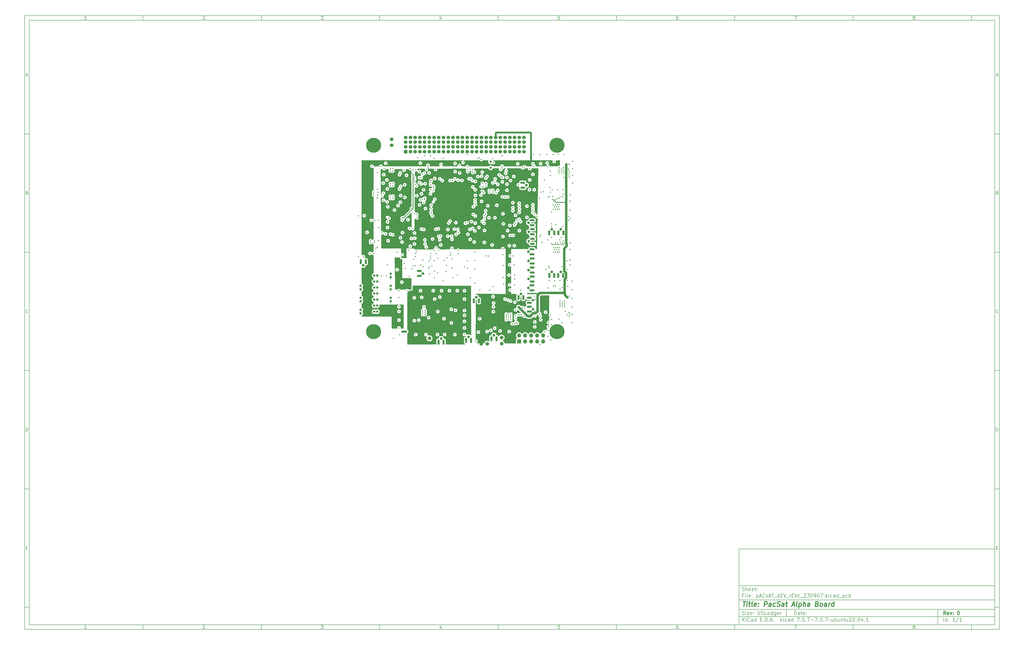
<source format=gbr>
%TF.GenerationSoftware,KiCad,Pcbnew,7.0.7-7.0.7~ubuntu22.04.1*%
%TF.CreationDate,2023-09-07T18:23:02-05:00*%
%TF.ProjectId,pACsAT_dEV_rEVc_230907,70414373-4154-45f6-9445-565f72455663,0*%
%TF.SameCoordinates,Original*%
%TF.FileFunction,Copper,L5,Inr*%
%TF.FilePolarity,Positive*%
%FSLAX46Y46*%
G04 Gerber Fmt 4.6, Leading zero omitted, Abs format (unit mm)*
G04 Created by KiCad (PCBNEW 7.0.7-7.0.7~ubuntu22.04.1) date 2023-09-07 18:23:02*
%MOMM*%
%LPD*%
G01*
G04 APERTURE LIST*
G04 Aperture macros list*
%AMRoundRect*
0 Rectangle with rounded corners*
0 $1 Rounding radius*
0 $2 $3 $4 $5 $6 $7 $8 $9 X,Y pos of 4 corners*
0 Add a 4 corners polygon primitive as box body*
4,1,4,$2,$3,$4,$5,$6,$7,$8,$9,$2,$3,0*
0 Add four circle primitives for the rounded corners*
1,1,$1+$1,$2,$3*
1,1,$1+$1,$4,$5*
1,1,$1+$1,$6,$7*
1,1,$1+$1,$8,$9*
0 Add four rect primitives between the rounded corners*
20,1,$1+$1,$2,$3,$4,$5,0*
20,1,$1+$1,$4,$5,$6,$7,0*
20,1,$1+$1,$6,$7,$8,$9,0*
20,1,$1+$1,$8,$9,$2,$3,0*%
G04 Aperture macros list end*
%ADD10C,0.100000*%
%ADD11C,0.150000*%
%ADD12C,0.300000*%
%ADD13C,0.400000*%
%TA.AperFunction,ComponentPad*%
%ADD14C,1.524000*%
%TD*%
%TA.AperFunction,ComponentPad*%
%ADD15C,6.350000*%
%TD*%
%TA.AperFunction,ComponentPad*%
%ADD16RoundRect,0.290840X-0.471160X-0.471160X0.471160X-0.471160X0.471160X0.471160X-0.471160X0.471160X0*%
%TD*%
%TA.AperFunction,ComponentPad*%
%ADD17C,1.016000*%
%TD*%
%TA.AperFunction,ComponentPad*%
%ADD18O,2.540000X0.889000*%
%TD*%
%TA.AperFunction,ComponentPad*%
%ADD19C,1.000000*%
%TD*%
%TA.AperFunction,ComponentPad*%
%ADD20R,1.700000X1.700000*%
%TD*%
%TA.AperFunction,ComponentPad*%
%ADD21O,1.700000X1.700000*%
%TD*%
%TA.AperFunction,ComponentPad*%
%ADD22RoundRect,0.254000X0.254000X-0.254000X0.254000X0.254000X-0.254000X0.254000X-0.254000X-0.254000X0*%
%TD*%
%TA.AperFunction,ComponentPad*%
%ADD23RoundRect,0.200000X0.200000X-0.800000X0.200000X0.800000X-0.200000X0.800000X-0.200000X-0.800000X0*%
%TD*%
%TA.AperFunction,ComponentPad*%
%ADD24RoundRect,0.254000X0.254000X0.254000X-0.254000X0.254000X-0.254000X-0.254000X0.254000X-0.254000X0*%
%TD*%
%TA.AperFunction,ComponentPad*%
%ADD25RoundRect,0.200000X0.800000X0.200000X-0.800000X0.200000X-0.800000X-0.200000X0.800000X-0.200000X0*%
%TD*%
%TA.AperFunction,ComponentPad*%
%ADD26RoundRect,0.254000X-0.254000X0.254000X-0.254000X-0.254000X0.254000X-0.254000X0.254000X0.254000X0*%
%TD*%
%TA.AperFunction,ComponentPad*%
%ADD27RoundRect,0.200000X-0.200000X0.800000X-0.200000X-0.800000X0.200000X-0.800000X0.200000X0.800000X0*%
%TD*%
%TA.AperFunction,ComponentPad*%
%ADD28RoundRect,0.254000X-0.254000X-0.254000X0.254000X-0.254000X0.254000X0.254000X-0.254000X0.254000X0*%
%TD*%
%TA.AperFunction,ComponentPad*%
%ADD29RoundRect,0.200000X-0.800000X-0.200000X0.800000X-0.200000X0.800000X0.200000X-0.800000X0.200000X0*%
%TD*%
%TA.AperFunction,ViaPad*%
%ADD30C,0.508000*%
%TD*%
%TA.AperFunction,Conductor*%
%ADD31C,0.304800*%
%TD*%
%TA.AperFunction,Conductor*%
%ADD32C,0.635000*%
%TD*%
%TA.AperFunction,Conductor*%
%ADD33C,0.254000*%
%TD*%
%TA.AperFunction,Conductor*%
%ADD34C,0.152400*%
%TD*%
%TA.AperFunction,Conductor*%
%ADD35C,1.016000*%
%TD*%
%TA.AperFunction,Conductor*%
%ADD36C,0.330200*%
%TD*%
%TA.AperFunction,Conductor*%
%ADD37C,0.381000*%
%TD*%
%TA.AperFunction,Conductor*%
%ADD38C,0.508000*%
%TD*%
%TA.AperFunction,Conductor*%
%ADD39C,0.203200*%
%TD*%
%TA.AperFunction,Conductor*%
%ADD40C,0.762000*%
%TD*%
G04 APERTURE END LIST*
D10*
D11*
X311800000Y-235400000D02*
X419800000Y-235400000D01*
X419800000Y-267400000D01*
X311800000Y-267400000D01*
X311800000Y-235400000D01*
D10*
D11*
X10000000Y-10000000D02*
X421800000Y-10000000D01*
X421800000Y-269400000D01*
X10000000Y-269400000D01*
X10000000Y-10000000D01*
D10*
D11*
X12000000Y-12000000D02*
X419800000Y-12000000D01*
X419800000Y-267400000D01*
X12000000Y-267400000D01*
X12000000Y-12000000D01*
D10*
D11*
X60000000Y-12000000D02*
X60000000Y-10000000D01*
D10*
D11*
X110000000Y-12000000D02*
X110000000Y-10000000D01*
D10*
D11*
X160000000Y-12000000D02*
X160000000Y-10000000D01*
D10*
D11*
X210000000Y-12000000D02*
X210000000Y-10000000D01*
D10*
D11*
X260000000Y-12000000D02*
X260000000Y-10000000D01*
D10*
D11*
X310000000Y-12000000D02*
X310000000Y-10000000D01*
D10*
D11*
X360000000Y-12000000D02*
X360000000Y-10000000D01*
D10*
D11*
X410000000Y-12000000D02*
X410000000Y-10000000D01*
D10*
D11*
X36089160Y-11593604D02*
X35346303Y-11593604D01*
X35717731Y-11593604D02*
X35717731Y-10293604D01*
X35717731Y-10293604D02*
X35593922Y-10479319D01*
X35593922Y-10479319D02*
X35470112Y-10603128D01*
X35470112Y-10603128D02*
X35346303Y-10665033D01*
D10*
D11*
X85346303Y-10417414D02*
X85408207Y-10355509D01*
X85408207Y-10355509D02*
X85532017Y-10293604D01*
X85532017Y-10293604D02*
X85841541Y-10293604D01*
X85841541Y-10293604D02*
X85965350Y-10355509D01*
X85965350Y-10355509D02*
X86027255Y-10417414D01*
X86027255Y-10417414D02*
X86089160Y-10541223D01*
X86089160Y-10541223D02*
X86089160Y-10665033D01*
X86089160Y-10665033D02*
X86027255Y-10850747D01*
X86027255Y-10850747D02*
X85284398Y-11593604D01*
X85284398Y-11593604D02*
X86089160Y-11593604D01*
D10*
D11*
X135284398Y-10293604D02*
X136089160Y-10293604D01*
X136089160Y-10293604D02*
X135655826Y-10788842D01*
X135655826Y-10788842D02*
X135841541Y-10788842D01*
X135841541Y-10788842D02*
X135965350Y-10850747D01*
X135965350Y-10850747D02*
X136027255Y-10912652D01*
X136027255Y-10912652D02*
X136089160Y-11036461D01*
X136089160Y-11036461D02*
X136089160Y-11345985D01*
X136089160Y-11345985D02*
X136027255Y-11469795D01*
X136027255Y-11469795D02*
X135965350Y-11531700D01*
X135965350Y-11531700D02*
X135841541Y-11593604D01*
X135841541Y-11593604D02*
X135470112Y-11593604D01*
X135470112Y-11593604D02*
X135346303Y-11531700D01*
X135346303Y-11531700D02*
X135284398Y-11469795D01*
D10*
D11*
X185965350Y-10726938D02*
X185965350Y-11593604D01*
X185655826Y-10231700D02*
X185346303Y-11160271D01*
X185346303Y-11160271D02*
X186151064Y-11160271D01*
D10*
D11*
X236027255Y-10293604D02*
X235408207Y-10293604D01*
X235408207Y-10293604D02*
X235346303Y-10912652D01*
X235346303Y-10912652D02*
X235408207Y-10850747D01*
X235408207Y-10850747D02*
X235532017Y-10788842D01*
X235532017Y-10788842D02*
X235841541Y-10788842D01*
X235841541Y-10788842D02*
X235965350Y-10850747D01*
X235965350Y-10850747D02*
X236027255Y-10912652D01*
X236027255Y-10912652D02*
X236089160Y-11036461D01*
X236089160Y-11036461D02*
X236089160Y-11345985D01*
X236089160Y-11345985D02*
X236027255Y-11469795D01*
X236027255Y-11469795D02*
X235965350Y-11531700D01*
X235965350Y-11531700D02*
X235841541Y-11593604D01*
X235841541Y-11593604D02*
X235532017Y-11593604D01*
X235532017Y-11593604D02*
X235408207Y-11531700D01*
X235408207Y-11531700D02*
X235346303Y-11469795D01*
D10*
D11*
X285965350Y-10293604D02*
X285717731Y-10293604D01*
X285717731Y-10293604D02*
X285593922Y-10355509D01*
X285593922Y-10355509D02*
X285532017Y-10417414D01*
X285532017Y-10417414D02*
X285408207Y-10603128D01*
X285408207Y-10603128D02*
X285346303Y-10850747D01*
X285346303Y-10850747D02*
X285346303Y-11345985D01*
X285346303Y-11345985D02*
X285408207Y-11469795D01*
X285408207Y-11469795D02*
X285470112Y-11531700D01*
X285470112Y-11531700D02*
X285593922Y-11593604D01*
X285593922Y-11593604D02*
X285841541Y-11593604D01*
X285841541Y-11593604D02*
X285965350Y-11531700D01*
X285965350Y-11531700D02*
X286027255Y-11469795D01*
X286027255Y-11469795D02*
X286089160Y-11345985D01*
X286089160Y-11345985D02*
X286089160Y-11036461D01*
X286089160Y-11036461D02*
X286027255Y-10912652D01*
X286027255Y-10912652D02*
X285965350Y-10850747D01*
X285965350Y-10850747D02*
X285841541Y-10788842D01*
X285841541Y-10788842D02*
X285593922Y-10788842D01*
X285593922Y-10788842D02*
X285470112Y-10850747D01*
X285470112Y-10850747D02*
X285408207Y-10912652D01*
X285408207Y-10912652D02*
X285346303Y-11036461D01*
D10*
D11*
X335284398Y-10293604D02*
X336151064Y-10293604D01*
X336151064Y-10293604D02*
X335593922Y-11593604D01*
D10*
D11*
X385593922Y-10850747D02*
X385470112Y-10788842D01*
X385470112Y-10788842D02*
X385408207Y-10726938D01*
X385408207Y-10726938D02*
X385346303Y-10603128D01*
X385346303Y-10603128D02*
X385346303Y-10541223D01*
X385346303Y-10541223D02*
X385408207Y-10417414D01*
X385408207Y-10417414D02*
X385470112Y-10355509D01*
X385470112Y-10355509D02*
X385593922Y-10293604D01*
X385593922Y-10293604D02*
X385841541Y-10293604D01*
X385841541Y-10293604D02*
X385965350Y-10355509D01*
X385965350Y-10355509D02*
X386027255Y-10417414D01*
X386027255Y-10417414D02*
X386089160Y-10541223D01*
X386089160Y-10541223D02*
X386089160Y-10603128D01*
X386089160Y-10603128D02*
X386027255Y-10726938D01*
X386027255Y-10726938D02*
X385965350Y-10788842D01*
X385965350Y-10788842D02*
X385841541Y-10850747D01*
X385841541Y-10850747D02*
X385593922Y-10850747D01*
X385593922Y-10850747D02*
X385470112Y-10912652D01*
X385470112Y-10912652D02*
X385408207Y-10974557D01*
X385408207Y-10974557D02*
X385346303Y-11098366D01*
X385346303Y-11098366D02*
X385346303Y-11345985D01*
X385346303Y-11345985D02*
X385408207Y-11469795D01*
X385408207Y-11469795D02*
X385470112Y-11531700D01*
X385470112Y-11531700D02*
X385593922Y-11593604D01*
X385593922Y-11593604D02*
X385841541Y-11593604D01*
X385841541Y-11593604D02*
X385965350Y-11531700D01*
X385965350Y-11531700D02*
X386027255Y-11469795D01*
X386027255Y-11469795D02*
X386089160Y-11345985D01*
X386089160Y-11345985D02*
X386089160Y-11098366D01*
X386089160Y-11098366D02*
X386027255Y-10974557D01*
X386027255Y-10974557D02*
X385965350Y-10912652D01*
X385965350Y-10912652D02*
X385841541Y-10850747D01*
D10*
D11*
X60000000Y-267400000D02*
X60000000Y-269400000D01*
D10*
D11*
X110000000Y-267400000D02*
X110000000Y-269400000D01*
D10*
D11*
X160000000Y-267400000D02*
X160000000Y-269400000D01*
D10*
D11*
X210000000Y-267400000D02*
X210000000Y-269400000D01*
D10*
D11*
X260000000Y-267400000D02*
X260000000Y-269400000D01*
D10*
D11*
X310000000Y-267400000D02*
X310000000Y-269400000D01*
D10*
D11*
X360000000Y-267400000D02*
X360000000Y-269400000D01*
D10*
D11*
X410000000Y-267400000D02*
X410000000Y-269400000D01*
D10*
D11*
X36089160Y-268993604D02*
X35346303Y-268993604D01*
X35717731Y-268993604D02*
X35717731Y-267693604D01*
X35717731Y-267693604D02*
X35593922Y-267879319D01*
X35593922Y-267879319D02*
X35470112Y-268003128D01*
X35470112Y-268003128D02*
X35346303Y-268065033D01*
D10*
D11*
X85346303Y-267817414D02*
X85408207Y-267755509D01*
X85408207Y-267755509D02*
X85532017Y-267693604D01*
X85532017Y-267693604D02*
X85841541Y-267693604D01*
X85841541Y-267693604D02*
X85965350Y-267755509D01*
X85965350Y-267755509D02*
X86027255Y-267817414D01*
X86027255Y-267817414D02*
X86089160Y-267941223D01*
X86089160Y-267941223D02*
X86089160Y-268065033D01*
X86089160Y-268065033D02*
X86027255Y-268250747D01*
X86027255Y-268250747D02*
X85284398Y-268993604D01*
X85284398Y-268993604D02*
X86089160Y-268993604D01*
D10*
D11*
X135284398Y-267693604D02*
X136089160Y-267693604D01*
X136089160Y-267693604D02*
X135655826Y-268188842D01*
X135655826Y-268188842D02*
X135841541Y-268188842D01*
X135841541Y-268188842D02*
X135965350Y-268250747D01*
X135965350Y-268250747D02*
X136027255Y-268312652D01*
X136027255Y-268312652D02*
X136089160Y-268436461D01*
X136089160Y-268436461D02*
X136089160Y-268745985D01*
X136089160Y-268745985D02*
X136027255Y-268869795D01*
X136027255Y-268869795D02*
X135965350Y-268931700D01*
X135965350Y-268931700D02*
X135841541Y-268993604D01*
X135841541Y-268993604D02*
X135470112Y-268993604D01*
X135470112Y-268993604D02*
X135346303Y-268931700D01*
X135346303Y-268931700D02*
X135284398Y-268869795D01*
D10*
D11*
X185965350Y-268126938D02*
X185965350Y-268993604D01*
X185655826Y-267631700D02*
X185346303Y-268560271D01*
X185346303Y-268560271D02*
X186151064Y-268560271D01*
D10*
D11*
X236027255Y-267693604D02*
X235408207Y-267693604D01*
X235408207Y-267693604D02*
X235346303Y-268312652D01*
X235346303Y-268312652D02*
X235408207Y-268250747D01*
X235408207Y-268250747D02*
X235532017Y-268188842D01*
X235532017Y-268188842D02*
X235841541Y-268188842D01*
X235841541Y-268188842D02*
X235965350Y-268250747D01*
X235965350Y-268250747D02*
X236027255Y-268312652D01*
X236027255Y-268312652D02*
X236089160Y-268436461D01*
X236089160Y-268436461D02*
X236089160Y-268745985D01*
X236089160Y-268745985D02*
X236027255Y-268869795D01*
X236027255Y-268869795D02*
X235965350Y-268931700D01*
X235965350Y-268931700D02*
X235841541Y-268993604D01*
X235841541Y-268993604D02*
X235532017Y-268993604D01*
X235532017Y-268993604D02*
X235408207Y-268931700D01*
X235408207Y-268931700D02*
X235346303Y-268869795D01*
D10*
D11*
X285965350Y-267693604D02*
X285717731Y-267693604D01*
X285717731Y-267693604D02*
X285593922Y-267755509D01*
X285593922Y-267755509D02*
X285532017Y-267817414D01*
X285532017Y-267817414D02*
X285408207Y-268003128D01*
X285408207Y-268003128D02*
X285346303Y-268250747D01*
X285346303Y-268250747D02*
X285346303Y-268745985D01*
X285346303Y-268745985D02*
X285408207Y-268869795D01*
X285408207Y-268869795D02*
X285470112Y-268931700D01*
X285470112Y-268931700D02*
X285593922Y-268993604D01*
X285593922Y-268993604D02*
X285841541Y-268993604D01*
X285841541Y-268993604D02*
X285965350Y-268931700D01*
X285965350Y-268931700D02*
X286027255Y-268869795D01*
X286027255Y-268869795D02*
X286089160Y-268745985D01*
X286089160Y-268745985D02*
X286089160Y-268436461D01*
X286089160Y-268436461D02*
X286027255Y-268312652D01*
X286027255Y-268312652D02*
X285965350Y-268250747D01*
X285965350Y-268250747D02*
X285841541Y-268188842D01*
X285841541Y-268188842D02*
X285593922Y-268188842D01*
X285593922Y-268188842D02*
X285470112Y-268250747D01*
X285470112Y-268250747D02*
X285408207Y-268312652D01*
X285408207Y-268312652D02*
X285346303Y-268436461D01*
D10*
D11*
X335284398Y-267693604D02*
X336151064Y-267693604D01*
X336151064Y-267693604D02*
X335593922Y-268993604D01*
D10*
D11*
X385593922Y-268250747D02*
X385470112Y-268188842D01*
X385470112Y-268188842D02*
X385408207Y-268126938D01*
X385408207Y-268126938D02*
X385346303Y-268003128D01*
X385346303Y-268003128D02*
X385346303Y-267941223D01*
X385346303Y-267941223D02*
X385408207Y-267817414D01*
X385408207Y-267817414D02*
X385470112Y-267755509D01*
X385470112Y-267755509D02*
X385593922Y-267693604D01*
X385593922Y-267693604D02*
X385841541Y-267693604D01*
X385841541Y-267693604D02*
X385965350Y-267755509D01*
X385965350Y-267755509D02*
X386027255Y-267817414D01*
X386027255Y-267817414D02*
X386089160Y-267941223D01*
X386089160Y-267941223D02*
X386089160Y-268003128D01*
X386089160Y-268003128D02*
X386027255Y-268126938D01*
X386027255Y-268126938D02*
X385965350Y-268188842D01*
X385965350Y-268188842D02*
X385841541Y-268250747D01*
X385841541Y-268250747D02*
X385593922Y-268250747D01*
X385593922Y-268250747D02*
X385470112Y-268312652D01*
X385470112Y-268312652D02*
X385408207Y-268374557D01*
X385408207Y-268374557D02*
X385346303Y-268498366D01*
X385346303Y-268498366D02*
X385346303Y-268745985D01*
X385346303Y-268745985D02*
X385408207Y-268869795D01*
X385408207Y-268869795D02*
X385470112Y-268931700D01*
X385470112Y-268931700D02*
X385593922Y-268993604D01*
X385593922Y-268993604D02*
X385841541Y-268993604D01*
X385841541Y-268993604D02*
X385965350Y-268931700D01*
X385965350Y-268931700D02*
X386027255Y-268869795D01*
X386027255Y-268869795D02*
X386089160Y-268745985D01*
X386089160Y-268745985D02*
X386089160Y-268498366D01*
X386089160Y-268498366D02*
X386027255Y-268374557D01*
X386027255Y-268374557D02*
X385965350Y-268312652D01*
X385965350Y-268312652D02*
X385841541Y-268250747D01*
D10*
D11*
X10000000Y-60000000D02*
X12000000Y-60000000D01*
D10*
D11*
X10000000Y-110000000D02*
X12000000Y-110000000D01*
D10*
D11*
X10000000Y-160000000D02*
X12000000Y-160000000D01*
D10*
D11*
X10000000Y-210000000D02*
X12000000Y-210000000D01*
D10*
D11*
X10000000Y-260000000D02*
X12000000Y-260000000D01*
D10*
D11*
X10690476Y-35222176D02*
X11309523Y-35222176D01*
X10566666Y-35593604D02*
X10999999Y-34293604D01*
X10999999Y-34293604D02*
X11433333Y-35593604D01*
D10*
D11*
X11092857Y-84912652D02*
X11278571Y-84974557D01*
X11278571Y-84974557D02*
X11340476Y-85036461D01*
X11340476Y-85036461D02*
X11402380Y-85160271D01*
X11402380Y-85160271D02*
X11402380Y-85345985D01*
X11402380Y-85345985D02*
X11340476Y-85469795D01*
X11340476Y-85469795D02*
X11278571Y-85531700D01*
X11278571Y-85531700D02*
X11154761Y-85593604D01*
X11154761Y-85593604D02*
X10659523Y-85593604D01*
X10659523Y-85593604D02*
X10659523Y-84293604D01*
X10659523Y-84293604D02*
X11092857Y-84293604D01*
X11092857Y-84293604D02*
X11216666Y-84355509D01*
X11216666Y-84355509D02*
X11278571Y-84417414D01*
X11278571Y-84417414D02*
X11340476Y-84541223D01*
X11340476Y-84541223D02*
X11340476Y-84665033D01*
X11340476Y-84665033D02*
X11278571Y-84788842D01*
X11278571Y-84788842D02*
X11216666Y-84850747D01*
X11216666Y-84850747D02*
X11092857Y-84912652D01*
X11092857Y-84912652D02*
X10659523Y-84912652D01*
D10*
D11*
X11402380Y-135469795D02*
X11340476Y-135531700D01*
X11340476Y-135531700D02*
X11154761Y-135593604D01*
X11154761Y-135593604D02*
X11030952Y-135593604D01*
X11030952Y-135593604D02*
X10845238Y-135531700D01*
X10845238Y-135531700D02*
X10721428Y-135407890D01*
X10721428Y-135407890D02*
X10659523Y-135284080D01*
X10659523Y-135284080D02*
X10597619Y-135036461D01*
X10597619Y-135036461D02*
X10597619Y-134850747D01*
X10597619Y-134850747D02*
X10659523Y-134603128D01*
X10659523Y-134603128D02*
X10721428Y-134479319D01*
X10721428Y-134479319D02*
X10845238Y-134355509D01*
X10845238Y-134355509D02*
X11030952Y-134293604D01*
X11030952Y-134293604D02*
X11154761Y-134293604D01*
X11154761Y-134293604D02*
X11340476Y-134355509D01*
X11340476Y-134355509D02*
X11402380Y-134417414D01*
D10*
D11*
X10659523Y-185593604D02*
X10659523Y-184293604D01*
X10659523Y-184293604D02*
X10969047Y-184293604D01*
X10969047Y-184293604D02*
X11154761Y-184355509D01*
X11154761Y-184355509D02*
X11278571Y-184479319D01*
X11278571Y-184479319D02*
X11340476Y-184603128D01*
X11340476Y-184603128D02*
X11402380Y-184850747D01*
X11402380Y-184850747D02*
X11402380Y-185036461D01*
X11402380Y-185036461D02*
X11340476Y-185284080D01*
X11340476Y-185284080D02*
X11278571Y-185407890D01*
X11278571Y-185407890D02*
X11154761Y-185531700D01*
X11154761Y-185531700D02*
X10969047Y-185593604D01*
X10969047Y-185593604D02*
X10659523Y-185593604D01*
D10*
D11*
X10721428Y-234912652D02*
X11154762Y-234912652D01*
X11340476Y-235593604D02*
X10721428Y-235593604D01*
X10721428Y-235593604D02*
X10721428Y-234293604D01*
X10721428Y-234293604D02*
X11340476Y-234293604D01*
D10*
D11*
X421800000Y-60000000D02*
X419800000Y-60000000D01*
D10*
D11*
X421800000Y-110000000D02*
X419800000Y-110000000D01*
D10*
D11*
X421800000Y-160000000D02*
X419800000Y-160000000D01*
D10*
D11*
X421800000Y-210000000D02*
X419800000Y-210000000D01*
D10*
D11*
X421800000Y-260000000D02*
X419800000Y-260000000D01*
D10*
D11*
X420490476Y-35222176D02*
X421109523Y-35222176D01*
X420366666Y-35593604D02*
X420799999Y-34293604D01*
X420799999Y-34293604D02*
X421233333Y-35593604D01*
D10*
D11*
X420892857Y-84912652D02*
X421078571Y-84974557D01*
X421078571Y-84974557D02*
X421140476Y-85036461D01*
X421140476Y-85036461D02*
X421202380Y-85160271D01*
X421202380Y-85160271D02*
X421202380Y-85345985D01*
X421202380Y-85345985D02*
X421140476Y-85469795D01*
X421140476Y-85469795D02*
X421078571Y-85531700D01*
X421078571Y-85531700D02*
X420954761Y-85593604D01*
X420954761Y-85593604D02*
X420459523Y-85593604D01*
X420459523Y-85593604D02*
X420459523Y-84293604D01*
X420459523Y-84293604D02*
X420892857Y-84293604D01*
X420892857Y-84293604D02*
X421016666Y-84355509D01*
X421016666Y-84355509D02*
X421078571Y-84417414D01*
X421078571Y-84417414D02*
X421140476Y-84541223D01*
X421140476Y-84541223D02*
X421140476Y-84665033D01*
X421140476Y-84665033D02*
X421078571Y-84788842D01*
X421078571Y-84788842D02*
X421016666Y-84850747D01*
X421016666Y-84850747D02*
X420892857Y-84912652D01*
X420892857Y-84912652D02*
X420459523Y-84912652D01*
D10*
D11*
X421202380Y-135469795D02*
X421140476Y-135531700D01*
X421140476Y-135531700D02*
X420954761Y-135593604D01*
X420954761Y-135593604D02*
X420830952Y-135593604D01*
X420830952Y-135593604D02*
X420645238Y-135531700D01*
X420645238Y-135531700D02*
X420521428Y-135407890D01*
X420521428Y-135407890D02*
X420459523Y-135284080D01*
X420459523Y-135284080D02*
X420397619Y-135036461D01*
X420397619Y-135036461D02*
X420397619Y-134850747D01*
X420397619Y-134850747D02*
X420459523Y-134603128D01*
X420459523Y-134603128D02*
X420521428Y-134479319D01*
X420521428Y-134479319D02*
X420645238Y-134355509D01*
X420645238Y-134355509D02*
X420830952Y-134293604D01*
X420830952Y-134293604D02*
X420954761Y-134293604D01*
X420954761Y-134293604D02*
X421140476Y-134355509D01*
X421140476Y-134355509D02*
X421202380Y-134417414D01*
D10*
D11*
X420459523Y-185593604D02*
X420459523Y-184293604D01*
X420459523Y-184293604D02*
X420769047Y-184293604D01*
X420769047Y-184293604D02*
X420954761Y-184355509D01*
X420954761Y-184355509D02*
X421078571Y-184479319D01*
X421078571Y-184479319D02*
X421140476Y-184603128D01*
X421140476Y-184603128D02*
X421202380Y-184850747D01*
X421202380Y-184850747D02*
X421202380Y-185036461D01*
X421202380Y-185036461D02*
X421140476Y-185284080D01*
X421140476Y-185284080D02*
X421078571Y-185407890D01*
X421078571Y-185407890D02*
X420954761Y-185531700D01*
X420954761Y-185531700D02*
X420769047Y-185593604D01*
X420769047Y-185593604D02*
X420459523Y-185593604D01*
D10*
D11*
X420521428Y-234912652D02*
X420954762Y-234912652D01*
X421140476Y-235593604D02*
X420521428Y-235593604D01*
X420521428Y-235593604D02*
X420521428Y-234293604D01*
X420521428Y-234293604D02*
X421140476Y-234293604D01*
D10*
D11*
X335255826Y-263186128D02*
X335255826Y-261686128D01*
X335255826Y-261686128D02*
X335612969Y-261686128D01*
X335612969Y-261686128D02*
X335827255Y-261757557D01*
X335827255Y-261757557D02*
X335970112Y-261900414D01*
X335970112Y-261900414D02*
X336041541Y-262043271D01*
X336041541Y-262043271D02*
X336112969Y-262328985D01*
X336112969Y-262328985D02*
X336112969Y-262543271D01*
X336112969Y-262543271D02*
X336041541Y-262828985D01*
X336041541Y-262828985D02*
X335970112Y-262971842D01*
X335970112Y-262971842D02*
X335827255Y-263114700D01*
X335827255Y-263114700D02*
X335612969Y-263186128D01*
X335612969Y-263186128D02*
X335255826Y-263186128D01*
X337398684Y-263186128D02*
X337398684Y-262400414D01*
X337398684Y-262400414D02*
X337327255Y-262257557D01*
X337327255Y-262257557D02*
X337184398Y-262186128D01*
X337184398Y-262186128D02*
X336898684Y-262186128D01*
X336898684Y-262186128D02*
X336755826Y-262257557D01*
X337398684Y-263114700D02*
X337255826Y-263186128D01*
X337255826Y-263186128D02*
X336898684Y-263186128D01*
X336898684Y-263186128D02*
X336755826Y-263114700D01*
X336755826Y-263114700D02*
X336684398Y-262971842D01*
X336684398Y-262971842D02*
X336684398Y-262828985D01*
X336684398Y-262828985D02*
X336755826Y-262686128D01*
X336755826Y-262686128D02*
X336898684Y-262614700D01*
X336898684Y-262614700D02*
X337255826Y-262614700D01*
X337255826Y-262614700D02*
X337398684Y-262543271D01*
X337898684Y-262186128D02*
X338470112Y-262186128D01*
X338112969Y-261686128D02*
X338112969Y-262971842D01*
X338112969Y-262971842D02*
X338184398Y-263114700D01*
X338184398Y-263114700D02*
X338327255Y-263186128D01*
X338327255Y-263186128D02*
X338470112Y-263186128D01*
X339541541Y-263114700D02*
X339398684Y-263186128D01*
X339398684Y-263186128D02*
X339112970Y-263186128D01*
X339112970Y-263186128D02*
X338970112Y-263114700D01*
X338970112Y-263114700D02*
X338898684Y-262971842D01*
X338898684Y-262971842D02*
X338898684Y-262400414D01*
X338898684Y-262400414D02*
X338970112Y-262257557D01*
X338970112Y-262257557D02*
X339112970Y-262186128D01*
X339112970Y-262186128D02*
X339398684Y-262186128D01*
X339398684Y-262186128D02*
X339541541Y-262257557D01*
X339541541Y-262257557D02*
X339612970Y-262400414D01*
X339612970Y-262400414D02*
X339612970Y-262543271D01*
X339612970Y-262543271D02*
X338898684Y-262686128D01*
X340255826Y-263043271D02*
X340327255Y-263114700D01*
X340327255Y-263114700D02*
X340255826Y-263186128D01*
X340255826Y-263186128D02*
X340184398Y-263114700D01*
X340184398Y-263114700D02*
X340255826Y-263043271D01*
X340255826Y-263043271D02*
X340255826Y-263186128D01*
X340255826Y-262257557D02*
X340327255Y-262328985D01*
X340327255Y-262328985D02*
X340255826Y-262400414D01*
X340255826Y-262400414D02*
X340184398Y-262328985D01*
X340184398Y-262328985D02*
X340255826Y-262257557D01*
X340255826Y-262257557D02*
X340255826Y-262400414D01*
D10*
D11*
X311800000Y-263900000D02*
X419800000Y-263900000D01*
D10*
D11*
X313255826Y-265986128D02*
X313255826Y-264486128D01*
X314112969Y-265986128D02*
X313470112Y-265128985D01*
X314112969Y-264486128D02*
X313255826Y-265343271D01*
X314755826Y-265986128D02*
X314755826Y-264986128D01*
X314755826Y-264486128D02*
X314684398Y-264557557D01*
X314684398Y-264557557D02*
X314755826Y-264628985D01*
X314755826Y-264628985D02*
X314827255Y-264557557D01*
X314827255Y-264557557D02*
X314755826Y-264486128D01*
X314755826Y-264486128D02*
X314755826Y-264628985D01*
X316327255Y-265843271D02*
X316255827Y-265914700D01*
X316255827Y-265914700D02*
X316041541Y-265986128D01*
X316041541Y-265986128D02*
X315898684Y-265986128D01*
X315898684Y-265986128D02*
X315684398Y-265914700D01*
X315684398Y-265914700D02*
X315541541Y-265771842D01*
X315541541Y-265771842D02*
X315470112Y-265628985D01*
X315470112Y-265628985D02*
X315398684Y-265343271D01*
X315398684Y-265343271D02*
X315398684Y-265128985D01*
X315398684Y-265128985D02*
X315470112Y-264843271D01*
X315470112Y-264843271D02*
X315541541Y-264700414D01*
X315541541Y-264700414D02*
X315684398Y-264557557D01*
X315684398Y-264557557D02*
X315898684Y-264486128D01*
X315898684Y-264486128D02*
X316041541Y-264486128D01*
X316041541Y-264486128D02*
X316255827Y-264557557D01*
X316255827Y-264557557D02*
X316327255Y-264628985D01*
X317612970Y-265986128D02*
X317612970Y-265200414D01*
X317612970Y-265200414D02*
X317541541Y-265057557D01*
X317541541Y-265057557D02*
X317398684Y-264986128D01*
X317398684Y-264986128D02*
X317112970Y-264986128D01*
X317112970Y-264986128D02*
X316970112Y-265057557D01*
X317612970Y-265914700D02*
X317470112Y-265986128D01*
X317470112Y-265986128D02*
X317112970Y-265986128D01*
X317112970Y-265986128D02*
X316970112Y-265914700D01*
X316970112Y-265914700D02*
X316898684Y-265771842D01*
X316898684Y-265771842D02*
X316898684Y-265628985D01*
X316898684Y-265628985D02*
X316970112Y-265486128D01*
X316970112Y-265486128D02*
X317112970Y-265414700D01*
X317112970Y-265414700D02*
X317470112Y-265414700D01*
X317470112Y-265414700D02*
X317612970Y-265343271D01*
X318970113Y-265986128D02*
X318970113Y-264486128D01*
X318970113Y-265914700D02*
X318827255Y-265986128D01*
X318827255Y-265986128D02*
X318541541Y-265986128D01*
X318541541Y-265986128D02*
X318398684Y-265914700D01*
X318398684Y-265914700D02*
X318327255Y-265843271D01*
X318327255Y-265843271D02*
X318255827Y-265700414D01*
X318255827Y-265700414D02*
X318255827Y-265271842D01*
X318255827Y-265271842D02*
X318327255Y-265128985D01*
X318327255Y-265128985D02*
X318398684Y-265057557D01*
X318398684Y-265057557D02*
X318541541Y-264986128D01*
X318541541Y-264986128D02*
X318827255Y-264986128D01*
X318827255Y-264986128D02*
X318970113Y-265057557D01*
X320827255Y-265200414D02*
X321327255Y-265200414D01*
X321541541Y-265986128D02*
X320827255Y-265986128D01*
X320827255Y-265986128D02*
X320827255Y-264486128D01*
X320827255Y-264486128D02*
X321541541Y-264486128D01*
X322184398Y-265843271D02*
X322255827Y-265914700D01*
X322255827Y-265914700D02*
X322184398Y-265986128D01*
X322184398Y-265986128D02*
X322112970Y-265914700D01*
X322112970Y-265914700D02*
X322184398Y-265843271D01*
X322184398Y-265843271D02*
X322184398Y-265986128D01*
X322898684Y-265986128D02*
X322898684Y-264486128D01*
X322898684Y-264486128D02*
X323255827Y-264486128D01*
X323255827Y-264486128D02*
X323470113Y-264557557D01*
X323470113Y-264557557D02*
X323612970Y-264700414D01*
X323612970Y-264700414D02*
X323684399Y-264843271D01*
X323684399Y-264843271D02*
X323755827Y-265128985D01*
X323755827Y-265128985D02*
X323755827Y-265343271D01*
X323755827Y-265343271D02*
X323684399Y-265628985D01*
X323684399Y-265628985D02*
X323612970Y-265771842D01*
X323612970Y-265771842D02*
X323470113Y-265914700D01*
X323470113Y-265914700D02*
X323255827Y-265986128D01*
X323255827Y-265986128D02*
X322898684Y-265986128D01*
X324398684Y-265843271D02*
X324470113Y-265914700D01*
X324470113Y-265914700D02*
X324398684Y-265986128D01*
X324398684Y-265986128D02*
X324327256Y-265914700D01*
X324327256Y-265914700D02*
X324398684Y-265843271D01*
X324398684Y-265843271D02*
X324398684Y-265986128D01*
X325041542Y-265557557D02*
X325755828Y-265557557D01*
X324898685Y-265986128D02*
X325398685Y-264486128D01*
X325398685Y-264486128D02*
X325898685Y-265986128D01*
X326398684Y-265843271D02*
X326470113Y-265914700D01*
X326470113Y-265914700D02*
X326398684Y-265986128D01*
X326398684Y-265986128D02*
X326327256Y-265914700D01*
X326327256Y-265914700D02*
X326398684Y-265843271D01*
X326398684Y-265843271D02*
X326398684Y-265986128D01*
X329398684Y-265986128D02*
X329398684Y-264486128D01*
X329541542Y-265414700D02*
X329970113Y-265986128D01*
X329970113Y-264986128D02*
X329398684Y-265557557D01*
X330612970Y-265986128D02*
X330612970Y-264986128D01*
X330612970Y-264486128D02*
X330541542Y-264557557D01*
X330541542Y-264557557D02*
X330612970Y-264628985D01*
X330612970Y-264628985D02*
X330684399Y-264557557D01*
X330684399Y-264557557D02*
X330612970Y-264486128D01*
X330612970Y-264486128D02*
X330612970Y-264628985D01*
X331970114Y-265914700D02*
X331827256Y-265986128D01*
X331827256Y-265986128D02*
X331541542Y-265986128D01*
X331541542Y-265986128D02*
X331398685Y-265914700D01*
X331398685Y-265914700D02*
X331327256Y-265843271D01*
X331327256Y-265843271D02*
X331255828Y-265700414D01*
X331255828Y-265700414D02*
X331255828Y-265271842D01*
X331255828Y-265271842D02*
X331327256Y-265128985D01*
X331327256Y-265128985D02*
X331398685Y-265057557D01*
X331398685Y-265057557D02*
X331541542Y-264986128D01*
X331541542Y-264986128D02*
X331827256Y-264986128D01*
X331827256Y-264986128D02*
X331970114Y-265057557D01*
X333255828Y-265986128D02*
X333255828Y-265200414D01*
X333255828Y-265200414D02*
X333184399Y-265057557D01*
X333184399Y-265057557D02*
X333041542Y-264986128D01*
X333041542Y-264986128D02*
X332755828Y-264986128D01*
X332755828Y-264986128D02*
X332612970Y-265057557D01*
X333255828Y-265914700D02*
X333112970Y-265986128D01*
X333112970Y-265986128D02*
X332755828Y-265986128D01*
X332755828Y-265986128D02*
X332612970Y-265914700D01*
X332612970Y-265914700D02*
X332541542Y-265771842D01*
X332541542Y-265771842D02*
X332541542Y-265628985D01*
X332541542Y-265628985D02*
X332612970Y-265486128D01*
X332612970Y-265486128D02*
X332755828Y-265414700D01*
X332755828Y-265414700D02*
X333112970Y-265414700D01*
X333112970Y-265414700D02*
X333255828Y-265343271D01*
X334612971Y-265986128D02*
X334612971Y-264486128D01*
X334612971Y-265914700D02*
X334470113Y-265986128D01*
X334470113Y-265986128D02*
X334184399Y-265986128D01*
X334184399Y-265986128D02*
X334041542Y-265914700D01*
X334041542Y-265914700D02*
X333970113Y-265843271D01*
X333970113Y-265843271D02*
X333898685Y-265700414D01*
X333898685Y-265700414D02*
X333898685Y-265271842D01*
X333898685Y-265271842D02*
X333970113Y-265128985D01*
X333970113Y-265128985D02*
X334041542Y-265057557D01*
X334041542Y-265057557D02*
X334184399Y-264986128D01*
X334184399Y-264986128D02*
X334470113Y-264986128D01*
X334470113Y-264986128D02*
X334612971Y-265057557D01*
X336327256Y-264486128D02*
X337327256Y-264486128D01*
X337327256Y-264486128D02*
X336684399Y-265986128D01*
X337898684Y-265843271D02*
X337970113Y-265914700D01*
X337970113Y-265914700D02*
X337898684Y-265986128D01*
X337898684Y-265986128D02*
X337827256Y-265914700D01*
X337827256Y-265914700D02*
X337898684Y-265843271D01*
X337898684Y-265843271D02*
X337898684Y-265986128D01*
X338898685Y-264486128D02*
X339041542Y-264486128D01*
X339041542Y-264486128D02*
X339184399Y-264557557D01*
X339184399Y-264557557D02*
X339255828Y-264628985D01*
X339255828Y-264628985D02*
X339327256Y-264771842D01*
X339327256Y-264771842D02*
X339398685Y-265057557D01*
X339398685Y-265057557D02*
X339398685Y-265414700D01*
X339398685Y-265414700D02*
X339327256Y-265700414D01*
X339327256Y-265700414D02*
X339255828Y-265843271D01*
X339255828Y-265843271D02*
X339184399Y-265914700D01*
X339184399Y-265914700D02*
X339041542Y-265986128D01*
X339041542Y-265986128D02*
X338898685Y-265986128D01*
X338898685Y-265986128D02*
X338755828Y-265914700D01*
X338755828Y-265914700D02*
X338684399Y-265843271D01*
X338684399Y-265843271D02*
X338612970Y-265700414D01*
X338612970Y-265700414D02*
X338541542Y-265414700D01*
X338541542Y-265414700D02*
X338541542Y-265057557D01*
X338541542Y-265057557D02*
X338612970Y-264771842D01*
X338612970Y-264771842D02*
X338684399Y-264628985D01*
X338684399Y-264628985D02*
X338755828Y-264557557D01*
X338755828Y-264557557D02*
X338898685Y-264486128D01*
X340041541Y-265843271D02*
X340112970Y-265914700D01*
X340112970Y-265914700D02*
X340041541Y-265986128D01*
X340041541Y-265986128D02*
X339970113Y-265914700D01*
X339970113Y-265914700D02*
X340041541Y-265843271D01*
X340041541Y-265843271D02*
X340041541Y-265986128D01*
X340612970Y-264486128D02*
X341612970Y-264486128D01*
X341612970Y-264486128D02*
X340970113Y-265986128D01*
X342184398Y-265414700D02*
X343327256Y-265414700D01*
X343898684Y-264486128D02*
X344898684Y-264486128D01*
X344898684Y-264486128D02*
X344255827Y-265986128D01*
X345470112Y-265843271D02*
X345541541Y-265914700D01*
X345541541Y-265914700D02*
X345470112Y-265986128D01*
X345470112Y-265986128D02*
X345398684Y-265914700D01*
X345398684Y-265914700D02*
X345470112Y-265843271D01*
X345470112Y-265843271D02*
X345470112Y-265986128D01*
X346470113Y-264486128D02*
X346612970Y-264486128D01*
X346612970Y-264486128D02*
X346755827Y-264557557D01*
X346755827Y-264557557D02*
X346827256Y-264628985D01*
X346827256Y-264628985D02*
X346898684Y-264771842D01*
X346898684Y-264771842D02*
X346970113Y-265057557D01*
X346970113Y-265057557D02*
X346970113Y-265414700D01*
X346970113Y-265414700D02*
X346898684Y-265700414D01*
X346898684Y-265700414D02*
X346827256Y-265843271D01*
X346827256Y-265843271D02*
X346755827Y-265914700D01*
X346755827Y-265914700D02*
X346612970Y-265986128D01*
X346612970Y-265986128D02*
X346470113Y-265986128D01*
X346470113Y-265986128D02*
X346327256Y-265914700D01*
X346327256Y-265914700D02*
X346255827Y-265843271D01*
X346255827Y-265843271D02*
X346184398Y-265700414D01*
X346184398Y-265700414D02*
X346112970Y-265414700D01*
X346112970Y-265414700D02*
X346112970Y-265057557D01*
X346112970Y-265057557D02*
X346184398Y-264771842D01*
X346184398Y-264771842D02*
X346255827Y-264628985D01*
X346255827Y-264628985D02*
X346327256Y-264557557D01*
X346327256Y-264557557D02*
X346470113Y-264486128D01*
X347612969Y-265843271D02*
X347684398Y-265914700D01*
X347684398Y-265914700D02*
X347612969Y-265986128D01*
X347612969Y-265986128D02*
X347541541Y-265914700D01*
X347541541Y-265914700D02*
X347612969Y-265843271D01*
X347612969Y-265843271D02*
X347612969Y-265986128D01*
X348184398Y-264486128D02*
X349184398Y-264486128D01*
X349184398Y-264486128D02*
X348541541Y-265986128D01*
X349541541Y-265414700D02*
X349612969Y-265343271D01*
X349612969Y-265343271D02*
X349755826Y-265271842D01*
X349755826Y-265271842D02*
X350041541Y-265414700D01*
X350041541Y-265414700D02*
X350184398Y-265343271D01*
X350184398Y-265343271D02*
X350255826Y-265271842D01*
X351470113Y-264986128D02*
X351470113Y-265986128D01*
X350827255Y-264986128D02*
X350827255Y-265771842D01*
X350827255Y-265771842D02*
X350898684Y-265914700D01*
X350898684Y-265914700D02*
X351041541Y-265986128D01*
X351041541Y-265986128D02*
X351255827Y-265986128D01*
X351255827Y-265986128D02*
X351398684Y-265914700D01*
X351398684Y-265914700D02*
X351470113Y-265843271D01*
X352184398Y-265986128D02*
X352184398Y-264486128D01*
X352184398Y-265057557D02*
X352327256Y-264986128D01*
X352327256Y-264986128D02*
X352612970Y-264986128D01*
X352612970Y-264986128D02*
X352755827Y-265057557D01*
X352755827Y-265057557D02*
X352827256Y-265128985D01*
X352827256Y-265128985D02*
X352898684Y-265271842D01*
X352898684Y-265271842D02*
X352898684Y-265700414D01*
X352898684Y-265700414D02*
X352827256Y-265843271D01*
X352827256Y-265843271D02*
X352755827Y-265914700D01*
X352755827Y-265914700D02*
X352612970Y-265986128D01*
X352612970Y-265986128D02*
X352327256Y-265986128D01*
X352327256Y-265986128D02*
X352184398Y-265914700D01*
X354184399Y-264986128D02*
X354184399Y-265986128D01*
X353541541Y-264986128D02*
X353541541Y-265771842D01*
X353541541Y-265771842D02*
X353612970Y-265914700D01*
X353612970Y-265914700D02*
X353755827Y-265986128D01*
X353755827Y-265986128D02*
X353970113Y-265986128D01*
X353970113Y-265986128D02*
X354112970Y-265914700D01*
X354112970Y-265914700D02*
X354184399Y-265843271D01*
X354898684Y-264986128D02*
X354898684Y-265986128D01*
X354898684Y-265128985D02*
X354970113Y-265057557D01*
X354970113Y-265057557D02*
X355112970Y-264986128D01*
X355112970Y-264986128D02*
X355327256Y-264986128D01*
X355327256Y-264986128D02*
X355470113Y-265057557D01*
X355470113Y-265057557D02*
X355541542Y-265200414D01*
X355541542Y-265200414D02*
X355541542Y-265986128D01*
X356041542Y-264986128D02*
X356612970Y-264986128D01*
X356255827Y-264486128D02*
X356255827Y-265771842D01*
X356255827Y-265771842D02*
X356327256Y-265914700D01*
X356327256Y-265914700D02*
X356470113Y-265986128D01*
X356470113Y-265986128D02*
X356612970Y-265986128D01*
X357755828Y-264986128D02*
X357755828Y-265986128D01*
X357112970Y-264986128D02*
X357112970Y-265771842D01*
X357112970Y-265771842D02*
X357184399Y-265914700D01*
X357184399Y-265914700D02*
X357327256Y-265986128D01*
X357327256Y-265986128D02*
X357541542Y-265986128D01*
X357541542Y-265986128D02*
X357684399Y-265914700D01*
X357684399Y-265914700D02*
X357755828Y-265843271D01*
X358398685Y-264628985D02*
X358470113Y-264557557D01*
X358470113Y-264557557D02*
X358612971Y-264486128D01*
X358612971Y-264486128D02*
X358970113Y-264486128D01*
X358970113Y-264486128D02*
X359112971Y-264557557D01*
X359112971Y-264557557D02*
X359184399Y-264628985D01*
X359184399Y-264628985D02*
X359255828Y-264771842D01*
X359255828Y-264771842D02*
X359255828Y-264914700D01*
X359255828Y-264914700D02*
X359184399Y-265128985D01*
X359184399Y-265128985D02*
X358327256Y-265986128D01*
X358327256Y-265986128D02*
X359255828Y-265986128D01*
X359827256Y-264628985D02*
X359898684Y-264557557D01*
X359898684Y-264557557D02*
X360041542Y-264486128D01*
X360041542Y-264486128D02*
X360398684Y-264486128D01*
X360398684Y-264486128D02*
X360541542Y-264557557D01*
X360541542Y-264557557D02*
X360612970Y-264628985D01*
X360612970Y-264628985D02*
X360684399Y-264771842D01*
X360684399Y-264771842D02*
X360684399Y-264914700D01*
X360684399Y-264914700D02*
X360612970Y-265128985D01*
X360612970Y-265128985D02*
X359755827Y-265986128D01*
X359755827Y-265986128D02*
X360684399Y-265986128D01*
X361327255Y-265843271D02*
X361398684Y-265914700D01*
X361398684Y-265914700D02*
X361327255Y-265986128D01*
X361327255Y-265986128D02*
X361255827Y-265914700D01*
X361255827Y-265914700D02*
X361327255Y-265843271D01*
X361327255Y-265843271D02*
X361327255Y-265986128D01*
X362327256Y-264486128D02*
X362470113Y-264486128D01*
X362470113Y-264486128D02*
X362612970Y-264557557D01*
X362612970Y-264557557D02*
X362684399Y-264628985D01*
X362684399Y-264628985D02*
X362755827Y-264771842D01*
X362755827Y-264771842D02*
X362827256Y-265057557D01*
X362827256Y-265057557D02*
X362827256Y-265414700D01*
X362827256Y-265414700D02*
X362755827Y-265700414D01*
X362755827Y-265700414D02*
X362684399Y-265843271D01*
X362684399Y-265843271D02*
X362612970Y-265914700D01*
X362612970Y-265914700D02*
X362470113Y-265986128D01*
X362470113Y-265986128D02*
X362327256Y-265986128D01*
X362327256Y-265986128D02*
X362184399Y-265914700D01*
X362184399Y-265914700D02*
X362112970Y-265843271D01*
X362112970Y-265843271D02*
X362041541Y-265700414D01*
X362041541Y-265700414D02*
X361970113Y-265414700D01*
X361970113Y-265414700D02*
X361970113Y-265057557D01*
X361970113Y-265057557D02*
X362041541Y-264771842D01*
X362041541Y-264771842D02*
X362112970Y-264628985D01*
X362112970Y-264628985D02*
X362184399Y-264557557D01*
X362184399Y-264557557D02*
X362327256Y-264486128D01*
X364112970Y-264986128D02*
X364112970Y-265986128D01*
X363755827Y-264414700D02*
X363398684Y-265486128D01*
X363398684Y-265486128D02*
X364327255Y-265486128D01*
X364898683Y-265843271D02*
X364970112Y-265914700D01*
X364970112Y-265914700D02*
X364898683Y-265986128D01*
X364898683Y-265986128D02*
X364827255Y-265914700D01*
X364827255Y-265914700D02*
X364898683Y-265843271D01*
X364898683Y-265843271D02*
X364898683Y-265986128D01*
X366398684Y-265986128D02*
X365541541Y-265986128D01*
X365970112Y-265986128D02*
X365970112Y-264486128D01*
X365970112Y-264486128D02*
X365827255Y-264700414D01*
X365827255Y-264700414D02*
X365684398Y-264843271D01*
X365684398Y-264843271D02*
X365541541Y-264914700D01*
D10*
D11*
X311800000Y-260900000D02*
X419800000Y-260900000D01*
D10*
D12*
X399211653Y-263178328D02*
X398711653Y-262464042D01*
X398354510Y-263178328D02*
X398354510Y-261678328D01*
X398354510Y-261678328D02*
X398925939Y-261678328D01*
X398925939Y-261678328D02*
X399068796Y-261749757D01*
X399068796Y-261749757D02*
X399140225Y-261821185D01*
X399140225Y-261821185D02*
X399211653Y-261964042D01*
X399211653Y-261964042D02*
X399211653Y-262178328D01*
X399211653Y-262178328D02*
X399140225Y-262321185D01*
X399140225Y-262321185D02*
X399068796Y-262392614D01*
X399068796Y-262392614D02*
X398925939Y-262464042D01*
X398925939Y-262464042D02*
X398354510Y-262464042D01*
X400425939Y-263106900D02*
X400283082Y-263178328D01*
X400283082Y-263178328D02*
X399997368Y-263178328D01*
X399997368Y-263178328D02*
X399854510Y-263106900D01*
X399854510Y-263106900D02*
X399783082Y-262964042D01*
X399783082Y-262964042D02*
X399783082Y-262392614D01*
X399783082Y-262392614D02*
X399854510Y-262249757D01*
X399854510Y-262249757D02*
X399997368Y-262178328D01*
X399997368Y-262178328D02*
X400283082Y-262178328D01*
X400283082Y-262178328D02*
X400425939Y-262249757D01*
X400425939Y-262249757D02*
X400497368Y-262392614D01*
X400497368Y-262392614D02*
X400497368Y-262535471D01*
X400497368Y-262535471D02*
X399783082Y-262678328D01*
X400997367Y-262178328D02*
X401354510Y-263178328D01*
X401354510Y-263178328D02*
X401711653Y-262178328D01*
X402283081Y-263035471D02*
X402354510Y-263106900D01*
X402354510Y-263106900D02*
X402283081Y-263178328D01*
X402283081Y-263178328D02*
X402211653Y-263106900D01*
X402211653Y-263106900D02*
X402283081Y-263035471D01*
X402283081Y-263035471D02*
X402283081Y-263178328D01*
X402283081Y-262249757D02*
X402354510Y-262321185D01*
X402354510Y-262321185D02*
X402283081Y-262392614D01*
X402283081Y-262392614D02*
X402211653Y-262321185D01*
X402211653Y-262321185D02*
X402283081Y-262249757D01*
X402283081Y-262249757D02*
X402283081Y-262392614D01*
X404425939Y-261678328D02*
X404568796Y-261678328D01*
X404568796Y-261678328D02*
X404711653Y-261749757D01*
X404711653Y-261749757D02*
X404783082Y-261821185D01*
X404783082Y-261821185D02*
X404854510Y-261964042D01*
X404854510Y-261964042D02*
X404925939Y-262249757D01*
X404925939Y-262249757D02*
X404925939Y-262606900D01*
X404925939Y-262606900D02*
X404854510Y-262892614D01*
X404854510Y-262892614D02*
X404783082Y-263035471D01*
X404783082Y-263035471D02*
X404711653Y-263106900D01*
X404711653Y-263106900D02*
X404568796Y-263178328D01*
X404568796Y-263178328D02*
X404425939Y-263178328D01*
X404425939Y-263178328D02*
X404283082Y-263106900D01*
X404283082Y-263106900D02*
X404211653Y-263035471D01*
X404211653Y-263035471D02*
X404140224Y-262892614D01*
X404140224Y-262892614D02*
X404068796Y-262606900D01*
X404068796Y-262606900D02*
X404068796Y-262249757D01*
X404068796Y-262249757D02*
X404140224Y-261964042D01*
X404140224Y-261964042D02*
X404211653Y-261821185D01*
X404211653Y-261821185D02*
X404283082Y-261749757D01*
X404283082Y-261749757D02*
X404425939Y-261678328D01*
D10*
D11*
X313184398Y-263114700D02*
X313398684Y-263186128D01*
X313398684Y-263186128D02*
X313755826Y-263186128D01*
X313755826Y-263186128D02*
X313898684Y-263114700D01*
X313898684Y-263114700D02*
X313970112Y-263043271D01*
X313970112Y-263043271D02*
X314041541Y-262900414D01*
X314041541Y-262900414D02*
X314041541Y-262757557D01*
X314041541Y-262757557D02*
X313970112Y-262614700D01*
X313970112Y-262614700D02*
X313898684Y-262543271D01*
X313898684Y-262543271D02*
X313755826Y-262471842D01*
X313755826Y-262471842D02*
X313470112Y-262400414D01*
X313470112Y-262400414D02*
X313327255Y-262328985D01*
X313327255Y-262328985D02*
X313255826Y-262257557D01*
X313255826Y-262257557D02*
X313184398Y-262114700D01*
X313184398Y-262114700D02*
X313184398Y-261971842D01*
X313184398Y-261971842D02*
X313255826Y-261828985D01*
X313255826Y-261828985D02*
X313327255Y-261757557D01*
X313327255Y-261757557D02*
X313470112Y-261686128D01*
X313470112Y-261686128D02*
X313827255Y-261686128D01*
X313827255Y-261686128D02*
X314041541Y-261757557D01*
X314684397Y-263186128D02*
X314684397Y-262186128D01*
X314684397Y-261686128D02*
X314612969Y-261757557D01*
X314612969Y-261757557D02*
X314684397Y-261828985D01*
X314684397Y-261828985D02*
X314755826Y-261757557D01*
X314755826Y-261757557D02*
X314684397Y-261686128D01*
X314684397Y-261686128D02*
X314684397Y-261828985D01*
X315255826Y-262186128D02*
X316041541Y-262186128D01*
X316041541Y-262186128D02*
X315255826Y-263186128D01*
X315255826Y-263186128D02*
X316041541Y-263186128D01*
X317184398Y-263114700D02*
X317041541Y-263186128D01*
X317041541Y-263186128D02*
X316755827Y-263186128D01*
X316755827Y-263186128D02*
X316612969Y-263114700D01*
X316612969Y-263114700D02*
X316541541Y-262971842D01*
X316541541Y-262971842D02*
X316541541Y-262400414D01*
X316541541Y-262400414D02*
X316612969Y-262257557D01*
X316612969Y-262257557D02*
X316755827Y-262186128D01*
X316755827Y-262186128D02*
X317041541Y-262186128D01*
X317041541Y-262186128D02*
X317184398Y-262257557D01*
X317184398Y-262257557D02*
X317255827Y-262400414D01*
X317255827Y-262400414D02*
X317255827Y-262543271D01*
X317255827Y-262543271D02*
X316541541Y-262686128D01*
X317898683Y-263043271D02*
X317970112Y-263114700D01*
X317970112Y-263114700D02*
X317898683Y-263186128D01*
X317898683Y-263186128D02*
X317827255Y-263114700D01*
X317827255Y-263114700D02*
X317898683Y-263043271D01*
X317898683Y-263043271D02*
X317898683Y-263186128D01*
X317898683Y-262257557D02*
X317970112Y-262328985D01*
X317970112Y-262328985D02*
X317898683Y-262400414D01*
X317898683Y-262400414D02*
X317827255Y-262328985D01*
X317827255Y-262328985D02*
X317898683Y-262257557D01*
X317898683Y-262257557D02*
X317898683Y-262400414D01*
X319755826Y-261686128D02*
X319755826Y-262900414D01*
X319755826Y-262900414D02*
X319827255Y-263043271D01*
X319827255Y-263043271D02*
X319898684Y-263114700D01*
X319898684Y-263114700D02*
X320041541Y-263186128D01*
X320041541Y-263186128D02*
X320327255Y-263186128D01*
X320327255Y-263186128D02*
X320470112Y-263114700D01*
X320470112Y-263114700D02*
X320541541Y-263043271D01*
X320541541Y-263043271D02*
X320612969Y-262900414D01*
X320612969Y-262900414D02*
X320612969Y-261686128D01*
X321255827Y-263114700D02*
X321470113Y-263186128D01*
X321470113Y-263186128D02*
X321827255Y-263186128D01*
X321827255Y-263186128D02*
X321970113Y-263114700D01*
X321970113Y-263114700D02*
X322041541Y-263043271D01*
X322041541Y-263043271D02*
X322112970Y-262900414D01*
X322112970Y-262900414D02*
X322112970Y-262757557D01*
X322112970Y-262757557D02*
X322041541Y-262614700D01*
X322041541Y-262614700D02*
X321970113Y-262543271D01*
X321970113Y-262543271D02*
X321827255Y-262471842D01*
X321827255Y-262471842D02*
X321541541Y-262400414D01*
X321541541Y-262400414D02*
X321398684Y-262328985D01*
X321398684Y-262328985D02*
X321327255Y-262257557D01*
X321327255Y-262257557D02*
X321255827Y-262114700D01*
X321255827Y-262114700D02*
X321255827Y-261971842D01*
X321255827Y-261971842D02*
X321327255Y-261828985D01*
X321327255Y-261828985D02*
X321398684Y-261757557D01*
X321398684Y-261757557D02*
X321541541Y-261686128D01*
X321541541Y-261686128D02*
X321898684Y-261686128D01*
X321898684Y-261686128D02*
X322112970Y-261757557D01*
X323470112Y-263186128D02*
X322755826Y-263186128D01*
X322755826Y-263186128D02*
X322755826Y-261686128D01*
X324541541Y-263114700D02*
X324398684Y-263186128D01*
X324398684Y-263186128D02*
X324112970Y-263186128D01*
X324112970Y-263186128D02*
X323970112Y-263114700D01*
X323970112Y-263114700D02*
X323898684Y-262971842D01*
X323898684Y-262971842D02*
X323898684Y-262400414D01*
X323898684Y-262400414D02*
X323970112Y-262257557D01*
X323970112Y-262257557D02*
X324112970Y-262186128D01*
X324112970Y-262186128D02*
X324398684Y-262186128D01*
X324398684Y-262186128D02*
X324541541Y-262257557D01*
X324541541Y-262257557D02*
X324612970Y-262400414D01*
X324612970Y-262400414D02*
X324612970Y-262543271D01*
X324612970Y-262543271D02*
X323898684Y-262686128D01*
X325898684Y-263186128D02*
X325898684Y-261686128D01*
X325898684Y-263114700D02*
X325755826Y-263186128D01*
X325755826Y-263186128D02*
X325470112Y-263186128D01*
X325470112Y-263186128D02*
X325327255Y-263114700D01*
X325327255Y-263114700D02*
X325255826Y-263043271D01*
X325255826Y-263043271D02*
X325184398Y-262900414D01*
X325184398Y-262900414D02*
X325184398Y-262471842D01*
X325184398Y-262471842D02*
X325255826Y-262328985D01*
X325255826Y-262328985D02*
X325327255Y-262257557D01*
X325327255Y-262257557D02*
X325470112Y-262186128D01*
X325470112Y-262186128D02*
X325755826Y-262186128D01*
X325755826Y-262186128D02*
X325898684Y-262257557D01*
X327255827Y-262186128D02*
X327255827Y-263400414D01*
X327255827Y-263400414D02*
X327184398Y-263543271D01*
X327184398Y-263543271D02*
X327112969Y-263614700D01*
X327112969Y-263614700D02*
X326970112Y-263686128D01*
X326970112Y-263686128D02*
X326755827Y-263686128D01*
X326755827Y-263686128D02*
X326612969Y-263614700D01*
X327255827Y-263114700D02*
X327112969Y-263186128D01*
X327112969Y-263186128D02*
X326827255Y-263186128D01*
X326827255Y-263186128D02*
X326684398Y-263114700D01*
X326684398Y-263114700D02*
X326612969Y-263043271D01*
X326612969Y-263043271D02*
X326541541Y-262900414D01*
X326541541Y-262900414D02*
X326541541Y-262471842D01*
X326541541Y-262471842D02*
X326612969Y-262328985D01*
X326612969Y-262328985D02*
X326684398Y-262257557D01*
X326684398Y-262257557D02*
X326827255Y-262186128D01*
X326827255Y-262186128D02*
X327112969Y-262186128D01*
X327112969Y-262186128D02*
X327255827Y-262257557D01*
X328541541Y-263114700D02*
X328398684Y-263186128D01*
X328398684Y-263186128D02*
X328112970Y-263186128D01*
X328112970Y-263186128D02*
X327970112Y-263114700D01*
X327970112Y-263114700D02*
X327898684Y-262971842D01*
X327898684Y-262971842D02*
X327898684Y-262400414D01*
X327898684Y-262400414D02*
X327970112Y-262257557D01*
X327970112Y-262257557D02*
X328112970Y-262186128D01*
X328112970Y-262186128D02*
X328398684Y-262186128D01*
X328398684Y-262186128D02*
X328541541Y-262257557D01*
X328541541Y-262257557D02*
X328612970Y-262400414D01*
X328612970Y-262400414D02*
X328612970Y-262543271D01*
X328612970Y-262543271D02*
X327898684Y-262686128D01*
X329255826Y-263186128D02*
X329255826Y-262186128D01*
X329255826Y-262471842D02*
X329327255Y-262328985D01*
X329327255Y-262328985D02*
X329398684Y-262257557D01*
X329398684Y-262257557D02*
X329541541Y-262186128D01*
X329541541Y-262186128D02*
X329684398Y-262186128D01*
D10*
D11*
X398255826Y-265986128D02*
X398255826Y-264486128D01*
X399612970Y-265986128D02*
X399612970Y-264486128D01*
X399612970Y-265914700D02*
X399470112Y-265986128D01*
X399470112Y-265986128D02*
X399184398Y-265986128D01*
X399184398Y-265986128D02*
X399041541Y-265914700D01*
X399041541Y-265914700D02*
X398970112Y-265843271D01*
X398970112Y-265843271D02*
X398898684Y-265700414D01*
X398898684Y-265700414D02*
X398898684Y-265271842D01*
X398898684Y-265271842D02*
X398970112Y-265128985D01*
X398970112Y-265128985D02*
X399041541Y-265057557D01*
X399041541Y-265057557D02*
X399184398Y-264986128D01*
X399184398Y-264986128D02*
X399470112Y-264986128D01*
X399470112Y-264986128D02*
X399612970Y-265057557D01*
X400327255Y-265843271D02*
X400398684Y-265914700D01*
X400398684Y-265914700D02*
X400327255Y-265986128D01*
X400327255Y-265986128D02*
X400255827Y-265914700D01*
X400255827Y-265914700D02*
X400327255Y-265843271D01*
X400327255Y-265843271D02*
X400327255Y-265986128D01*
X400327255Y-265057557D02*
X400398684Y-265128985D01*
X400398684Y-265128985D02*
X400327255Y-265200414D01*
X400327255Y-265200414D02*
X400255827Y-265128985D01*
X400255827Y-265128985D02*
X400327255Y-265057557D01*
X400327255Y-265057557D02*
X400327255Y-265200414D01*
X402970113Y-265986128D02*
X402112970Y-265986128D01*
X402541541Y-265986128D02*
X402541541Y-264486128D01*
X402541541Y-264486128D02*
X402398684Y-264700414D01*
X402398684Y-264700414D02*
X402255827Y-264843271D01*
X402255827Y-264843271D02*
X402112970Y-264914700D01*
X404684398Y-264414700D02*
X403398684Y-266343271D01*
X405970113Y-265986128D02*
X405112970Y-265986128D01*
X405541541Y-265986128D02*
X405541541Y-264486128D01*
X405541541Y-264486128D02*
X405398684Y-264700414D01*
X405398684Y-264700414D02*
X405255827Y-264843271D01*
X405255827Y-264843271D02*
X405112970Y-264914700D01*
D10*
D11*
X311800000Y-256900000D02*
X419800000Y-256900000D01*
D10*
D13*
X313491728Y-257604438D02*
X314634585Y-257604438D01*
X313813157Y-259604438D02*
X314063157Y-257604438D01*
X315051252Y-259604438D02*
X315217919Y-258271104D01*
X315301252Y-257604438D02*
X315194109Y-257699676D01*
X315194109Y-257699676D02*
X315277443Y-257794914D01*
X315277443Y-257794914D02*
X315384586Y-257699676D01*
X315384586Y-257699676D02*
X315301252Y-257604438D01*
X315301252Y-257604438D02*
X315277443Y-257794914D01*
X315884586Y-258271104D02*
X316646490Y-258271104D01*
X316253633Y-257604438D02*
X316039348Y-259318723D01*
X316039348Y-259318723D02*
X316110776Y-259509200D01*
X316110776Y-259509200D02*
X316289348Y-259604438D01*
X316289348Y-259604438D02*
X316479824Y-259604438D01*
X317432205Y-259604438D02*
X317253633Y-259509200D01*
X317253633Y-259509200D02*
X317182205Y-259318723D01*
X317182205Y-259318723D02*
X317396490Y-257604438D01*
X318967919Y-259509200D02*
X318765538Y-259604438D01*
X318765538Y-259604438D02*
X318384585Y-259604438D01*
X318384585Y-259604438D02*
X318206014Y-259509200D01*
X318206014Y-259509200D02*
X318134585Y-259318723D01*
X318134585Y-259318723D02*
X318229824Y-258556819D01*
X318229824Y-258556819D02*
X318348871Y-258366342D01*
X318348871Y-258366342D02*
X318551252Y-258271104D01*
X318551252Y-258271104D02*
X318932204Y-258271104D01*
X318932204Y-258271104D02*
X319110776Y-258366342D01*
X319110776Y-258366342D02*
X319182204Y-258556819D01*
X319182204Y-258556819D02*
X319158395Y-258747295D01*
X319158395Y-258747295D02*
X318182204Y-258937771D01*
X319932205Y-259413961D02*
X320015538Y-259509200D01*
X320015538Y-259509200D02*
X319908395Y-259604438D01*
X319908395Y-259604438D02*
X319825062Y-259509200D01*
X319825062Y-259509200D02*
X319932205Y-259413961D01*
X319932205Y-259413961D02*
X319908395Y-259604438D01*
X320063157Y-258366342D02*
X320146490Y-258461580D01*
X320146490Y-258461580D02*
X320039348Y-258556819D01*
X320039348Y-258556819D02*
X319956014Y-258461580D01*
X319956014Y-258461580D02*
X320063157Y-258366342D01*
X320063157Y-258366342D02*
X320039348Y-258556819D01*
X322384586Y-259604438D02*
X322634586Y-257604438D01*
X322634586Y-257604438D02*
X323396491Y-257604438D01*
X323396491Y-257604438D02*
X323575062Y-257699676D01*
X323575062Y-257699676D02*
X323658396Y-257794914D01*
X323658396Y-257794914D02*
X323729824Y-257985390D01*
X323729824Y-257985390D02*
X323694110Y-258271104D01*
X323694110Y-258271104D02*
X323575062Y-258461580D01*
X323575062Y-258461580D02*
X323467920Y-258556819D01*
X323467920Y-258556819D02*
X323265539Y-258652057D01*
X323265539Y-258652057D02*
X322503634Y-258652057D01*
X325241729Y-259604438D02*
X325372681Y-258556819D01*
X325372681Y-258556819D02*
X325301253Y-258366342D01*
X325301253Y-258366342D02*
X325122681Y-258271104D01*
X325122681Y-258271104D02*
X324741729Y-258271104D01*
X324741729Y-258271104D02*
X324539348Y-258366342D01*
X325253634Y-259509200D02*
X325051253Y-259604438D01*
X325051253Y-259604438D02*
X324575062Y-259604438D01*
X324575062Y-259604438D02*
X324396491Y-259509200D01*
X324396491Y-259509200D02*
X324325062Y-259318723D01*
X324325062Y-259318723D02*
X324348872Y-259128247D01*
X324348872Y-259128247D02*
X324467920Y-258937771D01*
X324467920Y-258937771D02*
X324670301Y-258842533D01*
X324670301Y-258842533D02*
X325146491Y-258842533D01*
X325146491Y-258842533D02*
X325348872Y-258747295D01*
X327063158Y-259509200D02*
X326860777Y-259604438D01*
X326860777Y-259604438D02*
X326479825Y-259604438D01*
X326479825Y-259604438D02*
X326301253Y-259509200D01*
X326301253Y-259509200D02*
X326217920Y-259413961D01*
X326217920Y-259413961D02*
X326146491Y-259223485D01*
X326146491Y-259223485D02*
X326217920Y-258652057D01*
X326217920Y-258652057D02*
X326336967Y-258461580D01*
X326336967Y-258461580D02*
X326444110Y-258366342D01*
X326444110Y-258366342D02*
X326646491Y-258271104D01*
X326646491Y-258271104D02*
X327027444Y-258271104D01*
X327027444Y-258271104D02*
X327206015Y-258366342D01*
X327825063Y-259509200D02*
X328098872Y-259604438D01*
X328098872Y-259604438D02*
X328575063Y-259604438D01*
X328575063Y-259604438D02*
X328777444Y-259509200D01*
X328777444Y-259509200D02*
X328884587Y-259413961D01*
X328884587Y-259413961D02*
X329003634Y-259223485D01*
X329003634Y-259223485D02*
X329027444Y-259033009D01*
X329027444Y-259033009D02*
X328956015Y-258842533D01*
X328956015Y-258842533D02*
X328872682Y-258747295D01*
X328872682Y-258747295D02*
X328694111Y-258652057D01*
X328694111Y-258652057D02*
X328325063Y-258556819D01*
X328325063Y-258556819D02*
X328146491Y-258461580D01*
X328146491Y-258461580D02*
X328063158Y-258366342D01*
X328063158Y-258366342D02*
X327991730Y-258175866D01*
X327991730Y-258175866D02*
X328015539Y-257985390D01*
X328015539Y-257985390D02*
X328134587Y-257794914D01*
X328134587Y-257794914D02*
X328241730Y-257699676D01*
X328241730Y-257699676D02*
X328444111Y-257604438D01*
X328444111Y-257604438D02*
X328920301Y-257604438D01*
X328920301Y-257604438D02*
X329194111Y-257699676D01*
X330670301Y-259604438D02*
X330801253Y-258556819D01*
X330801253Y-258556819D02*
X330729825Y-258366342D01*
X330729825Y-258366342D02*
X330551253Y-258271104D01*
X330551253Y-258271104D02*
X330170301Y-258271104D01*
X330170301Y-258271104D02*
X329967920Y-258366342D01*
X330682206Y-259509200D02*
X330479825Y-259604438D01*
X330479825Y-259604438D02*
X330003634Y-259604438D01*
X330003634Y-259604438D02*
X329825063Y-259509200D01*
X329825063Y-259509200D02*
X329753634Y-259318723D01*
X329753634Y-259318723D02*
X329777444Y-259128247D01*
X329777444Y-259128247D02*
X329896492Y-258937771D01*
X329896492Y-258937771D02*
X330098873Y-258842533D01*
X330098873Y-258842533D02*
X330575063Y-258842533D01*
X330575063Y-258842533D02*
X330777444Y-258747295D01*
X331503635Y-258271104D02*
X332265539Y-258271104D01*
X331872682Y-257604438D02*
X331658397Y-259318723D01*
X331658397Y-259318723D02*
X331729825Y-259509200D01*
X331729825Y-259509200D02*
X331908397Y-259604438D01*
X331908397Y-259604438D02*
X332098873Y-259604438D01*
X334265540Y-259033009D02*
X335217921Y-259033009D01*
X334003635Y-259604438D02*
X334920302Y-257604438D01*
X334920302Y-257604438D02*
X335336968Y-259604438D01*
X336289350Y-259604438D02*
X336110778Y-259509200D01*
X336110778Y-259509200D02*
X336039350Y-259318723D01*
X336039350Y-259318723D02*
X336253635Y-257604438D01*
X337217921Y-258271104D02*
X336967921Y-260271104D01*
X337206016Y-258366342D02*
X337408397Y-258271104D01*
X337408397Y-258271104D02*
X337789349Y-258271104D01*
X337789349Y-258271104D02*
X337967921Y-258366342D01*
X337967921Y-258366342D02*
X338051254Y-258461580D01*
X338051254Y-258461580D02*
X338122683Y-258652057D01*
X338122683Y-258652057D02*
X338051254Y-259223485D01*
X338051254Y-259223485D02*
X337932207Y-259413961D01*
X337932207Y-259413961D02*
X337825064Y-259509200D01*
X337825064Y-259509200D02*
X337622683Y-259604438D01*
X337622683Y-259604438D02*
X337241730Y-259604438D01*
X337241730Y-259604438D02*
X337063159Y-259509200D01*
X338860778Y-259604438D02*
X339110778Y-257604438D01*
X339717921Y-259604438D02*
X339848873Y-258556819D01*
X339848873Y-258556819D02*
X339777445Y-258366342D01*
X339777445Y-258366342D02*
X339598873Y-258271104D01*
X339598873Y-258271104D02*
X339313159Y-258271104D01*
X339313159Y-258271104D02*
X339110778Y-258366342D01*
X339110778Y-258366342D02*
X339003635Y-258461580D01*
X341527445Y-259604438D02*
X341658397Y-258556819D01*
X341658397Y-258556819D02*
X341586969Y-258366342D01*
X341586969Y-258366342D02*
X341408397Y-258271104D01*
X341408397Y-258271104D02*
X341027445Y-258271104D01*
X341027445Y-258271104D02*
X340825064Y-258366342D01*
X341539350Y-259509200D02*
X341336969Y-259604438D01*
X341336969Y-259604438D02*
X340860778Y-259604438D01*
X340860778Y-259604438D02*
X340682207Y-259509200D01*
X340682207Y-259509200D02*
X340610778Y-259318723D01*
X340610778Y-259318723D02*
X340634588Y-259128247D01*
X340634588Y-259128247D02*
X340753636Y-258937771D01*
X340753636Y-258937771D02*
X340956017Y-258842533D01*
X340956017Y-258842533D02*
X341432207Y-258842533D01*
X341432207Y-258842533D02*
X341634588Y-258747295D01*
X344801255Y-258556819D02*
X345075065Y-258652057D01*
X345075065Y-258652057D02*
X345158398Y-258747295D01*
X345158398Y-258747295D02*
X345229827Y-258937771D01*
X345229827Y-258937771D02*
X345194112Y-259223485D01*
X345194112Y-259223485D02*
X345075065Y-259413961D01*
X345075065Y-259413961D02*
X344967922Y-259509200D01*
X344967922Y-259509200D02*
X344765541Y-259604438D01*
X344765541Y-259604438D02*
X344003636Y-259604438D01*
X344003636Y-259604438D02*
X344253636Y-257604438D01*
X344253636Y-257604438D02*
X344920303Y-257604438D01*
X344920303Y-257604438D02*
X345098874Y-257699676D01*
X345098874Y-257699676D02*
X345182208Y-257794914D01*
X345182208Y-257794914D02*
X345253636Y-257985390D01*
X345253636Y-257985390D02*
X345229827Y-258175866D01*
X345229827Y-258175866D02*
X345110779Y-258366342D01*
X345110779Y-258366342D02*
X345003636Y-258461580D01*
X345003636Y-258461580D02*
X344801255Y-258556819D01*
X344801255Y-258556819D02*
X344134589Y-258556819D01*
X346289351Y-259604438D02*
X346110779Y-259509200D01*
X346110779Y-259509200D02*
X346027446Y-259413961D01*
X346027446Y-259413961D02*
X345956017Y-259223485D01*
X345956017Y-259223485D02*
X346027446Y-258652057D01*
X346027446Y-258652057D02*
X346146493Y-258461580D01*
X346146493Y-258461580D02*
X346253636Y-258366342D01*
X346253636Y-258366342D02*
X346456017Y-258271104D01*
X346456017Y-258271104D02*
X346741731Y-258271104D01*
X346741731Y-258271104D02*
X346920303Y-258366342D01*
X346920303Y-258366342D02*
X347003636Y-258461580D01*
X347003636Y-258461580D02*
X347075065Y-258652057D01*
X347075065Y-258652057D02*
X347003636Y-259223485D01*
X347003636Y-259223485D02*
X346884589Y-259413961D01*
X346884589Y-259413961D02*
X346777446Y-259509200D01*
X346777446Y-259509200D02*
X346575065Y-259604438D01*
X346575065Y-259604438D02*
X346289351Y-259604438D01*
X348670303Y-259604438D02*
X348801255Y-258556819D01*
X348801255Y-258556819D02*
X348729827Y-258366342D01*
X348729827Y-258366342D02*
X348551255Y-258271104D01*
X348551255Y-258271104D02*
X348170303Y-258271104D01*
X348170303Y-258271104D02*
X347967922Y-258366342D01*
X348682208Y-259509200D02*
X348479827Y-259604438D01*
X348479827Y-259604438D02*
X348003636Y-259604438D01*
X348003636Y-259604438D02*
X347825065Y-259509200D01*
X347825065Y-259509200D02*
X347753636Y-259318723D01*
X347753636Y-259318723D02*
X347777446Y-259128247D01*
X347777446Y-259128247D02*
X347896494Y-258937771D01*
X347896494Y-258937771D02*
X348098875Y-258842533D01*
X348098875Y-258842533D02*
X348575065Y-258842533D01*
X348575065Y-258842533D02*
X348777446Y-258747295D01*
X349622684Y-259604438D02*
X349789351Y-258271104D01*
X349741732Y-258652057D02*
X349860779Y-258461580D01*
X349860779Y-258461580D02*
X349967922Y-258366342D01*
X349967922Y-258366342D02*
X350170303Y-258271104D01*
X350170303Y-258271104D02*
X350360779Y-258271104D01*
X351717922Y-259604438D02*
X351967922Y-257604438D01*
X351729827Y-259509200D02*
X351527446Y-259604438D01*
X351527446Y-259604438D02*
X351146494Y-259604438D01*
X351146494Y-259604438D02*
X350967922Y-259509200D01*
X350967922Y-259509200D02*
X350884589Y-259413961D01*
X350884589Y-259413961D02*
X350813160Y-259223485D01*
X350813160Y-259223485D02*
X350884589Y-258652057D01*
X350884589Y-258652057D02*
X351003636Y-258461580D01*
X351003636Y-258461580D02*
X351110779Y-258366342D01*
X351110779Y-258366342D02*
X351313160Y-258271104D01*
X351313160Y-258271104D02*
X351694113Y-258271104D01*
X351694113Y-258271104D02*
X351872684Y-258366342D01*
D10*
D11*
X313755826Y-255000414D02*
X313255826Y-255000414D01*
X313255826Y-255786128D02*
X313255826Y-254286128D01*
X313255826Y-254286128D02*
X313970112Y-254286128D01*
X314541540Y-255786128D02*
X314541540Y-254786128D01*
X314541540Y-254286128D02*
X314470112Y-254357557D01*
X314470112Y-254357557D02*
X314541540Y-254428985D01*
X314541540Y-254428985D02*
X314612969Y-254357557D01*
X314612969Y-254357557D02*
X314541540Y-254286128D01*
X314541540Y-254286128D02*
X314541540Y-254428985D01*
X315470112Y-255786128D02*
X315327255Y-255714700D01*
X315327255Y-255714700D02*
X315255826Y-255571842D01*
X315255826Y-255571842D02*
X315255826Y-254286128D01*
X316612969Y-255714700D02*
X316470112Y-255786128D01*
X316470112Y-255786128D02*
X316184398Y-255786128D01*
X316184398Y-255786128D02*
X316041540Y-255714700D01*
X316041540Y-255714700D02*
X315970112Y-255571842D01*
X315970112Y-255571842D02*
X315970112Y-255000414D01*
X315970112Y-255000414D02*
X316041540Y-254857557D01*
X316041540Y-254857557D02*
X316184398Y-254786128D01*
X316184398Y-254786128D02*
X316470112Y-254786128D01*
X316470112Y-254786128D02*
X316612969Y-254857557D01*
X316612969Y-254857557D02*
X316684398Y-255000414D01*
X316684398Y-255000414D02*
X316684398Y-255143271D01*
X316684398Y-255143271D02*
X315970112Y-255286128D01*
X317327254Y-255643271D02*
X317398683Y-255714700D01*
X317398683Y-255714700D02*
X317327254Y-255786128D01*
X317327254Y-255786128D02*
X317255826Y-255714700D01*
X317255826Y-255714700D02*
X317327254Y-255643271D01*
X317327254Y-255643271D02*
X317327254Y-255786128D01*
X317327254Y-254857557D02*
X317398683Y-254928985D01*
X317398683Y-254928985D02*
X317327254Y-255000414D01*
X317327254Y-255000414D02*
X317255826Y-254928985D01*
X317255826Y-254928985D02*
X317327254Y-254857557D01*
X317327254Y-254857557D02*
X317327254Y-255000414D01*
X319184397Y-254786128D02*
X319184397Y-256286128D01*
X319184397Y-254857557D02*
X319327255Y-254786128D01*
X319327255Y-254786128D02*
X319612969Y-254786128D01*
X319612969Y-254786128D02*
X319755826Y-254857557D01*
X319755826Y-254857557D02*
X319827255Y-254928985D01*
X319827255Y-254928985D02*
X319898683Y-255071842D01*
X319898683Y-255071842D02*
X319898683Y-255500414D01*
X319898683Y-255500414D02*
X319827255Y-255643271D01*
X319827255Y-255643271D02*
X319755826Y-255714700D01*
X319755826Y-255714700D02*
X319612969Y-255786128D01*
X319612969Y-255786128D02*
X319327255Y-255786128D01*
X319327255Y-255786128D02*
X319184397Y-255714700D01*
X320470112Y-255357557D02*
X321184398Y-255357557D01*
X320327255Y-255786128D02*
X320827255Y-254286128D01*
X320827255Y-254286128D02*
X321327255Y-255786128D01*
X322684397Y-255643271D02*
X322612969Y-255714700D01*
X322612969Y-255714700D02*
X322398683Y-255786128D01*
X322398683Y-255786128D02*
X322255826Y-255786128D01*
X322255826Y-255786128D02*
X322041540Y-255714700D01*
X322041540Y-255714700D02*
X321898683Y-255571842D01*
X321898683Y-255571842D02*
X321827254Y-255428985D01*
X321827254Y-255428985D02*
X321755826Y-255143271D01*
X321755826Y-255143271D02*
X321755826Y-254928985D01*
X321755826Y-254928985D02*
X321827254Y-254643271D01*
X321827254Y-254643271D02*
X321898683Y-254500414D01*
X321898683Y-254500414D02*
X322041540Y-254357557D01*
X322041540Y-254357557D02*
X322255826Y-254286128D01*
X322255826Y-254286128D02*
X322398683Y-254286128D01*
X322398683Y-254286128D02*
X322612969Y-254357557D01*
X322612969Y-254357557D02*
X322684397Y-254428985D01*
X323255826Y-255714700D02*
X323398683Y-255786128D01*
X323398683Y-255786128D02*
X323684397Y-255786128D01*
X323684397Y-255786128D02*
X323827254Y-255714700D01*
X323827254Y-255714700D02*
X323898683Y-255571842D01*
X323898683Y-255571842D02*
X323898683Y-255500414D01*
X323898683Y-255500414D02*
X323827254Y-255357557D01*
X323827254Y-255357557D02*
X323684397Y-255286128D01*
X323684397Y-255286128D02*
X323470112Y-255286128D01*
X323470112Y-255286128D02*
X323327254Y-255214700D01*
X323327254Y-255214700D02*
X323255826Y-255071842D01*
X323255826Y-255071842D02*
X323255826Y-255000414D01*
X323255826Y-255000414D02*
X323327254Y-254857557D01*
X323327254Y-254857557D02*
X323470112Y-254786128D01*
X323470112Y-254786128D02*
X323684397Y-254786128D01*
X323684397Y-254786128D02*
X323827254Y-254857557D01*
X324470112Y-255357557D02*
X325184398Y-255357557D01*
X324327255Y-255786128D02*
X324827255Y-254286128D01*
X324827255Y-254286128D02*
X325327255Y-255786128D01*
X325612969Y-254286128D02*
X326470112Y-254286128D01*
X326041540Y-255786128D02*
X326041540Y-254286128D01*
X326612969Y-255928985D02*
X327755826Y-255928985D01*
X328755826Y-255786128D02*
X328755826Y-254286128D01*
X328755826Y-255714700D02*
X328612968Y-255786128D01*
X328612968Y-255786128D02*
X328327254Y-255786128D01*
X328327254Y-255786128D02*
X328184397Y-255714700D01*
X328184397Y-255714700D02*
X328112968Y-255643271D01*
X328112968Y-255643271D02*
X328041540Y-255500414D01*
X328041540Y-255500414D02*
X328041540Y-255071842D01*
X328041540Y-255071842D02*
X328112968Y-254928985D01*
X328112968Y-254928985D02*
X328184397Y-254857557D01*
X328184397Y-254857557D02*
X328327254Y-254786128D01*
X328327254Y-254786128D02*
X328612968Y-254786128D01*
X328612968Y-254786128D02*
X328755826Y-254857557D01*
X329470111Y-255000414D02*
X329970111Y-255000414D01*
X330184397Y-255786128D02*
X329470111Y-255786128D01*
X329470111Y-255786128D02*
X329470111Y-254286128D01*
X329470111Y-254286128D02*
X330184397Y-254286128D01*
X330612969Y-254286128D02*
X331112969Y-255786128D01*
X331112969Y-255786128D02*
X331612969Y-254286128D01*
X331755826Y-255928985D02*
X332898683Y-255928985D01*
X333255825Y-255786128D02*
X333255825Y-254786128D01*
X333255825Y-255071842D02*
X333327254Y-254928985D01*
X333327254Y-254928985D02*
X333398683Y-254857557D01*
X333398683Y-254857557D02*
X333541540Y-254786128D01*
X333541540Y-254786128D02*
X333684397Y-254786128D01*
X334184396Y-255000414D02*
X334684396Y-255000414D01*
X334898682Y-255786128D02*
X334184396Y-255786128D01*
X334184396Y-255786128D02*
X334184396Y-254286128D01*
X334184396Y-254286128D02*
X334898682Y-254286128D01*
X335327254Y-254286128D02*
X335827254Y-255786128D01*
X335827254Y-255786128D02*
X336327254Y-254286128D01*
X337470111Y-255714700D02*
X337327253Y-255786128D01*
X337327253Y-255786128D02*
X337041539Y-255786128D01*
X337041539Y-255786128D02*
X336898682Y-255714700D01*
X336898682Y-255714700D02*
X336827253Y-255643271D01*
X336827253Y-255643271D02*
X336755825Y-255500414D01*
X336755825Y-255500414D02*
X336755825Y-255071842D01*
X336755825Y-255071842D02*
X336827253Y-254928985D01*
X336827253Y-254928985D02*
X336898682Y-254857557D01*
X336898682Y-254857557D02*
X337041539Y-254786128D01*
X337041539Y-254786128D02*
X337327253Y-254786128D01*
X337327253Y-254786128D02*
X337470111Y-254857557D01*
X337755825Y-255928985D02*
X338898682Y-255928985D01*
X339184396Y-254428985D02*
X339255824Y-254357557D01*
X339255824Y-254357557D02*
X339398682Y-254286128D01*
X339398682Y-254286128D02*
X339755824Y-254286128D01*
X339755824Y-254286128D02*
X339898682Y-254357557D01*
X339898682Y-254357557D02*
X339970110Y-254428985D01*
X339970110Y-254428985D02*
X340041539Y-254571842D01*
X340041539Y-254571842D02*
X340041539Y-254714700D01*
X340041539Y-254714700D02*
X339970110Y-254928985D01*
X339970110Y-254928985D02*
X339112967Y-255786128D01*
X339112967Y-255786128D02*
X340041539Y-255786128D01*
X340541538Y-254286128D02*
X341470110Y-254286128D01*
X341470110Y-254286128D02*
X340970110Y-254857557D01*
X340970110Y-254857557D02*
X341184395Y-254857557D01*
X341184395Y-254857557D02*
X341327253Y-254928985D01*
X341327253Y-254928985D02*
X341398681Y-255000414D01*
X341398681Y-255000414D02*
X341470110Y-255143271D01*
X341470110Y-255143271D02*
X341470110Y-255500414D01*
X341470110Y-255500414D02*
X341398681Y-255643271D01*
X341398681Y-255643271D02*
X341327253Y-255714700D01*
X341327253Y-255714700D02*
X341184395Y-255786128D01*
X341184395Y-255786128D02*
X340755824Y-255786128D01*
X340755824Y-255786128D02*
X340612967Y-255714700D01*
X340612967Y-255714700D02*
X340541538Y-255643271D01*
X342398681Y-254286128D02*
X342541538Y-254286128D01*
X342541538Y-254286128D02*
X342684395Y-254357557D01*
X342684395Y-254357557D02*
X342755824Y-254428985D01*
X342755824Y-254428985D02*
X342827252Y-254571842D01*
X342827252Y-254571842D02*
X342898681Y-254857557D01*
X342898681Y-254857557D02*
X342898681Y-255214700D01*
X342898681Y-255214700D02*
X342827252Y-255500414D01*
X342827252Y-255500414D02*
X342755824Y-255643271D01*
X342755824Y-255643271D02*
X342684395Y-255714700D01*
X342684395Y-255714700D02*
X342541538Y-255786128D01*
X342541538Y-255786128D02*
X342398681Y-255786128D01*
X342398681Y-255786128D02*
X342255824Y-255714700D01*
X342255824Y-255714700D02*
X342184395Y-255643271D01*
X342184395Y-255643271D02*
X342112966Y-255500414D01*
X342112966Y-255500414D02*
X342041538Y-255214700D01*
X342041538Y-255214700D02*
X342041538Y-254857557D01*
X342041538Y-254857557D02*
X342112966Y-254571842D01*
X342112966Y-254571842D02*
X342184395Y-254428985D01*
X342184395Y-254428985D02*
X342255824Y-254357557D01*
X342255824Y-254357557D02*
X342398681Y-254286128D01*
X343612966Y-255786128D02*
X343898680Y-255786128D01*
X343898680Y-255786128D02*
X344041537Y-255714700D01*
X344041537Y-255714700D02*
X344112966Y-255643271D01*
X344112966Y-255643271D02*
X344255823Y-255428985D01*
X344255823Y-255428985D02*
X344327252Y-255143271D01*
X344327252Y-255143271D02*
X344327252Y-254571842D01*
X344327252Y-254571842D02*
X344255823Y-254428985D01*
X344255823Y-254428985D02*
X344184395Y-254357557D01*
X344184395Y-254357557D02*
X344041537Y-254286128D01*
X344041537Y-254286128D02*
X343755823Y-254286128D01*
X343755823Y-254286128D02*
X343612966Y-254357557D01*
X343612966Y-254357557D02*
X343541537Y-254428985D01*
X343541537Y-254428985D02*
X343470109Y-254571842D01*
X343470109Y-254571842D02*
X343470109Y-254928985D01*
X343470109Y-254928985D02*
X343541537Y-255071842D01*
X343541537Y-255071842D02*
X343612966Y-255143271D01*
X343612966Y-255143271D02*
X343755823Y-255214700D01*
X343755823Y-255214700D02*
X344041537Y-255214700D01*
X344041537Y-255214700D02*
X344184395Y-255143271D01*
X344184395Y-255143271D02*
X344255823Y-255071842D01*
X344255823Y-255071842D02*
X344327252Y-254928985D01*
X345255823Y-254286128D02*
X345398680Y-254286128D01*
X345398680Y-254286128D02*
X345541537Y-254357557D01*
X345541537Y-254357557D02*
X345612966Y-254428985D01*
X345612966Y-254428985D02*
X345684394Y-254571842D01*
X345684394Y-254571842D02*
X345755823Y-254857557D01*
X345755823Y-254857557D02*
X345755823Y-255214700D01*
X345755823Y-255214700D02*
X345684394Y-255500414D01*
X345684394Y-255500414D02*
X345612966Y-255643271D01*
X345612966Y-255643271D02*
X345541537Y-255714700D01*
X345541537Y-255714700D02*
X345398680Y-255786128D01*
X345398680Y-255786128D02*
X345255823Y-255786128D01*
X345255823Y-255786128D02*
X345112966Y-255714700D01*
X345112966Y-255714700D02*
X345041537Y-255643271D01*
X345041537Y-255643271D02*
X344970108Y-255500414D01*
X344970108Y-255500414D02*
X344898680Y-255214700D01*
X344898680Y-255214700D02*
X344898680Y-254857557D01*
X344898680Y-254857557D02*
X344970108Y-254571842D01*
X344970108Y-254571842D02*
X345041537Y-254428985D01*
X345041537Y-254428985D02*
X345112966Y-254357557D01*
X345112966Y-254357557D02*
X345255823Y-254286128D01*
X346255822Y-254286128D02*
X347255822Y-254286128D01*
X347255822Y-254286128D02*
X346612965Y-255786128D01*
X347827250Y-255643271D02*
X347898679Y-255714700D01*
X347898679Y-255714700D02*
X347827250Y-255786128D01*
X347827250Y-255786128D02*
X347755822Y-255714700D01*
X347755822Y-255714700D02*
X347827250Y-255643271D01*
X347827250Y-255643271D02*
X347827250Y-255786128D01*
X348541536Y-255786128D02*
X348541536Y-254286128D01*
X348684394Y-255214700D02*
X349112965Y-255786128D01*
X349112965Y-254786128D02*
X348541536Y-255357557D01*
X349755822Y-255786128D02*
X349755822Y-254786128D01*
X349755822Y-254286128D02*
X349684394Y-254357557D01*
X349684394Y-254357557D02*
X349755822Y-254428985D01*
X349755822Y-254428985D02*
X349827251Y-254357557D01*
X349827251Y-254357557D02*
X349755822Y-254286128D01*
X349755822Y-254286128D02*
X349755822Y-254428985D01*
X351112966Y-255714700D02*
X350970108Y-255786128D01*
X350970108Y-255786128D02*
X350684394Y-255786128D01*
X350684394Y-255786128D02*
X350541537Y-255714700D01*
X350541537Y-255714700D02*
X350470108Y-255643271D01*
X350470108Y-255643271D02*
X350398680Y-255500414D01*
X350398680Y-255500414D02*
X350398680Y-255071842D01*
X350398680Y-255071842D02*
X350470108Y-254928985D01*
X350470108Y-254928985D02*
X350541537Y-254857557D01*
X350541537Y-254857557D02*
X350684394Y-254786128D01*
X350684394Y-254786128D02*
X350970108Y-254786128D01*
X350970108Y-254786128D02*
X351112966Y-254857557D01*
X352398680Y-255786128D02*
X352398680Y-255000414D01*
X352398680Y-255000414D02*
X352327251Y-254857557D01*
X352327251Y-254857557D02*
X352184394Y-254786128D01*
X352184394Y-254786128D02*
X351898680Y-254786128D01*
X351898680Y-254786128D02*
X351755822Y-254857557D01*
X352398680Y-255714700D02*
X352255822Y-255786128D01*
X352255822Y-255786128D02*
X351898680Y-255786128D01*
X351898680Y-255786128D02*
X351755822Y-255714700D01*
X351755822Y-255714700D02*
X351684394Y-255571842D01*
X351684394Y-255571842D02*
X351684394Y-255428985D01*
X351684394Y-255428985D02*
X351755822Y-255286128D01*
X351755822Y-255286128D02*
X351898680Y-255214700D01*
X351898680Y-255214700D02*
X352255822Y-255214700D01*
X352255822Y-255214700D02*
X352398680Y-255143271D01*
X353755823Y-255786128D02*
X353755823Y-254286128D01*
X353755823Y-255714700D02*
X353612965Y-255786128D01*
X353612965Y-255786128D02*
X353327251Y-255786128D01*
X353327251Y-255786128D02*
X353184394Y-255714700D01*
X353184394Y-255714700D02*
X353112965Y-255643271D01*
X353112965Y-255643271D02*
X353041537Y-255500414D01*
X353041537Y-255500414D02*
X353041537Y-255071842D01*
X353041537Y-255071842D02*
X353112965Y-254928985D01*
X353112965Y-254928985D02*
X353184394Y-254857557D01*
X353184394Y-254857557D02*
X353327251Y-254786128D01*
X353327251Y-254786128D02*
X353612965Y-254786128D01*
X353612965Y-254786128D02*
X353755823Y-254857557D01*
X354112966Y-255928985D02*
X355255823Y-255928985D01*
X355612965Y-254786128D02*
X355612965Y-256286128D01*
X355612965Y-254857557D02*
X355755823Y-254786128D01*
X355755823Y-254786128D02*
X356041537Y-254786128D01*
X356041537Y-254786128D02*
X356184394Y-254857557D01*
X356184394Y-254857557D02*
X356255823Y-254928985D01*
X356255823Y-254928985D02*
X356327251Y-255071842D01*
X356327251Y-255071842D02*
X356327251Y-255500414D01*
X356327251Y-255500414D02*
X356255823Y-255643271D01*
X356255823Y-255643271D02*
X356184394Y-255714700D01*
X356184394Y-255714700D02*
X356041537Y-255786128D01*
X356041537Y-255786128D02*
X355755823Y-255786128D01*
X355755823Y-255786128D02*
X355612965Y-255714700D01*
X357612966Y-255714700D02*
X357470108Y-255786128D01*
X357470108Y-255786128D02*
X357184394Y-255786128D01*
X357184394Y-255786128D02*
X357041537Y-255714700D01*
X357041537Y-255714700D02*
X356970108Y-255643271D01*
X356970108Y-255643271D02*
X356898680Y-255500414D01*
X356898680Y-255500414D02*
X356898680Y-255071842D01*
X356898680Y-255071842D02*
X356970108Y-254928985D01*
X356970108Y-254928985D02*
X357041537Y-254857557D01*
X357041537Y-254857557D02*
X357184394Y-254786128D01*
X357184394Y-254786128D02*
X357470108Y-254786128D01*
X357470108Y-254786128D02*
X357612966Y-254857557D01*
X358255822Y-255786128D02*
X358255822Y-254286128D01*
X358255822Y-254857557D02*
X358398680Y-254786128D01*
X358398680Y-254786128D02*
X358684394Y-254786128D01*
X358684394Y-254786128D02*
X358827251Y-254857557D01*
X358827251Y-254857557D02*
X358898680Y-254928985D01*
X358898680Y-254928985D02*
X358970108Y-255071842D01*
X358970108Y-255071842D02*
X358970108Y-255500414D01*
X358970108Y-255500414D02*
X358898680Y-255643271D01*
X358898680Y-255643271D02*
X358827251Y-255714700D01*
X358827251Y-255714700D02*
X358684394Y-255786128D01*
X358684394Y-255786128D02*
X358398680Y-255786128D01*
X358398680Y-255786128D02*
X358255822Y-255714700D01*
D10*
D11*
X311800000Y-250900000D02*
X419800000Y-250900000D01*
D10*
D11*
X313184398Y-253014700D02*
X313398684Y-253086128D01*
X313398684Y-253086128D02*
X313755826Y-253086128D01*
X313755826Y-253086128D02*
X313898684Y-253014700D01*
X313898684Y-253014700D02*
X313970112Y-252943271D01*
X313970112Y-252943271D02*
X314041541Y-252800414D01*
X314041541Y-252800414D02*
X314041541Y-252657557D01*
X314041541Y-252657557D02*
X313970112Y-252514700D01*
X313970112Y-252514700D02*
X313898684Y-252443271D01*
X313898684Y-252443271D02*
X313755826Y-252371842D01*
X313755826Y-252371842D02*
X313470112Y-252300414D01*
X313470112Y-252300414D02*
X313327255Y-252228985D01*
X313327255Y-252228985D02*
X313255826Y-252157557D01*
X313255826Y-252157557D02*
X313184398Y-252014700D01*
X313184398Y-252014700D02*
X313184398Y-251871842D01*
X313184398Y-251871842D02*
X313255826Y-251728985D01*
X313255826Y-251728985D02*
X313327255Y-251657557D01*
X313327255Y-251657557D02*
X313470112Y-251586128D01*
X313470112Y-251586128D02*
X313827255Y-251586128D01*
X313827255Y-251586128D02*
X314041541Y-251657557D01*
X314684397Y-253086128D02*
X314684397Y-251586128D01*
X315327255Y-253086128D02*
X315327255Y-252300414D01*
X315327255Y-252300414D02*
X315255826Y-252157557D01*
X315255826Y-252157557D02*
X315112969Y-252086128D01*
X315112969Y-252086128D02*
X314898683Y-252086128D01*
X314898683Y-252086128D02*
X314755826Y-252157557D01*
X314755826Y-252157557D02*
X314684397Y-252228985D01*
X316612969Y-253014700D02*
X316470112Y-253086128D01*
X316470112Y-253086128D02*
X316184398Y-253086128D01*
X316184398Y-253086128D02*
X316041540Y-253014700D01*
X316041540Y-253014700D02*
X315970112Y-252871842D01*
X315970112Y-252871842D02*
X315970112Y-252300414D01*
X315970112Y-252300414D02*
X316041540Y-252157557D01*
X316041540Y-252157557D02*
X316184398Y-252086128D01*
X316184398Y-252086128D02*
X316470112Y-252086128D01*
X316470112Y-252086128D02*
X316612969Y-252157557D01*
X316612969Y-252157557D02*
X316684398Y-252300414D01*
X316684398Y-252300414D02*
X316684398Y-252443271D01*
X316684398Y-252443271D02*
X315970112Y-252586128D01*
X317898683Y-253014700D02*
X317755826Y-253086128D01*
X317755826Y-253086128D02*
X317470112Y-253086128D01*
X317470112Y-253086128D02*
X317327254Y-253014700D01*
X317327254Y-253014700D02*
X317255826Y-252871842D01*
X317255826Y-252871842D02*
X317255826Y-252300414D01*
X317255826Y-252300414D02*
X317327254Y-252157557D01*
X317327254Y-252157557D02*
X317470112Y-252086128D01*
X317470112Y-252086128D02*
X317755826Y-252086128D01*
X317755826Y-252086128D02*
X317898683Y-252157557D01*
X317898683Y-252157557D02*
X317970112Y-252300414D01*
X317970112Y-252300414D02*
X317970112Y-252443271D01*
X317970112Y-252443271D02*
X317255826Y-252586128D01*
X318398683Y-252086128D02*
X318970111Y-252086128D01*
X318612968Y-251586128D02*
X318612968Y-252871842D01*
X318612968Y-252871842D02*
X318684397Y-253014700D01*
X318684397Y-253014700D02*
X318827254Y-253086128D01*
X318827254Y-253086128D02*
X318970111Y-253086128D01*
X319470111Y-252943271D02*
X319541540Y-253014700D01*
X319541540Y-253014700D02*
X319470111Y-253086128D01*
X319470111Y-253086128D02*
X319398683Y-253014700D01*
X319398683Y-253014700D02*
X319470111Y-252943271D01*
X319470111Y-252943271D02*
X319470111Y-253086128D01*
X319470111Y-252157557D02*
X319541540Y-252228985D01*
X319541540Y-252228985D02*
X319470111Y-252300414D01*
X319470111Y-252300414D02*
X319398683Y-252228985D01*
X319398683Y-252228985D02*
X319470111Y-252157557D01*
X319470111Y-252157557D02*
X319470111Y-252300414D01*
D10*
D12*
D10*
D11*
D10*
D11*
D10*
D11*
D10*
D11*
D10*
D11*
X331800000Y-260900000D02*
X331800000Y-263900000D01*
D10*
D11*
X395800000Y-260900000D02*
X395800000Y-267400000D01*
D14*
%TO.N,GND*%
%TO.C,H15*%
X181025800Y-146380200D03*
%TD*%
D15*
%TO.N,GND*%
%TO.C,H104*%
X234950000Y-143510000D03*
%TD*%
D16*
%TO.N,+3.3V*%
%TO.C,P651*%
X170985600Y-67490600D03*
D14*
%TO.N,unconnected-(P651-Pin_2-Pad2)*%
X170985600Y-65490600D03*
%TO.N,unconnected-(P651-Pin_3-Pad3)*%
X170985600Y-63490600D03*
%TO.N,unconnected-(P651-Pin_4-Pad4)*%
X170985600Y-61490600D03*
%TO.N,unconnected-(P651-Pin_5-Pad5)*%
X172985600Y-67490600D03*
%TO.N,unconnected-(P651-Pin_6-Pad6)*%
X172985600Y-65490600D03*
%TO.N,unconnected-(P651-Pin_7-Pad7)*%
X172985600Y-63490600D03*
%TO.N,unconnected-(P651-Pin_8-Pad8)*%
X172985600Y-61490600D03*
%TO.N,+3.3V*%
X174985600Y-67490600D03*
%TO.N,unconnected-(P651-Pin_10-Pad10)*%
X174985600Y-65490600D03*
%TO.N,unconnected-(P651-Pin_11-Pad11)*%
X174985600Y-63490600D03*
%TO.N,unconnected-(P651-Pin_12-Pad12)*%
X174985600Y-61490600D03*
%TO.N,unconnected-(P651-Pin_13-Pad13)*%
X176985600Y-67490600D03*
%TO.N,GIOB_3*%
X176985600Y-65490600D03*
%TO.N,GIOA_2*%
X176985600Y-63490600D03*
%TO.N,GOIB_1*%
X176985600Y-61490600D03*
%TO.N,GIOA_6*%
X178985600Y-67490600D03*
%TO.N,unconnected-(P651-Pin_18-Pad18)*%
X178985600Y-65490600D03*
%TO.N,FAULT_N*%
X178985600Y-63490600D03*
%TO.N,unconnected-(P651-Pin_20-Pad20)*%
X178985600Y-61490600D03*
%TO.N,unconnected-(P651-Pin_21-Pad21)*%
X180985600Y-67490600D03*
%TO.N,unconnected-(P651-Pin_22-Pad22)*%
X180985600Y-65490600D03*
%TO.N,HW_POWER_OFF_N*%
X180985600Y-63490600D03*
%TO.N,unconnected-(P651-Pin_24-Pad24)*%
X180985600Y-61490600D03*
%TO.N,unconnected-(P651-Pin_25-Pad25)*%
X182985600Y-67490600D03*
%TO.N,unconnected-(P651-Pin_26-Pad26)*%
X182985600Y-65490600D03*
%TO.N,CMD_MODE*%
X182985600Y-63490600D03*
%TO.N,unconnected-(P651-Pin_28-Pad28)*%
X182985600Y-61490600D03*
%TO.N,unconnected-(P651-Pin_29-Pad29)*%
X184985600Y-67490600D03*
%TO.N,unconnected-(P651-Pin_30-Pad30)*%
X184985600Y-65490600D03*
%TO.N,ATTACHED*%
X184985600Y-63490600D03*
%TO.N,UART_TX2*%
X184985600Y-61490600D03*
%TO.N,unconnected-(P651-Pin_33-Pad33)*%
X186985600Y-67490600D03*
%TO.N,unconnected-(P651-Pin_34-Pad34)*%
X186985600Y-65490600D03*
%TO.N,VER_BIT1*%
X186985600Y-63490600D03*
%TO.N,UART_RX2*%
X186985600Y-61490600D03*
%TO.N,unconnected-(P651-Pin_37-Pad37)*%
X188985600Y-67490600D03*
%TO.N,unconnected-(P651-Pin_38-Pad38)*%
X188985600Y-65490600D03*
%TO.N,VER_BIT0*%
X188985600Y-63490600D03*
%TO.N,unconnected-(P651-Pin_40-Pad40)*%
X188985600Y-61490600D03*
%TO.N,unconnected-(P651-Pin_11-Pad41)*%
X190985600Y-67490600D03*
%TO.N,unconnected-(P651-Pin_42-Pad42)*%
X190985600Y-65490600D03*
%TO.N,VER_BIT3*%
X190985600Y-63490600D03*
%TO.N,unconnected-(P651-Pin_44-Pad44)*%
X190985600Y-61490600D03*
%TO.N,PB_ENABLE*%
X192985600Y-67490600D03*
%TO.N,unconnected-(P651-Pin_46-Pad46)*%
X192985600Y-65490600D03*
%TO.N,unconnected-(P651-Pin_47-Pad47)*%
X192985600Y-63490600D03*
%TO.N,unconnected-(P651-Pin_48-Pad48)*%
X192985600Y-61490600D03*
%TO.N,ALERT_SIGNAL*%
X194985600Y-67490600D03*
%TO.N,unconnected-(P651-Pin_50-Pad50)*%
X194985600Y-65490600D03*
%TO.N,unconnected-(P651-Pin_51-Pad51)*%
X194985600Y-63490600D03*
%TO.N,unconnected-(P651-Pin_52-Pad52)*%
X194985600Y-61490600D03*
%TO.N,unconnected-(P651-Pin_53-Pad53)*%
X196985600Y-67490600D03*
%TO.N,unconnected-(P651-Pin_54-Pad54)*%
X196985600Y-65490600D03*
%TO.N,unconnected-(P651-Pin_55-Pad55)*%
X196985600Y-63490600D03*
%TO.N,FCODE_STROBE*%
X196985600Y-61490600D03*
%TO.N,unconnected-(P651-Pin_57-Pad57)*%
X198985600Y-67490600D03*
%TO.N,unconnected-(P651-Pin_58-Pad58)*%
X198985600Y-65490600D03*
%TO.N,unconnected-(P651-Pin_59-Pad59)*%
X198985600Y-63490600D03*
%TO.N,FCODE_D3*%
X198985600Y-61490600D03*
%TO.N,unconnected-(P651-Pin_61-Pad61)*%
X200985600Y-67490600D03*
%TO.N,unconnected-(P651-Pin_62-Pad62)*%
X200985600Y-65490600D03*
%TO.N,unconnected-(P651-Pin_63-Pad63)*%
X200985600Y-63490600D03*
%TO.N,FCODE_D0*%
X200985600Y-61490600D03*
%TO.N,unconnected-(P651-Pin_65-Pad65)*%
X202985600Y-67490600D03*
%TO.N,unconnected-(P651-Pin_66-Pad66)*%
X202985600Y-65490600D03*
%TO.N,unconnected-(P651-Pin_67-Pad67)*%
X202985600Y-63490600D03*
%TO.N,unconnected-(P651-Pin_68-Pad68)*%
X202985600Y-61490600D03*
%TO.N,unconnected-(P651-Pin_69-Pad69)*%
X204985600Y-67490600D03*
%TO.N,unconnected-(P651-Pin_70-Pad70)*%
X204985600Y-65490600D03*
%TO.N,unconnected-(P651-Pin_71-Pad71)*%
X204985600Y-63490600D03*
%TO.N,unconnected-(P651-Pin_72-Pad72)*%
X204985600Y-61490600D03*
%TO.N,unconnected-(P651-Pin_73-Pad73)*%
X206985600Y-67490600D03*
%TO.N,unconnected-(P651-Pin_74-Pad74)*%
X206985600Y-65490600D03*
%TO.N,unconnected-(P651-Pin_75-Pad75)*%
X206985600Y-63490600D03*
%TO.N,unconnected-(P651-Pin_76-Pad76)*%
X206985600Y-61490600D03*
%TO.N,unconnected-(P651-Pin_77-Pad77)*%
X208985600Y-67490600D03*
%TO.N,unconnected-(P651-Pin_78-Pad78)*%
X208985600Y-65490600D03*
%TO.N,VSYS*%
X208985600Y-63490600D03*
X208985600Y-61490600D03*
%TO.N,GND*%
X210985600Y-67490600D03*
X210985600Y-65490600D03*
%TO.N,unconnected-(P651-Pin_83-Pad83)*%
X210985600Y-63490600D03*
%TO.N,GND*%
X210985600Y-61490600D03*
%TO.N,unconnected-(P651-Pin_85-Pad85)*%
X212985600Y-67490600D03*
%TO.N,unconnected-(P651-Pin_86-Pad86)*%
X212985600Y-65490600D03*
%TO.N,unconnected-(P651-Pin_87-Pad87)*%
X212985600Y-63490600D03*
%TO.N,UART_TX1*%
X212985600Y-61490600D03*
%TO.N,unconnected-(P651-Pin_89-Pad89)*%
X214985600Y-67490600D03*
%TO.N,unconnected-(P651-Pin_90-Pad90)*%
X214985600Y-65490600D03*
%TO.N,unconnected-(P651-Pin_91-Pad91)*%
X214985600Y-63490600D03*
%TO.N,UART_RX1*%
X214985600Y-61490600D03*
%TO.N,unconnected-(P651-Pin_93-Pad93)*%
X216985600Y-67490600D03*
%TO.N,unconnected-(P651-Pin_94-Pad94)*%
X216985600Y-65490600D03*
%TO.N,unconnected-(P651-Pin_95-Pad95)*%
X216985600Y-63490600D03*
%TO.N,UART_RTS*%
X216985600Y-61490600D03*
%TO.N,unconnected-(P651-Pin_97-Pad97)*%
X218985600Y-67490600D03*
%TO.N,unconnected-(P651-Pin_98-Pad98)*%
X218985600Y-65490600D03*
%TO.N,unconnected-(P651-Pin_99-Pad99)*%
X218985600Y-63490600D03*
%TO.N,UART_CTS*%
X218985600Y-61490600D03*
%TO.N,unconnected-(P651-Pin_101-Pad101)*%
X220985600Y-67490600D03*
%TO.N,unconnected-(P651-Pin_102-Pad102)*%
X220985600Y-65490600D03*
%TO.N,unconnected-(P651-Pin_103-Pad103)*%
X220985600Y-63490600D03*
%TO.N,USB_Suspend_Low*%
X220985600Y-61490600D03*
%TD*%
%TO.N,GND*%
%TO.C,H13*%
X205435200Y-148717000D03*
%TD*%
D17*
%TO.N,GND*%
%TO.C,U705*%
X151980900Y-135864600D03*
X151980900Y-134340600D03*
X164680900Y-130784600D03*
X164680900Y-129260600D03*
X151980900Y-130784600D03*
X151980900Y-129260600D03*
X164680900Y-125704600D03*
X164680900Y-124180600D03*
X151980900Y-125704600D03*
X151980900Y-124180600D03*
X164680900Y-120624600D03*
X164680900Y-119100600D03*
X158965900Y-135102600D03*
X158965900Y-132562600D03*
X158965900Y-130022600D03*
X158965900Y-127482600D03*
X158965900Y-124942600D03*
X158965900Y-122402600D03*
X158965900Y-119862600D03*
X157695900Y-135102600D03*
X157695900Y-132562600D03*
X157695900Y-130022600D03*
X157695900Y-127482600D03*
X157695900Y-124942600D03*
X157695900Y-122402600D03*
X157695900Y-119862600D03*
%TD*%
D14*
%TO.N,GND*%
%TO.C,H10*%
X211505800Y-148615400D03*
%TD*%
D15*
%TO.N,GND*%
%TO.C,H103*%
X234950000Y-64770000D03*
%TD*%
D14*
%TO.N,GND*%
%TO.C,H11*%
X211505800Y-146075400D03*
%TD*%
D15*
%TO.N,GND*%
%TO.C,H102*%
X157480000Y-143510000D03*
%TD*%
D14*
%TO.N,GND*%
%TO.C,H17*%
X165100000Y-64770000D03*
%TD*%
D18*
%TO.N,GND*%
%TO.C,U701*%
X170383200Y-143535400D03*
%TD*%
D19*
%TO.N,Net-(U28-X2)*%
%TO.C,Y26*%
X206883000Y-71755000D03*
%TO.N,Net-(U28-X1)*%
X206883000Y-74295000D03*
%TD*%
D15*
%TO.N,GND*%
%TO.C,H101*%
X157480000Y-64770000D03*
%TD*%
D14*
%TO.N,+5V*%
%TO.C,H14*%
X177596800Y-146380200D03*
%TD*%
%TO.N,+3.3V*%
%TO.C,H12*%
X202895200Y-148717000D03*
%TD*%
%TO.N,GND*%
%TO.C,H16*%
X165100000Y-62230000D03*
%TD*%
D20*
%TO.N,AX5043_SEL_0*%
%TO.C,J801*%
X218948000Y-147701000D03*
D21*
%TO.N,AX5043_IRQ*%
X218948000Y-145161000D03*
%TO.N,AX5043_SEL_1*%
X221488000Y-147701000D03*
%TO.N,AX5043_MOSI*%
X221488000Y-145161000D03*
%TO.N,AX5043_SEL_2*%
X224028000Y-147701000D03*
%TO.N,AX5043_MISO*%
X224028000Y-145161000D03*
%TO.N,AX5043_SEL_3*%
X226568000Y-147701000D03*
%TO.N,AX5043_CLK*%
X226568000Y-145161000D03*
%TO.N,AX5043_SEL_4*%
X229108000Y-147701000D03*
%TO.N,GND*%
X229108000Y-145161000D03*
%TD*%
D22*
%TO.N,/RX_1_ax5044/RX1_P*%
%TO.C,U208*%
X232714800Y-118315800D03*
D23*
%TO.N,GND*%
X233769800Y-119840800D03*
X231659800Y-119840800D03*
%TD*%
D24*
%TO.N,/Rx_Power_Divider/Port1_P*%
%TO.C,U613*%
X222909200Y-97561400D03*
D25*
%TO.N,GND*%
X224434200Y-96506400D03*
X224434200Y-98616400D03*
%TD*%
D22*
%TO.N,TX_OUT_DRV*%
%TO.C,U155*%
X197561200Y-145722400D03*
D23*
%TO.N,GND*%
X198616200Y-147247400D03*
X196506200Y-147247400D03*
%TD*%
D24*
%TO.N,/Rx_Power_Divider/Port2_N*%
%TO.C,U607*%
X222858600Y-117525800D03*
D25*
%TO.N,GND*%
X224383600Y-116470800D03*
X224383600Y-118580800D03*
%TD*%
D22*
%TO.N,Net-(U702-In)*%
%TO.C,U702*%
X185940500Y-146469000D03*
D23*
%TO.N,GND*%
X186995500Y-147994000D03*
X184885500Y-147994000D03*
%TD*%
D26*
%TO.N,Net-(U705-OUT)*%
%TO.C,U706*%
X153060400Y-115545600D03*
D27*
%TO.N,GND*%
X152005400Y-114020600D03*
X154115400Y-114020600D03*
%TD*%
D22*
%TO.N,/RX_2_ax5045/RX2a_P*%
%TO.C,U307*%
X232705400Y-100303600D03*
D23*
%TO.N,GND*%
X233760400Y-101828600D03*
X231650400Y-101828600D03*
%TD*%
D24*
%TO.N,/Rx_Power_Divider/Port2_P*%
%TO.C,U611*%
X223011000Y-101371400D03*
D25*
%TO.N,GND*%
X224536000Y-100316400D03*
X224536000Y-102426400D03*
%TD*%
D22*
%TO.N,Net-(U704-In)*%
%TO.C,U704*%
X200812400Y-129005600D03*
D23*
%TO.N,GND*%
X201867400Y-130530600D03*
X199757400Y-130530600D03*
%TD*%
D24*
%TO.N,/Rx_Power_Divider/Port1_N*%
%TO.C,U605*%
X222909400Y-113665000D03*
D25*
%TO.N,GND*%
X224434400Y-112610000D03*
X224434400Y-114720000D03*
%TD*%
D28*
%TO.N,/RX_4_ax5045/RX4b_N*%
%TO.C,U506*%
X224765600Y-134061200D03*
D29*
%TO.N,GND*%
X223240600Y-135116200D03*
X223240600Y-133006200D03*
%TD*%
D22*
%TO.N,Net-(J151-In)*%
%TO.C,J151*%
X208280000Y-145033000D03*
D23*
%TO.N,GND*%
X209335000Y-146558000D03*
X207225000Y-146558000D03*
%TD*%
D22*
%TO.N,/RX_2_ax5045/RX2A_N*%
%TO.C,U306*%
X236550200Y-100303600D03*
D23*
%TO.N,GND*%
X237605200Y-101828600D03*
X235495200Y-101828600D03*
%TD*%
D22*
%TO.N,/RX_1_ax5044/RX1_N*%
%TO.C,U207*%
X236499400Y-118337600D03*
D23*
%TO.N,GND*%
X237554400Y-119862600D03*
X235444400Y-119862600D03*
%TD*%
D22*
%TO.N,Net-(U612-In)*%
%TO.C,U612*%
X219677358Y-127630417D03*
D23*
%TO.N,GND*%
X220732358Y-129155417D03*
X218622358Y-129155417D03*
%TD*%
D24*
%TO.N,/Rx_Power_Divider/Port4_N*%
%TO.C,U609*%
X222833200Y-125069600D03*
D25*
%TO.N,GND*%
X224358200Y-124014600D03*
X224358200Y-126124600D03*
%TD*%
D28*
%TO.N,Net-(AE601-In)*%
%TO.C,AE601*%
X178256585Y-118977675D03*
D29*
%TO.N,GND*%
X176731585Y-120032675D03*
X176731585Y-117922675D03*
%TD*%
D24*
%TO.N,/Rx_Power_Divider/Port3_P*%
%TO.C,U606*%
X223011000Y-105368600D03*
D25*
%TO.N,GND*%
X224536000Y-104313600D03*
X224536000Y-106423600D03*
%TD*%
D24*
%TO.N,/Rx_Power_Divider/Port4_P*%
%TO.C,U610*%
X222833200Y-109778800D03*
D25*
%TO.N,GND*%
X224358200Y-108723800D03*
X224358200Y-110833800D03*
%TD*%
D28*
%TO.N,/RX_4_ax5045/RX4b_P*%
%TO.C,U507*%
X224765600Y-130288400D03*
D29*
%TO.N,GND*%
X223240600Y-131343400D03*
X223240600Y-129233400D03*
%TD*%
D24*
%TO.N,/Rx_Power_Divider/Port3_N*%
%TO.C,U608*%
X222858600Y-121285000D03*
D25*
%TO.N,GND*%
X224383600Y-120230000D03*
X224383600Y-122340000D03*
%TD*%
D28*
%TO.N,Net-(U406-In)*%
%TO.C,U406*%
X221993400Y-81686400D03*
D29*
%TO.N,GND*%
X220468400Y-82741400D03*
X220468400Y-80631400D03*
%TD*%
D30*
%TO.N,GND*%
X213487000Y-137668000D03*
X241525703Y-77601781D03*
X199542400Y-94030800D03*
X209829400Y-83845400D03*
X240538000Y-88392000D03*
X234315000Y-91856600D03*
X200228200Y-100990400D03*
X237220000Y-130974000D03*
X214718000Y-143510000D03*
X232308400Y-147116800D03*
X219202000Y-136398000D03*
X162864800Y-120015000D03*
X216992200Y-123799600D03*
X237670973Y-75845075D03*
X214376000Y-137287000D03*
X200152000Y-117170200D03*
X239877600Y-94894400D03*
X153465219Y-94564200D03*
X187210500Y-138088000D03*
X213766400Y-83820000D03*
X163370103Y-97188837D03*
X190500000Y-116586000D03*
X233426000Y-91856600D03*
X170510200Y-114731800D03*
X207822800Y-84607400D03*
X178206400Y-136372600D03*
X159512000Y-105156000D03*
X215392000Y-136906000D03*
X236220000Y-121920000D03*
X163195000Y-88773000D03*
X225806000Y-129794000D03*
X183286400Y-129768600D03*
X207670400Y-70434200D03*
X168148000Y-129032000D03*
X198374000Y-120827800D03*
X235966000Y-109956600D03*
X216890600Y-107213400D03*
X160528000Y-73660000D03*
X190758000Y-79701200D03*
X223379979Y-74675786D03*
X238109000Y-132244000D03*
X204317600Y-100812600D03*
X176481400Y-138711600D03*
X197002400Y-97510600D03*
X189484000Y-126238000D03*
X185369200Y-104800400D03*
X225552000Y-139446000D03*
X206222600Y-95401900D03*
X150977600Y-94640400D03*
X187452000Y-144780000D03*
X183134000Y-120751600D03*
X198221600Y-104546400D03*
X164515800Y-87325200D03*
X234315000Y-89951600D03*
X182321200Y-94716600D03*
X214807800Y-107238800D03*
X178308000Y-113284000D03*
X233426000Y-89951600D03*
X241300000Y-139700000D03*
X195834000Y-141986000D03*
X195834000Y-116078000D03*
X167386000Y-117353000D03*
X170586400Y-81508600D03*
X155956000Y-110490000D03*
X241525703Y-74741994D03*
X170637200Y-86842600D03*
X191770000Y-144780000D03*
X177292000Y-126238000D03*
X216296000Y-91220650D03*
X235765973Y-76607075D03*
X223396655Y-79445539D03*
X233553000Y-108051600D03*
X240538000Y-95758000D03*
X179857400Y-75006200D03*
X195834000Y-139192000D03*
X233934000Y-121920000D03*
X189763400Y-79705200D03*
X200152000Y-113487200D03*
X169418000Y-111130000D03*
X199567800Y-90779600D03*
X225399600Y-93929200D03*
X154686000Y-101600000D03*
X239268000Y-121920000D03*
X235204000Y-83566000D03*
X216408000Y-111506000D03*
X175260000Y-144780000D03*
X184556400Y-135102600D03*
X183311800Y-87604100D03*
X219710000Y-125984000D03*
X206324200Y-83870800D03*
X195834000Y-129794000D03*
X207010000Y-143002000D03*
X215392000Y-136144000D03*
X193141600Y-109143800D03*
X237670973Y-75083075D03*
X236066532Y-104764686D03*
X236931200Y-116078000D03*
X231140000Y-73863200D03*
X212090000Y-93776800D03*
X175260000Y-110490000D03*
X186512200Y-79705200D03*
X217119200Y-131114800D03*
X170942000Y-116840000D03*
X235533211Y-68700000D03*
X200660000Y-147574000D03*
X168148000Y-135028733D03*
X208026000Y-135128000D03*
X179222400Y-134594600D03*
X183083200Y-113588800D03*
X175641000Y-82016600D03*
X215392000Y-137668000D03*
X236204000Y-131482000D03*
X175691800Y-95504000D03*
X215138000Y-102870000D03*
X207797400Y-83820000D03*
X235077000Y-89951600D03*
X184912000Y-109143800D03*
X218440000Y-136398000D03*
X241300000Y-122174000D03*
X169570400Y-96494600D03*
X197104000Y-116586000D03*
X240472829Y-106155594D03*
X192036500Y-134532000D03*
X179222400Y-136372600D03*
X176784000Y-78486000D03*
X212140800Y-120650000D03*
X163220400Y-83261200D03*
X186944000Y-121920000D03*
X190258500Y-139866000D03*
X225298000Y-83566000D03*
X182118000Y-115824000D03*
X231394000Y-139700000D03*
X156718000Y-73660000D03*
X179222400Y-135356600D03*
X236204000Y-130593000D03*
X240411775Y-113253671D03*
X195834000Y-134620000D03*
X184429400Y-118745000D03*
X224739200Y-91236800D03*
X205943200Y-111658400D03*
X174680361Y-106510845D03*
X195834000Y-144780000D03*
X185420000Y-128930400D03*
X157734000Y-105156000D03*
X241300000Y-125730000D03*
X195834000Y-136652000D03*
X212191600Y-115595400D03*
X184404000Y-144780000D03*
X238109000Y-133006000D03*
X209905600Y-81305400D03*
X178738400Y-133057600D03*
X188798200Y-103225600D03*
X241554000Y-80772000D03*
X233553000Y-109956600D03*
X237220000Y-132752000D03*
X205384400Y-143510000D03*
X178206400Y-135356600D03*
X231241600Y-141528800D03*
X212090000Y-110998000D03*
X190855600Y-120802400D03*
X240538000Y-92202000D03*
X237490000Y-83566000D03*
X206502000Y-125984000D03*
X236982000Y-139700000D03*
X216296000Y-89117250D03*
X237490000Y-85598000D03*
X174650400Y-129260600D03*
X238109000Y-131482000D03*
X235765973Y-75083075D03*
X213461600Y-75463400D03*
X236728000Y-103632000D03*
X232646971Y-99195514D03*
X175260000Y-75184000D03*
X235712000Y-108940600D03*
X179578000Y-144780000D03*
X237083600Y-124815600D03*
X214934800Y-115316000D03*
X214376000Y-138176000D03*
X190246000Y-134112000D03*
X180848000Y-116840000D03*
X237273066Y-99174598D03*
X174371000Y-112908000D03*
X207848200Y-80721200D03*
X234823000Y-108940600D03*
X236781973Y-76353075D03*
X185724800Y-103174300D03*
X157988000Y-96520000D03*
X157480000Y-85852000D03*
X168402000Y-144780000D03*
X209499200Y-90169500D03*
X188290200Y-115646200D03*
X241300000Y-136398000D03*
X179171600Y-106476800D03*
X237670973Y-74194075D03*
X225552000Y-134874000D03*
X226517200Y-94792800D03*
X193294000Y-110490000D03*
X164515800Y-75692000D03*
X216408000Y-102870000D03*
X175006000Y-81280000D03*
X171323000Y-77495400D03*
X164592000Y-80949800D03*
X168148000Y-126238000D03*
X156210000Y-105156000D03*
X192786000Y-126238000D03*
X184556400Y-112572800D03*
X190500000Y-112776000D03*
X182880000Y-82702400D03*
X166268400Y-92176600D03*
X189763400Y-96850200D03*
X215392000Y-138557000D03*
X207985897Y-72136500D03*
X190093600Y-110236000D03*
X200177400Y-109956600D03*
X159512000Y-96520000D03*
X231548172Y-121942154D03*
X171450000Y-126238000D03*
X238109000Y-130593000D03*
X176784000Y-80518000D03*
X159258000Y-84582000D03*
X201676000Y-143764000D03*
X213791800Y-81254600D03*
X156464000Y-96520000D03*
X235204000Y-108051600D03*
X235204000Y-109956600D03*
X183184800Y-109182878D03*
X197104000Y-113538000D03*
X217017600Y-121285000D03*
X204216000Y-105867200D03*
X237220000Y-131863000D03*
X199186800Y-79705200D03*
X225000000Y-68700000D03*
X176860200Y-89992200D03*
X219964000Y-136398000D03*
X174244000Y-75184000D03*
X153085800Y-111861600D03*
X235788200Y-138277600D03*
X175717200Y-93980000D03*
X217424000Y-134366000D03*
X177546000Y-78486000D03*
X212090000Y-108458000D03*
X157734000Y-105918000D03*
X203352400Y-84226400D03*
X215138000Y-111506000D03*
X197002400Y-73812400D03*
X168148000Y-133070600D03*
X233313113Y-68700000D03*
X200202800Y-123037600D03*
X165608000Y-81813400D03*
X204978000Y-111556800D03*
X178206400Y-134594600D03*
X236204000Y-133006000D03*
X174752000Y-101854000D03*
X195834000Y-126238000D03*
X157480000Y-110490000D03*
X182626000Y-126238000D03*
X170307000Y-75305276D03*
X213487000Y-138557000D03*
X164566600Y-81889600D03*
X160832800Y-119989600D03*
X227838000Y-68700000D03*
X215315800Y-130632200D03*
X212242400Y-98018600D03*
X224739200Y-89916000D03*
X240538000Y-115316000D03*
X214884000Y-123799600D03*
X237715680Y-68700000D03*
X219024200Y-100863400D03*
X182727600Y-82042000D03*
X216763600Y-115341400D03*
X185928000Y-72898000D03*
X235077000Y-91856600D03*
X182575200Y-84023200D03*
X231546400Y-116586000D03*
X159258000Y-85852000D03*
X236204000Y-132244000D03*
X208076800Y-133096000D03*
X161725800Y-77212000D03*
X232664000Y-138404600D03*
X235839000Y-91856600D03*
X235839000Y-89951600D03*
X241300000Y-133096000D03*
X236781973Y-74575075D03*
X210908000Y-143256000D03*
X190423800Y-103200200D03*
X235966000Y-108051600D03*
X150977600Y-111861600D03*
X164592000Y-102362000D03*
X214325200Y-130276600D03*
X241488074Y-71618805D03*
X206375000Y-84632800D03*
X233172000Y-86360000D03*
X165658800Y-86334600D03*
X157480000Y-84582000D03*
X172466000Y-120269000D03*
X214604600Y-119684800D03*
X190550800Y-108305600D03*
X208622000Y-142113000D03*
X223266000Y-83566000D03*
X233476800Y-124256800D03*
X174752000Y-93726000D03*
X239027100Y-113613800D03*
X180912900Y-116205000D03*
X236781973Y-75464075D03*
X163576000Y-105156000D03*
X180746400Y-137642600D03*
X240506777Y-85735595D03*
X234442000Y-109956600D03*
X234442000Y-108051600D03*
X175743100Y-86106000D03*
X224637600Y-93268800D03*
X192862200Y-119659400D03*
X212344000Y-123291600D03*
X194767200Y-79705200D03*
X217017600Y-119710200D03*
X164541200Y-74752200D03*
X165658800Y-80924400D03*
X183261000Y-78816200D03*
X215138000Y-125984000D03*
X174869500Y-104079000D03*
X164515800Y-86334600D03*
X167386000Y-110114000D03*
X178968400Y-76581000D03*
X230632000Y-68700000D03*
X202249500Y-138110500D03*
X240411775Y-108810566D03*
X199339200Y-82398100D03*
X239725200Y-96520000D03*
X199974200Y-105689400D03*
X230784400Y-72288400D03*
X181102000Y-119126000D03*
X165608000Y-74726800D03*
X241300000Y-129540000D03*
X213487000Y-136906000D03*
X165633400Y-87350600D03*
X202311000Y-126034800D03*
X212090000Y-103378000D03*
X234264200Y-124282200D03*
X237670973Y-76607075D03*
X225552000Y-136906000D03*
X177751400Y-129059600D03*
X208127600Y-131470400D03*
X239027100Y-117322600D03*
X174650400Y-138912600D03*
X168148000Y-138684000D03*
X218186000Y-139954000D03*
X232918000Y-83566000D03*
X235765973Y-74194075D03*
X235585000Y-90840600D03*
X233934000Y-108940600D03*
X165557200Y-75692000D03*
X235765973Y-75845075D03*
X233807000Y-90840600D03*
X232664000Y-103632000D03*
X214096600Y-100888800D03*
X190550800Y-104546400D03*
X224790000Y-92202000D03*
X230251000Y-117271800D03*
X186182000Y-126238000D03*
X169621200Y-101701600D03*
X214376000Y-136398000D03*
X234696000Y-90840600D03*
X197256400Y-102412800D03*
X168148000Y-141986000D03*
X211683600Y-73609200D03*
X203073000Y-77851000D03*
X156210000Y-105918000D03*
X213487000Y-136144000D03*
X216296000Y-92465750D03*
X239471200Y-124485400D03*
%TO.N,+3.3V*%
X166268400Y-77952600D03*
X224586800Y-94335600D03*
X202641200Y-84532900D03*
X173431200Y-76606400D03*
X187401200Y-79654400D03*
X169418000Y-111892000D03*
X180797200Y-78587600D03*
X206197200Y-97688400D03*
X195122800Y-76454000D03*
X180441600Y-73202800D03*
X182092100Y-75463400D03*
X207406000Y-97880250D03*
X198069200Y-97612200D03*
X170611800Y-80009500D03*
X213741000Y-147675600D03*
X163042100Y-87477600D03*
X222859600Y-139496800D03*
X164744400Y-77952600D03*
X177952400Y-96418400D03*
X170942000Y-76606400D03*
X165506400Y-77190600D03*
X224383600Y-139496800D03*
X178816000Y-77724000D03*
X163982400Y-77952600D03*
X191769500Y-75005700D03*
X166954200Y-80238600D03*
X178535500Y-96417300D03*
X161645600Y-82092800D03*
X164744400Y-77190600D03*
X166624000Y-85242400D03*
X213690200Y-145211800D03*
X178536600Y-82854800D03*
X171069000Y-78460600D03*
X166268400Y-77190600D03*
X203352400Y-92227400D03*
X175691800Y-92456000D03*
X172237400Y-80924400D03*
X202692000Y-83515200D03*
X211836000Y-91897200D03*
X163982400Y-77190600D03*
X170586400Y-85140800D03*
X175514000Y-84582000D03*
X231241600Y-138480800D03*
X217474800Y-74879200D03*
X165506400Y-77952600D03*
X203606400Y-85547200D03*
X176266500Y-98618000D03*
X217932000Y-141173200D03*
X169291000Y-104653000D03*
X167259500Y-93670000D03*
X167005000Y-76555600D03*
X202184000Y-78740000D03*
X163042600Y-76301600D03*
X167030400Y-99288600D03*
X177518019Y-87100117D03*
%TO.N,+1V2*%
X174142400Y-76987400D03*
X200406000Y-80086200D03*
X185420000Y-78994000D03*
X174193200Y-83845400D03*
X181483000Y-85318600D03*
X178586300Y-89027000D03*
X169570400Y-95478600D03*
X174142400Y-88874600D03*
X200355200Y-83591400D03*
X196199700Y-97719301D03*
X189179200Y-97663000D03*
X191770000Y-78994000D03*
X200406000Y-94665800D03*
X200406000Y-89890600D03*
X181584600Y-83591400D03*
%TO.N,Net-(C96-Pad1)*%
X185801000Y-106934000D03*
%TO.N,-2V BIAS*%
X175516384Y-109549700D03*
%TO.N,+5V*%
X165836600Y-146456400D03*
X172770800Y-127965200D03*
X176428400Y-140436600D03*
X172186600Y-146405600D03*
X185318400Y-139928600D03*
X185318400Y-137896600D03*
%TO.N,REG_3V3*%
X172923200Y-107442000D03*
X158496000Y-108204000D03*
X163322000Y-99568000D03*
X178679500Y-100396000D03*
X159766000Y-99568000D03*
X172618400Y-99923600D03*
%TO.N,REG_1V2*%
X171958000Y-96266000D03*
X177292000Y-115366800D03*
%TO.N,AX5043_3V3*%
X169465000Y-105693200D03*
X232664000Y-106400600D03*
X239293400Y-129167156D03*
X221056200Y-137007600D03*
X240207800Y-72847200D03*
X169367200Y-122605800D03*
X232613200Y-93014800D03*
X233172000Y-87630000D03*
X222500000Y-127500000D03*
X218694000Y-133172200D03*
%TO.N,SSPA_VCC*%
X167335200Y-112928400D03*
X168808400Y-113131600D03*
%TO.N,UART_RX1*%
X215290400Y-79730600D03*
X181762400Y-79730600D03*
%TO.N,UART_TX1*%
X211734400Y-69316600D03*
X181508624Y-80496127D03*
X181508400Y-69316600D03*
%TO.N,ATTACHED*%
X197002400Y-68808600D03*
X198770342Y-97041200D03*
X197764400Y-78968600D03*
%TO.N,FCODE_D0*%
X181533800Y-81559400D03*
X204851000Y-81838800D03*
%TO.N,FCODE_D3*%
X202844400Y-82270600D03*
X203352400Y-76174600D03*
X200050400Y-76174600D03*
%TO.N,FCODE_STROBE*%
X199311559Y-76296261D03*
%TO.N,CMD_MODE*%
X181762400Y-90144600D03*
X200304400Y-88874600D03*
%TO.N,VSYS*%
X156409293Y-78741942D03*
X156409293Y-79685485D03*
X219456000Y-71577200D03*
X189788800Y-111252000D03*
X154686000Y-104902000D03*
X154686000Y-103378000D03*
X181457600Y-111607600D03*
X156616400Y-112572800D03*
%TO.N,PB_ENABLE*%
X199261486Y-99966431D03*
%TO.N,UART_TX2*%
X202844400Y-85826600D03*
X186842400Y-70332600D03*
X201320400Y-70332100D03*
%TO.N,UART_RX2*%
X200443522Y-85992527D03*
%TO.N,Net-(T601-AA)*%
X207899000Y-124460000D03*
X207899000Y-128778000D03*
%TO.N,Net-(U2-N2HET1_11)*%
X197258000Y-75970900D03*
%TO.N,Clock0*%
X211861400Y-86593900D03*
X212979000Y-129794000D03*
%TO.N,Clock1*%
X231817183Y-86453721D03*
X208788000Y-78994000D03*
X209193900Y-84903275D03*
X231508346Y-115913627D03*
%TO.N,Clock2*%
X232612700Y-98019100D03*
X208678231Y-80374765D03*
X211836000Y-80264000D03*
X208686400Y-95401900D03*
%TO.N,Clock3*%
X233760473Y-71627575D03*
X231976044Y-75709209D03*
X210540600Y-77317600D03*
%TO.N,Net-(C602-Pad1)*%
X181610000Y-110490000D03*
X187325500Y-113372000D03*
X183896000Y-110490000D03*
%TO.N,Clock4*%
X236151000Y-125526300D03*
X231140000Y-86614000D03*
X214122000Y-86614000D03*
X231089200Y-125069600D03*
%TO.N,AX5043_SEL_0*%
X216001600Y-140258800D03*
%TO.N,AX5043_SEL_1*%
X227838000Y-148844000D03*
X228549700Y-105765600D03*
X237185200Y-106121200D03*
%TO.N,AX5043_MOSI*%
X217373200Y-137922000D03*
X239839078Y-75526651D03*
X234894500Y-87414100D03*
X227533200Y-135890000D03*
X179070000Y-87122000D03*
X240325117Y-135972235D03*
X227533200Y-103428800D03*
X223164400Y-136169400D03*
X235000800Y-106038700D03*
X227485370Y-87119640D03*
%TO.N,AX5043_SEL_2*%
X229057200Y-84450375D03*
X231114100Y-145542000D03*
X237337600Y-86614000D03*
%TO.N,AX5043_MISO*%
X177647600Y-85293200D03*
X177622200Y-81153000D03*
X228041200Y-102717600D03*
X228041200Y-138582400D03*
X235696000Y-87223600D03*
X217604220Y-139526311D03*
X204876400Y-78714600D03*
X227838000Y-136906000D03*
X240030000Y-136906000D03*
X228016191Y-72598848D03*
X204876400Y-81000600D03*
X228041200Y-84582000D03*
X224790000Y-72644000D03*
X240157000Y-76327000D03*
X224764600Y-77089000D03*
X237439200Y-105283000D03*
X240030000Y-135382000D03*
X225501200Y-141528800D03*
%TO.N,AX5043_SEL_3*%
X229565118Y-79513803D03*
X229722958Y-143536752D03*
X240030000Y-78232000D03*
%TO.N,AX5043_CLK*%
X231140000Y-143002000D03*
X232105200Y-136398500D03*
X230959791Y-104800312D03*
X232105200Y-84709000D03*
X232511600Y-140614400D03*
X240030000Y-77216000D03*
X178562000Y-83566000D03*
X217220800Y-140182600D03*
X232156000Y-77470000D03*
X178935410Y-87768032D03*
X239266979Y-136396979D03*
X231965203Y-82637898D03*
X236270800Y-86512400D03*
X236329236Y-105777486D03*
%TO.N,FAULT_N*%
X181762400Y-91668600D03*
X204749400Y-92379800D03*
%TO.N,Net-(J2-P10)*%
X205714600Y-90347800D03*
X204724000Y-93853000D03*
X218948000Y-89331800D03*
%TO.N,Net-(U2-nTRST)*%
X203339400Y-97015000D03*
%TO.N,VER_BIT3*%
X188823600Y-100396500D03*
%TO.N,VER_BIT1*%
X181762400Y-93700600D03*
%TO.N,VER_BIT0*%
X181762400Y-92938600D03*
%TO.N,I2C_SDA*%
X198526400Y-78968600D03*
X221208600Y-73914000D03*
X198221600Y-74910900D03*
X221183200Y-133731000D03*
X174752000Y-78460600D03*
X211683600Y-74371200D03*
%TO.N,I2C_SCL*%
X174752000Y-79476600D03*
X220370400Y-133375400D03*
X172872400Y-74650600D03*
X220370400Y-74396100D03*
X199263000Y-75220658D03*
X211082000Y-75023600D03*
%TO.N,AX5043_SEL_4*%
X238506000Y-134874000D03*
X230073200Y-135331200D03*
%TO.N,Net-(T601-SC)*%
X207518000Y-106934000D03*
%TO.N,USB_Suspend_Low*%
X218592400Y-81508600D03*
X203824053Y-82154047D03*
%TO.N,UART_CTS*%
X191541400Y-100228400D03*
X218338400Y-72618600D03*
X191871600Y-72466200D03*
%TO.N,UART_RTS*%
X215036400Y-98679500D03*
X192176400Y-97510600D03*
%TO.N,AX5043_IRQ_RX1*%
X197104000Y-75026467D03*
X234492800Y-98450400D03*
X234264200Y-106146600D03*
X216966800Y-98501200D03*
X216662000Y-77978000D03*
%TO.N,AX5043_IRQ_RX3*%
X193187173Y-79541333D03*
X237773015Y-78455555D03*
X239746020Y-74798933D03*
%TO.N,PWR_SW_AX5043*%
X184912000Y-103276400D03*
X183845200Y-108127800D03*
X172186600Y-109067600D03*
%TO.N,PWR_FLAG_AX5043*%
X173380400Y-104190800D03*
X173431200Y-91516200D03*
X179349400Y-91516200D03*
%TO.N,PWR_SW_SSPA*%
X173863000Y-100126800D03*
X184785000Y-100076000D03*
X173558200Y-116992400D03*
%TO.N,PWR_FLAG_SSPA*%
X175031400Y-111861600D03*
X177647600Y-100228400D03*
X183667400Y-100253800D03*
%TO.N,Clock5*%
X213258400Y-76682600D03*
X191922400Y-75921100D03*
%TO.N,Net-(J2-P6)*%
X219049600Y-91846400D03*
X219506800Y-97053400D03*
X200380600Y-97688400D03*
%TO.N,Net-(J2-P4)*%
X204278656Y-96021691D03*
X218948000Y-93141800D03*
X218922600Y-96037400D03*
%TO.N,Net-(J2-P2)*%
X201930000Y-99542600D03*
X217398600Y-97739200D03*
X217398600Y-94386400D03*
%TO.N,Net-(J2-P8)*%
X218084400Y-96545900D03*
X218973400Y-90576400D03*
X204089000Y-97790000D03*
%TO.N,Net-(J2-P7)*%
X222224600Y-95250000D03*
X204343000Y-94564200D03*
X222224600Y-90525600D03*
%TO.N,MRAM_NCS2*%
X179197000Y-81051400D03*
X163042100Y-79502000D03*
%TO.N,MRAM_NCS1*%
X161620200Y-85039200D03*
X177292000Y-87884000D03*
X161645600Y-88011000D03*
%TO.N,MRAM_MOSI*%
X168402000Y-77266800D03*
X168757600Y-88874600D03*
X168806819Y-103882890D03*
X168351200Y-83286600D03*
X192328800Y-102463600D03*
X178079400Y-77114400D03*
%TO.N,MRAM_MISO*%
X161010600Y-101879400D03*
X193040000Y-100330000D03*
X161544000Y-80772000D03*
X161010600Y-86182200D03*
X161874200Y-74676000D03*
%TO.N,MRAM_CLK*%
X193294000Y-101727000D03*
X168884600Y-86080600D03*
X176758600Y-75946000D03*
X165531800Y-102666800D03*
X168884600Y-82143600D03*
X168706800Y-76428600D03*
X167767000Y-90297000D03*
%TO.N,MRAM_NCS0*%
X162560000Y-72390000D03*
X162560000Y-102235000D03*
X198120000Y-100330000D03*
%TO.N,FEED_WATCHDOG*%
X200304400Y-87858600D03*
X178054000Y-87630000D03*
X179120800Y-104775000D03*
%TO.N,HW_POWER_OFF_N*%
X193776600Y-76530200D03*
X159080200Y-107873800D03*
X179120800Y-69138800D03*
X179679600Y-107823000D03*
X180924200Y-76479400D03*
X178308000Y-116154200D03*
%TO.N,AX5043_IRQ_RX2*%
X203047600Y-88519000D03*
X234196000Y-87858600D03*
%TO.N,AX5043_IRQ_TX*%
X205384400Y-77952600D03*
X211353400Y-77952600D03*
X217474800Y-136906000D03*
X203377800Y-80848200D03*
%TO.N,REG_5.0V*%
X163271200Y-115265200D03*
X163931600Y-95656400D03*
X174955200Y-115722400D03*
X174193200Y-115722400D03*
%TO.N,Net-(U86-OUT)*%
X163474400Y-90779600D03*
%TO.N,REG_5V_EN*%
X159029400Y-83312000D03*
X183639386Y-75005700D03*
X158975879Y-76289509D03*
%TO.N,Net-(Q602-D-Pad5)*%
X188468500Y-112420400D03*
X188087000Y-118110000D03*
%TO.N,Net-(U88-D1)*%
X180848000Y-113665000D03*
X183134000Y-117983000D03*
%TO.N,Net-(U652-1G)*%
X212953600Y-86639900D03*
X211988400Y-78384400D03*
X213766400Y-78384400D03*
%TO.N,Net-(U88-INP)*%
X181610000Y-112776000D03*
X182372000Y-104394000D03*
%TO.N,AX5043_IRQ_RX4*%
X240284000Y-128524000D03*
X225196400Y-73634600D03*
X225425000Y-128651000D03*
X193700400Y-73380600D03*
%TO.N,GIOB_3*%
X201498200Y-78028800D03*
X176022000Y-70002400D03*
X202107800Y-70027800D03*
%TO.N,GIOA_2*%
X177190400Y-72364600D03*
X195224400Y-72110600D03*
%TO.N,GOIB_1*%
X202946000Y-70789800D03*
X183032400Y-70332600D03*
X203962000Y-84836000D03*
%TO.N,Net-(U86-FB)*%
X159004000Y-87045800D03*
%TD*%
D31*
%TO.N,+3.3V*%
X167259500Y-93670000D02*
X167259500Y-99059500D01*
D32*
X202895200Y-148717000D02*
X202895200Y-147497800D01*
D33*
X180441600Y-74930000D02*
X180898800Y-75387200D01*
X180441600Y-73202800D02*
X180441600Y-74930000D01*
D34*
X202895200Y-147497800D02*
X202869800Y-147472400D01*
D31*
X167259500Y-99059500D02*
X167030400Y-99288600D01*
%TO.N,+1V2*%
X170259063Y-95478600D02*
X169570400Y-95478600D01*
X174142400Y-91595263D02*
X170259063Y-95478600D01*
X174142400Y-76936600D02*
X174142400Y-88874600D01*
X174142400Y-88874600D02*
X174142400Y-91595263D01*
D35*
%TO.N,AX5043_3V3*%
X238277400Y-128151156D02*
X238277400Y-127177800D01*
X223543157Y-137083800D02*
X222605600Y-137083800D01*
X238785400Y-106121200D02*
X238937800Y-106273600D01*
X238937800Y-106273600D02*
X238937800Y-107391200D01*
D36*
X233172000Y-87642824D02*
X234454576Y-88925400D01*
D37*
X227144200Y-127500000D02*
X227279200Y-127635000D01*
D35*
X238785400Y-72847200D02*
X238785400Y-88925400D01*
X238113200Y-121520589D02*
X238113200Y-127508000D01*
X227279200Y-127635000D02*
X226720400Y-128193800D01*
X237972600Y-118144411D02*
X238157011Y-118144411D01*
X227736400Y-127177800D02*
X227279200Y-127635000D01*
X224838557Y-135788400D02*
X223543157Y-137083800D01*
X238277400Y-127177800D02*
X227736400Y-127177800D01*
X226720400Y-128193800D02*
X226720400Y-134998757D01*
X239293400Y-129167156D02*
X238277400Y-128151156D01*
X238785400Y-88925400D02*
X238785400Y-106121200D01*
X238683800Y-118671200D02*
X238683800Y-120949989D01*
D33*
X238107258Y-106121200D02*
X238785400Y-106121200D01*
X232943400Y-106680000D02*
X237548458Y-106680000D01*
X237548458Y-106680000D02*
X238107258Y-106121200D01*
D35*
X238937800Y-107391200D02*
X238277400Y-108051600D01*
X238683800Y-120949989D02*
X238113200Y-121520589D01*
X226720400Y-134998757D02*
X225930757Y-135788400D01*
X222605600Y-137083800D02*
X218719400Y-133197600D01*
X238113200Y-108381800D02*
X237972600Y-108522400D01*
D38*
X222500000Y-127500000D02*
X227144200Y-127500000D01*
D33*
X232664000Y-106400600D02*
X232943400Y-106680000D01*
D35*
X238157011Y-118144411D02*
X238683800Y-118671200D01*
X225930757Y-135788400D02*
X224838557Y-135788400D01*
D36*
X234454576Y-88925400D02*
X238785400Y-88925400D01*
X233172000Y-87630000D02*
X233172000Y-87642824D01*
D35*
X237972600Y-108522400D02*
X237972600Y-118144411D01*
D39*
X240207800Y-72847200D02*
X238785400Y-72847200D01*
D40*
%TO.N,VSYS*%
X223926400Y-71348600D02*
X223926400Y-59664600D01*
X223926400Y-59664600D02*
X223672400Y-59410600D01*
X223672400Y-59410600D02*
X209194400Y-59410600D01*
X208985600Y-59619400D02*
X208985600Y-61490600D01*
X209194400Y-59410600D02*
X208985600Y-59619400D01*
%TD*%
%TA.AperFunction,Conductor*%
%TO.N,+3.3V*%
G36*
X226982381Y-74526703D02*
G01*
X227028342Y-74579328D01*
X227039732Y-74633308D01*
X226842610Y-86675678D01*
X226823622Y-86739619D01*
X226794034Y-86786708D01*
X226794032Y-86786713D01*
X226737282Y-86948896D01*
X226737281Y-86948901D01*
X226718045Y-87119636D01*
X226718045Y-87119643D01*
X226737281Y-87290378D01*
X226737283Y-87290388D01*
X226794033Y-87452569D01*
X226794035Y-87452572D01*
X226809391Y-87477011D01*
X226828391Y-87544248D01*
X226828380Y-87545012D01*
X226724157Y-93912067D01*
X226703378Y-93978776D01*
X226649832Y-94023660D01*
X226586292Y-94033259D01*
X226541699Y-94028235D01*
X226517200Y-94025475D01*
X226517198Y-94025475D01*
X226517197Y-94025475D01*
X226517196Y-94025475D01*
X226346461Y-94044711D01*
X226346455Y-94044712D01*
X226346454Y-94044713D01*
X226335002Y-94048720D01*
X226331876Y-94049814D01*
X226262097Y-94053374D01*
X226201471Y-94018643D01*
X226169246Y-93956649D01*
X226166925Y-93932771D01*
X226166925Y-93929196D01*
X226147688Y-93758461D01*
X226147686Y-93758451D01*
X226090936Y-93596270D01*
X226090934Y-93596267D01*
X226065164Y-93555254D01*
X225999519Y-93450781D01*
X225878019Y-93329281D01*
X225851389Y-93312548D01*
X225732532Y-93237865D01*
X225732529Y-93237863D01*
X225570348Y-93181113D01*
X225570338Y-93181111D01*
X225485788Y-93171585D01*
X225421374Y-93144518D01*
X225382631Y-93089320D01*
X225328936Y-92935870D01*
X225328933Y-92935865D01*
X225306506Y-92900173D01*
X225287505Y-92832937D01*
X225307872Y-92766101D01*
X225323809Y-92746528D01*
X225389919Y-92680419D01*
X225481336Y-92534930D01*
X225538087Y-92372746D01*
X225545878Y-92303599D01*
X225557325Y-92202003D01*
X225557325Y-92201996D01*
X225538088Y-92031261D01*
X225538086Y-92031251D01*
X225481336Y-91869070D01*
X225481334Y-91869067D01*
X225421263Y-91773465D01*
X225403343Y-91744946D01*
X225384344Y-91677711D01*
X225403345Y-91613003D01*
X225430536Y-91569730D01*
X225487287Y-91407546D01*
X225487288Y-91407538D01*
X225506525Y-91236803D01*
X225506525Y-91236796D01*
X225487288Y-91066061D01*
X225487286Y-91066051D01*
X225430536Y-90903870D01*
X225430534Y-90903867D01*
X225403496Y-90860836D01*
X225339119Y-90758381D01*
X225244818Y-90664080D01*
X225211334Y-90602758D01*
X225216318Y-90533066D01*
X225244819Y-90488719D01*
X225286871Y-90446667D01*
X225339119Y-90394419D01*
X225430536Y-90248930D01*
X225487287Y-90086746D01*
X225490150Y-90061338D01*
X225506525Y-89916003D01*
X225506525Y-89915996D01*
X225487288Y-89745261D01*
X225487286Y-89745251D01*
X225430536Y-89583070D01*
X225430534Y-89583067D01*
X225414574Y-89557667D01*
X225339119Y-89437581D01*
X225217619Y-89316081D01*
X225101670Y-89243225D01*
X225072132Y-89224665D01*
X225072129Y-89224663D01*
X224909948Y-89167913D01*
X224909938Y-89167911D01*
X224739204Y-89148675D01*
X224739196Y-89148675D01*
X224568461Y-89167911D01*
X224568451Y-89167913D01*
X224406270Y-89224663D01*
X224406267Y-89224665D01*
X224260780Y-89316081D01*
X224139281Y-89437580D01*
X224047865Y-89583067D01*
X224047863Y-89583070D01*
X223991113Y-89745251D01*
X223991111Y-89745261D01*
X223971875Y-89915996D01*
X223971875Y-89916003D01*
X223991111Y-90086738D01*
X223991113Y-90086748D01*
X224047863Y-90248929D01*
X224047865Y-90248932D01*
X224114425Y-90354861D01*
X224139281Y-90394419D01*
X224233583Y-90488721D01*
X224267066Y-90550040D01*
X224262082Y-90619732D01*
X224233582Y-90664080D01*
X224139280Y-90758382D01*
X224047865Y-90903867D01*
X224047863Y-90903870D01*
X223991113Y-91066051D01*
X223991111Y-91066061D01*
X223971875Y-91236796D01*
X223971875Y-91236803D01*
X223991111Y-91407538D01*
X223991113Y-91407548D01*
X224047863Y-91569729D01*
X224047866Y-91569735D01*
X224114425Y-91675661D01*
X224122904Y-91689156D01*
X224125854Y-91693850D01*
X224144855Y-91761087D01*
X224125855Y-91825795D01*
X224098665Y-91869067D01*
X224098663Y-91869070D01*
X224041913Y-92031251D01*
X224041911Y-92031261D01*
X224022675Y-92201996D01*
X224022675Y-92202003D01*
X224041911Y-92372738D01*
X224041913Y-92372748D01*
X224098663Y-92534929D01*
X224098667Y-92534937D01*
X224121093Y-92570628D01*
X224140093Y-92637865D01*
X224119725Y-92704700D01*
X224103781Y-92724279D01*
X224037682Y-92790379D01*
X224037681Y-92790380D01*
X223946265Y-92935867D01*
X223946263Y-92935870D01*
X223889513Y-93098051D01*
X223889511Y-93098061D01*
X223870275Y-93268796D01*
X223870275Y-93268803D01*
X223889511Y-93439538D01*
X223889513Y-93439548D01*
X223946263Y-93601729D01*
X223946265Y-93601732D01*
X223974751Y-93647067D01*
X224037681Y-93747219D01*
X224159181Y-93868719D01*
X224304670Y-93960136D01*
X224466854Y-94016887D01*
X224466860Y-94016887D01*
X224466862Y-94016888D01*
X224551410Y-94026414D01*
X224615825Y-94053480D01*
X224654569Y-94108679D01*
X224708263Y-94262129D01*
X224708265Y-94262132D01*
X224790785Y-94393461D01*
X224799681Y-94407619D01*
X224921181Y-94529119D01*
X225066670Y-94620536D01*
X225228854Y-94677287D01*
X225228858Y-94677287D01*
X225228861Y-94677288D01*
X225399596Y-94696525D01*
X225399600Y-94696525D01*
X225399604Y-94696525D01*
X225570338Y-94677288D01*
X225570339Y-94677287D01*
X225570346Y-94677287D01*
X225584921Y-94672186D01*
X225654697Y-94668624D01*
X225715325Y-94703352D01*
X225747553Y-94765345D01*
X225749875Y-94789228D01*
X225749875Y-94792803D01*
X225769111Y-94963538D01*
X225769113Y-94963548D01*
X225825863Y-95125729D01*
X225825865Y-95125732D01*
X225892106Y-95231154D01*
X225917281Y-95271219D01*
X226038781Y-95392719D01*
X226184270Y-95484136D01*
X226346454Y-95540887D01*
X226346458Y-95540887D01*
X226346461Y-95540888D01*
X226517196Y-95560125D01*
X226517200Y-95560125D01*
X226517203Y-95560125D01*
X226557336Y-95555603D01*
X226626158Y-95567657D01*
X226677538Y-95615006D01*
X226695203Y-95680852D01*
X226484992Y-108522892D01*
X226464213Y-108589601D01*
X226410667Y-108634485D01*
X226361495Y-108644862D01*
X225991185Y-108646313D01*
X225924069Y-108626891D01*
X225878107Y-108574267D01*
X225866699Y-108522314D01*
X225866699Y-108466527D01*
X225860214Y-108395155D01*
X225860211Y-108395144D01*
X225809028Y-108230890D01*
X225809027Y-108230889D01*
X225809027Y-108230887D01*
X225720016Y-108083645D01*
X225720014Y-108083643D01*
X225720013Y-108083641D01*
X225598358Y-107961986D01*
X225597534Y-107961488D01*
X225451113Y-107872973D01*
X225286849Y-107821787D01*
X225286847Y-107821786D01*
X225286845Y-107821786D01*
X225236867Y-107817244D01*
X225215465Y-107815300D01*
X225215462Y-107815300D01*
X223500927Y-107815300D01*
X223429555Y-107821785D01*
X223429544Y-107821788D01*
X223265290Y-107872971D01*
X223118041Y-107961986D01*
X222996386Y-108083641D01*
X222907373Y-108230886D01*
X222856186Y-108395154D01*
X222849699Y-108466538D01*
X222849699Y-108535107D01*
X222830013Y-108602146D01*
X222777209Y-108647900D01*
X222726185Y-108659104D01*
X215544400Y-108687240D01*
X215544400Y-107924600D01*
X215149540Y-107924600D01*
X215286219Y-107838719D01*
X215407719Y-107717219D01*
X215499136Y-107571730D01*
X215555887Y-107409546D01*
X215555888Y-107409538D01*
X215575125Y-107238803D01*
X215575125Y-107238796D01*
X215572264Y-107213403D01*
X216123275Y-107213403D01*
X216142511Y-107384138D01*
X216142513Y-107384148D01*
X216199263Y-107546329D01*
X216199265Y-107546332D01*
X216248907Y-107625336D01*
X216290681Y-107691819D01*
X216412181Y-107813319D01*
X216557670Y-107904736D01*
X216719854Y-107961487D01*
X216719858Y-107961487D01*
X216719861Y-107961488D01*
X216890596Y-107980725D01*
X216890600Y-107980725D01*
X216890604Y-107980725D01*
X217061338Y-107961488D01*
X217061339Y-107961487D01*
X217061346Y-107961487D01*
X217223530Y-107904736D01*
X217369019Y-107813319D01*
X217490519Y-107691819D01*
X217581936Y-107546330D01*
X217638687Y-107384146D01*
X217638688Y-107384138D01*
X217657925Y-107213403D01*
X217657925Y-107213396D01*
X217638688Y-107042661D01*
X217638686Y-107042651D01*
X217581936Y-106880470D01*
X217581934Y-106880467D01*
X217558878Y-106843774D01*
X217490519Y-106734981D01*
X217369019Y-106613481D01*
X217281572Y-106558534D01*
X217223532Y-106522065D01*
X217223529Y-106522063D01*
X217061348Y-106465313D01*
X217061338Y-106465311D01*
X216890604Y-106446075D01*
X216890596Y-106446075D01*
X216719861Y-106465311D01*
X216719851Y-106465313D01*
X216557670Y-106522063D01*
X216557667Y-106522065D01*
X216412180Y-106613481D01*
X216290681Y-106734980D01*
X216199265Y-106880467D01*
X216199263Y-106880470D01*
X216142513Y-107042651D01*
X216142511Y-107042661D01*
X216123275Y-107213396D01*
X216123275Y-107213403D01*
X215572264Y-107213403D01*
X215555888Y-107068061D01*
X215555886Y-107068051D01*
X215499136Y-106905870D01*
X215499134Y-106905867D01*
X215460118Y-106843774D01*
X215407719Y-106760381D01*
X215286219Y-106638881D01*
X215286219Y-106638880D01*
X215140732Y-106547465D01*
X215140729Y-106547463D01*
X214978548Y-106490713D01*
X214978538Y-106490711D01*
X214807804Y-106471475D01*
X214807796Y-106471475D01*
X214637061Y-106490711D01*
X214637051Y-106490713D01*
X214474870Y-106547463D01*
X214474867Y-106547465D01*
X214329380Y-106638881D01*
X214207881Y-106760380D01*
X214116465Y-106905867D01*
X214116463Y-106905870D01*
X214059713Y-107068051D01*
X214059711Y-107068061D01*
X214040475Y-107238796D01*
X214040475Y-107238803D01*
X214059711Y-107409538D01*
X214059713Y-107409548D01*
X214116463Y-107571729D01*
X214116465Y-107571732D01*
X214150146Y-107625334D01*
X214207881Y-107717219D01*
X214329381Y-107838719D01*
X214459406Y-107920419D01*
X214466060Y-107924600D01*
X213258400Y-107924600D01*
X213258400Y-108696197D01*
X213258399Y-108696196D01*
X212969601Y-108697328D01*
X212902485Y-108677906D01*
X212856523Y-108625282D01*
X212845895Y-108559445D01*
X212857325Y-108458002D01*
X212857325Y-108457996D01*
X212838088Y-108287261D01*
X212838086Y-108287251D01*
X212781336Y-108125070D01*
X212781334Y-108125067D01*
X212755304Y-108083641D01*
X212689919Y-107979581D01*
X212568419Y-107858081D01*
X212519242Y-107827181D01*
X212422932Y-107766665D01*
X212422929Y-107766663D01*
X212260748Y-107709913D01*
X212260738Y-107709911D01*
X212090004Y-107690675D01*
X212089996Y-107690675D01*
X211919261Y-107709911D01*
X211919251Y-107709913D01*
X211757070Y-107766663D01*
X211757067Y-107766665D01*
X211611580Y-107858081D01*
X211490081Y-107979580D01*
X211398665Y-108125067D01*
X211398663Y-108125070D01*
X211341913Y-108287251D01*
X211341911Y-108287261D01*
X211322675Y-108457996D01*
X211322675Y-108458003D01*
X211334880Y-108566331D01*
X211322825Y-108635153D01*
X211275476Y-108686532D01*
X211212146Y-108704213D01*
X193877609Y-108772125D01*
X193810493Y-108752703D01*
X193772129Y-108714097D01*
X193766071Y-108704456D01*
X193741519Y-108665381D01*
X193620019Y-108543881D01*
X193536229Y-108491232D01*
X193474532Y-108452465D01*
X193474529Y-108452463D01*
X193312348Y-108395713D01*
X193312338Y-108395711D01*
X193141604Y-108376475D01*
X193141596Y-108376475D01*
X192970861Y-108395711D01*
X192970851Y-108395713D01*
X192808670Y-108452463D01*
X192808667Y-108452465D01*
X192663180Y-108543881D01*
X192541677Y-108665384D01*
X192507437Y-108719877D01*
X192455102Y-108766168D01*
X192402930Y-108777903D01*
X191367194Y-108781960D01*
X191300078Y-108762538D01*
X191254116Y-108709914D01*
X191243902Y-108640795D01*
X191249665Y-108617011D01*
X191298887Y-108476346D01*
X191299992Y-108466536D01*
X191318125Y-108305603D01*
X191318125Y-108305596D01*
X191298888Y-108134861D01*
X191298886Y-108134851D01*
X191242136Y-107972670D01*
X191242134Y-107972667D01*
X191235423Y-107961986D01*
X191150719Y-107827181D01*
X191029219Y-107705681D01*
X191029218Y-107705680D01*
X190883732Y-107614265D01*
X190883729Y-107614263D01*
X190721548Y-107557513D01*
X190721538Y-107557511D01*
X190550804Y-107538275D01*
X190550796Y-107538275D01*
X190380061Y-107557511D01*
X190380051Y-107557513D01*
X190217870Y-107614263D01*
X190217867Y-107614265D01*
X190072380Y-107705681D01*
X189950881Y-107827180D01*
X189859465Y-107972667D01*
X189859463Y-107972670D01*
X189802713Y-108134851D01*
X189802711Y-108134861D01*
X189783475Y-108305596D01*
X189783475Y-108305603D01*
X189802711Y-108476338D01*
X189802712Y-108476342D01*
X189802712Y-108476344D01*
X189802713Y-108476346D01*
X189840019Y-108582959D01*
X189854167Y-108623392D01*
X189857728Y-108693170D01*
X189822999Y-108753798D01*
X189761006Y-108786025D01*
X189737611Y-108788345D01*
X185668218Y-108804287D01*
X185601102Y-108784865D01*
X185562740Y-108746262D01*
X185511919Y-108665381D01*
X185390419Y-108543881D01*
X185306629Y-108491232D01*
X185244932Y-108452465D01*
X185244929Y-108452463D01*
X185082748Y-108395713D01*
X185082738Y-108395711D01*
X184912004Y-108376475D01*
X184911996Y-108376475D01*
X184734808Y-108396438D01*
X184665986Y-108384383D01*
X184614607Y-108337034D01*
X184596983Y-108269423D01*
X184597705Y-108259334D01*
X184612525Y-108127802D01*
X184612525Y-108127796D01*
X184593288Y-107957061D01*
X184593286Y-107957051D01*
X184536536Y-107794870D01*
X184536534Y-107794867D01*
X184524007Y-107774930D01*
X184445119Y-107649381D01*
X184323619Y-107527881D01*
X184263443Y-107490070D01*
X184178132Y-107436465D01*
X184178129Y-107436463D01*
X184015948Y-107379713D01*
X184015938Y-107379711D01*
X183845204Y-107360475D01*
X183845196Y-107360475D01*
X183674461Y-107379711D01*
X183674451Y-107379713D01*
X183512270Y-107436463D01*
X183512267Y-107436465D01*
X183366780Y-107527881D01*
X183245281Y-107649380D01*
X183153865Y-107794867D01*
X183153863Y-107794870D01*
X183097113Y-107957051D01*
X183097111Y-107957061D01*
X183077875Y-108127796D01*
X183077875Y-108127803D01*
X183097659Y-108303398D01*
X183085604Y-108372220D01*
X183038255Y-108423599D01*
X183015394Y-108434322D01*
X182851870Y-108491541D01*
X182851867Y-108491543D01*
X182706380Y-108582959D01*
X182584883Y-108704456D01*
X182584877Y-108704463D01*
X182550681Y-108758885D01*
X182498346Y-108805175D01*
X182446175Y-108816910D01*
X179784558Y-108827337D01*
X179717442Y-108807915D01*
X179682577Y-108767996D01*
X179666181Y-108795313D01*
X179603543Y-108826269D01*
X179582634Y-108828128D01*
X175826522Y-108842844D01*
X175785082Y-108835887D01*
X175687127Y-108801612D01*
X175516388Y-108782375D01*
X175516380Y-108782375D01*
X175345639Y-108801612D01*
X175345638Y-108801612D01*
X175240671Y-108838341D01*
X175200204Y-108845298D01*
X174741806Y-108847094D01*
X174674690Y-108827672D01*
X174628728Y-108775048D01*
X174617325Y-108721988D01*
X174617396Y-108714097D01*
X174619909Y-108432600D01*
X176174400Y-108432600D01*
X176174400Y-104775003D01*
X178353475Y-104775003D01*
X178372711Y-104945738D01*
X178372713Y-104945748D01*
X178429463Y-105107929D01*
X178429465Y-105107932D01*
X178511025Y-105237734D01*
X178520881Y-105253419D01*
X178642381Y-105374919D01*
X178668133Y-105391100D01*
X178787866Y-105466334D01*
X178787867Y-105466334D01*
X178787870Y-105466336D01*
X178934794Y-105517747D01*
X178991568Y-105558467D01*
X179017315Y-105623420D01*
X179003859Y-105691981D01*
X178955472Y-105742384D01*
X178934793Y-105751828D01*
X178838668Y-105785464D01*
X178838667Y-105785465D01*
X178693180Y-105876881D01*
X178571681Y-105998380D01*
X178480265Y-106143867D01*
X178480263Y-106143870D01*
X178423513Y-106306051D01*
X178423511Y-106306061D01*
X178404275Y-106476796D01*
X178404275Y-106476803D01*
X178423511Y-106647538D01*
X178423513Y-106647548D01*
X178480263Y-106809729D01*
X178480265Y-106809732D01*
X178540671Y-106905867D01*
X178571681Y-106955219D01*
X178693181Y-107076719D01*
X178838670Y-107168136D01*
X178968026Y-107213400D01*
X178980361Y-107217716D01*
X179037137Y-107258437D01*
X179062884Y-107323390D01*
X179049428Y-107391952D01*
X179044400Y-107400729D01*
X178988265Y-107490067D01*
X178988263Y-107490070D01*
X178931513Y-107652251D01*
X178931511Y-107652261D01*
X178912275Y-107822996D01*
X178912275Y-107823003D01*
X178931511Y-107993738D01*
X178931513Y-107993748D01*
X178988263Y-108155929D01*
X178988265Y-108155932D01*
X179070785Y-108287261D01*
X179079681Y-108301419D01*
X179201181Y-108422919D01*
X179346670Y-108514336D01*
X179508854Y-108571087D01*
X179508860Y-108571087D01*
X179508862Y-108571088D01*
X179537078Y-108574267D01*
X179596030Y-108580909D01*
X179660444Y-108607975D01*
X179682255Y-108639732D01*
X179690042Y-108622503D01*
X179748671Y-108584499D01*
X179770176Y-108580119D01*
X179850346Y-108571087D01*
X180012530Y-108514336D01*
X180158019Y-108422919D01*
X180279519Y-108301419D01*
X180370936Y-108155930D01*
X180427687Y-107993746D01*
X180430062Y-107972667D01*
X180446925Y-107823003D01*
X180446925Y-107822996D01*
X180427688Y-107652261D01*
X180427686Y-107652251D01*
X180370936Y-107490070D01*
X180370934Y-107490067D01*
X180279519Y-107344581D01*
X180158019Y-107223081D01*
X180012530Y-107131664D01*
X180012528Y-107131663D01*
X179870838Y-107082083D01*
X179814062Y-107041361D01*
X179788315Y-106976409D01*
X179796638Y-106934003D01*
X185033675Y-106934003D01*
X185052911Y-107104738D01*
X185052913Y-107104748D01*
X185109663Y-107266929D01*
X185109665Y-107266932D01*
X185145140Y-107323390D01*
X185201081Y-107412419D01*
X185322581Y-107533919D01*
X185468070Y-107625336D01*
X185630254Y-107682087D01*
X185630258Y-107682087D01*
X185630261Y-107682088D01*
X185800996Y-107701325D01*
X185801000Y-107701325D01*
X185801004Y-107701325D01*
X185971738Y-107682088D01*
X185971739Y-107682087D01*
X185971746Y-107682087D01*
X186133930Y-107625336D01*
X186279419Y-107533919D01*
X186400919Y-107412419D01*
X186492336Y-107266930D01*
X186549087Y-107104746D01*
X186549088Y-107104738D01*
X186568325Y-106934003D01*
X206750675Y-106934003D01*
X206769911Y-107104738D01*
X206769913Y-107104748D01*
X206826663Y-107266929D01*
X206826665Y-107266932D01*
X206862140Y-107323390D01*
X206918081Y-107412419D01*
X207039581Y-107533919D01*
X207185070Y-107625336D01*
X207347254Y-107682087D01*
X207347258Y-107682087D01*
X207347261Y-107682088D01*
X207517996Y-107701325D01*
X207518000Y-107701325D01*
X207518004Y-107701325D01*
X207688738Y-107682088D01*
X207688739Y-107682087D01*
X207688746Y-107682087D01*
X207850930Y-107625336D01*
X207996419Y-107533919D01*
X208117919Y-107412419D01*
X208209336Y-107266930D01*
X208266087Y-107104746D01*
X208266088Y-107104738D01*
X208285325Y-106934003D01*
X208285325Y-106933996D01*
X208266088Y-106763261D01*
X208266086Y-106763251D01*
X208209336Y-106601070D01*
X208209334Y-106601067D01*
X208182609Y-106558534D01*
X208117919Y-106455581D01*
X207996419Y-106334081D01*
X207951826Y-106306061D01*
X207850932Y-106242665D01*
X207850929Y-106242663D01*
X207688748Y-106185913D01*
X207688738Y-106185911D01*
X207518004Y-106166675D01*
X207517996Y-106166675D01*
X207347261Y-106185911D01*
X207347251Y-106185913D01*
X207185070Y-106242663D01*
X207185067Y-106242665D01*
X207039580Y-106334081D01*
X206918081Y-106455580D01*
X206826665Y-106601067D01*
X206826663Y-106601070D01*
X206769913Y-106763251D01*
X206769911Y-106763261D01*
X206750675Y-106933996D01*
X206750675Y-106934003D01*
X186568325Y-106934003D01*
X186568325Y-106933996D01*
X186549088Y-106763261D01*
X186549086Y-106763251D01*
X186492336Y-106601070D01*
X186492334Y-106601067D01*
X186465609Y-106558534D01*
X186400919Y-106455581D01*
X186279419Y-106334081D01*
X186234826Y-106306061D01*
X186133932Y-106242665D01*
X186133929Y-106242663D01*
X185971748Y-106185913D01*
X185971738Y-106185911D01*
X185801004Y-106166675D01*
X185800996Y-106166675D01*
X185630261Y-106185911D01*
X185630251Y-106185913D01*
X185468070Y-106242663D01*
X185468067Y-106242665D01*
X185322580Y-106334081D01*
X185201081Y-106455580D01*
X185109665Y-106601067D01*
X185109663Y-106601070D01*
X185052913Y-106763251D01*
X185052911Y-106763261D01*
X185033675Y-106933996D01*
X185033675Y-106934003D01*
X179796638Y-106934003D01*
X179801772Y-106907847D01*
X179806800Y-106899069D01*
X179818487Y-106880470D01*
X179862936Y-106809730D01*
X179919687Y-106647546D01*
X179923525Y-106613481D01*
X179938925Y-106476803D01*
X179938925Y-106476796D01*
X179919688Y-106306061D01*
X179919686Y-106306051D01*
X179862936Y-106143870D01*
X179862934Y-106143867D01*
X179834585Y-106098750D01*
X179771519Y-105998381D01*
X179650019Y-105876881D01*
X179623389Y-105860148D01*
X179504532Y-105785465D01*
X179504529Y-105785463D01*
X179357607Y-105734053D01*
X179300831Y-105693332D01*
X179299274Y-105689403D01*
X199206875Y-105689403D01*
X199226111Y-105860138D01*
X199226113Y-105860148D01*
X199282863Y-106022329D01*
X199282865Y-106022332D01*
X199328495Y-106094951D01*
X199374281Y-106167819D01*
X199495781Y-106289319D01*
X199641270Y-106380736D01*
X199803454Y-106437487D01*
X199803458Y-106437487D01*
X199803461Y-106437488D01*
X199974196Y-106456725D01*
X199974200Y-106456725D01*
X199974204Y-106456725D01*
X200144938Y-106437488D01*
X200144939Y-106437487D01*
X200144946Y-106437487D01*
X200307130Y-106380736D01*
X200452619Y-106289319D01*
X200574119Y-106167819D01*
X200665536Y-106022330D01*
X200719818Y-105867203D01*
X203448675Y-105867203D01*
X203467911Y-106037938D01*
X203467913Y-106037948D01*
X203524663Y-106200129D01*
X203524665Y-106200132D01*
X203608831Y-106334081D01*
X203616081Y-106345619D01*
X203737581Y-106467119D01*
X203883070Y-106558536D01*
X204045254Y-106615287D01*
X204045258Y-106615287D01*
X204045261Y-106615288D01*
X204215996Y-106634525D01*
X204216000Y-106634525D01*
X204216004Y-106634525D01*
X204386738Y-106615288D01*
X204386739Y-106615287D01*
X204386746Y-106615287D01*
X204548930Y-106558536D01*
X204694419Y-106467119D01*
X204815919Y-106345619D01*
X204907336Y-106200130D01*
X204964087Y-106037946D01*
X204965846Y-106022332D01*
X204983325Y-105867203D01*
X204983325Y-105867196D01*
X204964088Y-105696461D01*
X204964086Y-105696451D01*
X204907336Y-105534270D01*
X204907334Y-105534267D01*
X204897522Y-105518651D01*
X204815919Y-105388781D01*
X204694419Y-105267281D01*
X204640347Y-105233305D01*
X204548932Y-105175865D01*
X204548929Y-105175863D01*
X204386748Y-105119113D01*
X204386738Y-105119111D01*
X204216004Y-105099875D01*
X204215996Y-105099875D01*
X204045261Y-105119111D01*
X204045251Y-105119113D01*
X203883070Y-105175863D01*
X203883067Y-105175865D01*
X203737580Y-105267281D01*
X203616081Y-105388780D01*
X203524665Y-105534267D01*
X203524663Y-105534270D01*
X203467913Y-105696451D01*
X203467911Y-105696461D01*
X203448675Y-105867196D01*
X203448675Y-105867203D01*
X200719818Y-105867203D01*
X200722287Y-105860146D01*
X200722288Y-105860138D01*
X200741525Y-105689403D01*
X200741525Y-105689396D01*
X200722288Y-105518661D01*
X200722286Y-105518651D01*
X200665536Y-105356470D01*
X200665534Y-105356467D01*
X200616896Y-105279060D01*
X200574119Y-105210981D01*
X200452619Y-105089481D01*
X200411718Y-105063781D01*
X200307132Y-104998065D01*
X200307129Y-104998063D01*
X200144948Y-104941313D01*
X200144938Y-104941311D01*
X199974204Y-104922075D01*
X199974196Y-104922075D01*
X199803461Y-104941311D01*
X199803451Y-104941313D01*
X199641270Y-104998063D01*
X199641267Y-104998065D01*
X199495780Y-105089481D01*
X199374281Y-105210980D01*
X199282865Y-105356467D01*
X199282863Y-105356470D01*
X199226113Y-105518651D01*
X199226111Y-105518661D01*
X199206875Y-105689396D01*
X199206875Y-105689403D01*
X179299274Y-105689403D01*
X179275084Y-105628379D01*
X179288540Y-105559817D01*
X179336928Y-105509415D01*
X179357607Y-105499971D01*
X179453730Y-105466336D01*
X179599219Y-105374919D01*
X179720719Y-105253419D01*
X179812136Y-105107930D01*
X179868887Y-104945746D01*
X179868888Y-104945738D01*
X179888125Y-104775003D01*
X179888125Y-104774996D01*
X179868888Y-104604261D01*
X179868886Y-104604251D01*
X179812136Y-104442070D01*
X179812134Y-104442067D01*
X179781933Y-104394003D01*
X181604675Y-104394003D01*
X181623911Y-104564738D01*
X181623913Y-104564748D01*
X181680663Y-104726929D01*
X181680665Y-104726932D01*
X181707938Y-104770336D01*
X181772081Y-104872419D01*
X181893581Y-104993919D01*
X182039067Y-105085334D01*
X182039070Y-105085336D01*
X182135598Y-105119113D01*
X182201254Y-105142087D01*
X182201258Y-105142087D01*
X182201261Y-105142088D01*
X182371996Y-105161325D01*
X182372000Y-105161325D01*
X182372004Y-105161325D01*
X182542738Y-105142088D01*
X182542739Y-105142087D01*
X182542746Y-105142087D01*
X182704930Y-105085336D01*
X182850419Y-104993919D01*
X182971919Y-104872419D01*
X183063336Y-104726930D01*
X183120087Y-104564746D01*
X183122154Y-104546400D01*
X183139325Y-104394003D01*
X183139325Y-104393996D01*
X183120088Y-104223261D01*
X183120086Y-104223251D01*
X183063336Y-104061070D01*
X183063334Y-104061067D01*
X183059954Y-104055687D01*
X182971919Y-103915581D01*
X182850419Y-103794081D01*
X182774010Y-103746070D01*
X182704932Y-103702665D01*
X182704929Y-103702663D01*
X182542748Y-103645913D01*
X182542738Y-103645911D01*
X182372004Y-103626675D01*
X182371996Y-103626675D01*
X182201261Y-103645911D01*
X182201251Y-103645913D01*
X182039070Y-103702663D01*
X182039067Y-103702665D01*
X181893580Y-103794081D01*
X181772081Y-103915580D01*
X181680665Y-104061067D01*
X181680663Y-104061070D01*
X181623913Y-104223251D01*
X181623911Y-104223261D01*
X181604675Y-104393996D01*
X181604675Y-104394003D01*
X179781933Y-104394003D01*
X179720719Y-104296581D01*
X179599219Y-104175081D01*
X179453730Y-104083664D01*
X179453731Y-104083664D01*
X179453729Y-104083663D01*
X179291548Y-104026913D01*
X179291538Y-104026911D01*
X179120804Y-104007675D01*
X179120796Y-104007675D01*
X178950061Y-104026911D01*
X178950051Y-104026913D01*
X178787870Y-104083663D01*
X178787867Y-104083665D01*
X178642380Y-104175081D01*
X178520881Y-104296580D01*
X178429465Y-104442067D01*
X178429463Y-104442070D01*
X178372713Y-104604251D01*
X178372711Y-104604261D01*
X178353475Y-104774996D01*
X178353475Y-104775003D01*
X176174400Y-104775003D01*
X176174400Y-103276403D01*
X184144675Y-103276403D01*
X184163911Y-103447138D01*
X184163913Y-103447148D01*
X184220663Y-103609329D01*
X184220665Y-103609332D01*
X184247927Y-103652719D01*
X184312081Y-103754819D01*
X184433581Y-103876319D01*
X184537515Y-103941625D01*
X184579067Y-103967734D01*
X184579070Y-103967736D01*
X184715716Y-104015551D01*
X184741254Y-104024487D01*
X184741258Y-104024487D01*
X184741261Y-104024488D01*
X184777941Y-104028621D01*
X184842355Y-104055687D01*
X184881910Y-104113282D01*
X184884049Y-104183118D01*
X184851740Y-104239522D01*
X184769280Y-104321982D01*
X184677865Y-104467467D01*
X184677863Y-104467470D01*
X184621113Y-104629651D01*
X184621111Y-104629661D01*
X184601875Y-104800396D01*
X184601875Y-104800403D01*
X184621111Y-104971138D01*
X184621113Y-104971148D01*
X184677863Y-105133329D01*
X184677865Y-105133332D01*
X184743467Y-105237736D01*
X184769281Y-105278819D01*
X184890781Y-105400319D01*
X185036270Y-105491736D01*
X185198454Y-105548487D01*
X185198458Y-105548487D01*
X185198461Y-105548488D01*
X185369196Y-105567725D01*
X185369200Y-105567725D01*
X185369204Y-105567725D01*
X185539938Y-105548488D01*
X185539939Y-105548487D01*
X185539946Y-105548487D01*
X185702130Y-105491736D01*
X185847619Y-105400319D01*
X185969119Y-105278819D01*
X186060536Y-105133330D01*
X186117287Y-104971146D01*
X186117288Y-104971138D01*
X186136525Y-104800403D01*
X186136525Y-104800396D01*
X186117288Y-104629661D01*
X186117286Y-104629651D01*
X186060536Y-104467470D01*
X186060534Y-104467467D01*
X186029977Y-104418836D01*
X185969119Y-104321981D01*
X185847619Y-104200481D01*
X185779672Y-104157787D01*
X185733382Y-104105453D01*
X185722734Y-104036400D01*
X185751109Y-103972551D01*
X185809498Y-103934179D01*
X185831762Y-103929574D01*
X185895538Y-103922388D01*
X185895539Y-103922387D01*
X185895546Y-103922387D01*
X186057730Y-103865636D01*
X186203219Y-103774219D01*
X186324719Y-103652719D01*
X186416136Y-103507230D01*
X186472887Y-103345046D01*
X186474479Y-103330913D01*
X186486345Y-103225603D01*
X188030875Y-103225603D01*
X188050111Y-103396338D01*
X188050113Y-103396348D01*
X188106863Y-103558529D01*
X188106865Y-103558532D01*
X188179070Y-103673445D01*
X188198281Y-103704019D01*
X188319781Y-103825519D01*
X188449510Y-103907033D01*
X188465267Y-103916934D01*
X188465270Y-103916936D01*
X188624207Y-103972551D01*
X188627454Y-103973687D01*
X188627458Y-103973687D01*
X188627461Y-103973688D01*
X188798196Y-103992925D01*
X188798200Y-103992925D01*
X188798204Y-103992925D01*
X188968938Y-103973688D01*
X188968939Y-103973687D01*
X188968946Y-103973687D01*
X189131130Y-103916936D01*
X189276619Y-103825519D01*
X189398119Y-103704019D01*
X189489536Y-103558530D01*
X189498403Y-103533187D01*
X189539120Y-103476416D01*
X189604072Y-103450666D01*
X189672634Y-103464120D01*
X189723038Y-103512506D01*
X189732357Y-103532907D01*
X189732465Y-103533132D01*
X189823881Y-103678619D01*
X189945382Y-103800120D01*
X189981601Y-103822878D01*
X190027891Y-103875212D01*
X190038539Y-103944266D01*
X190010164Y-104008114D01*
X190003310Y-104015551D01*
X189950881Y-104067980D01*
X189859465Y-104213467D01*
X189859463Y-104213470D01*
X189802713Y-104375651D01*
X189802711Y-104375661D01*
X189783475Y-104546396D01*
X189783475Y-104546403D01*
X189802711Y-104717138D01*
X189802713Y-104717148D01*
X189859463Y-104879329D01*
X189859465Y-104879332D01*
X189901191Y-104945738D01*
X189950881Y-105024819D01*
X190072381Y-105146319D01*
X190217870Y-105237736D01*
X190380054Y-105294487D01*
X190380058Y-105294487D01*
X190380061Y-105294488D01*
X190550796Y-105313725D01*
X190550800Y-105313725D01*
X190550804Y-105313725D01*
X190721538Y-105294488D01*
X190721539Y-105294487D01*
X190721546Y-105294487D01*
X190883730Y-105237736D01*
X191029219Y-105146319D01*
X191150719Y-105024819D01*
X191242136Y-104879330D01*
X191298887Y-104717146D01*
X191316059Y-104564738D01*
X191318125Y-104546403D01*
X197454275Y-104546403D01*
X197473511Y-104717138D01*
X197473513Y-104717148D01*
X197530263Y-104879329D01*
X197530265Y-104879332D01*
X197571991Y-104945738D01*
X197621681Y-105024819D01*
X197743181Y-105146319D01*
X197888670Y-105237736D01*
X198050854Y-105294487D01*
X198050858Y-105294487D01*
X198050861Y-105294488D01*
X198221596Y-105313725D01*
X198221600Y-105313725D01*
X198221604Y-105313725D01*
X198392338Y-105294488D01*
X198392339Y-105294487D01*
X198392346Y-105294487D01*
X198554530Y-105237736D01*
X198700019Y-105146319D01*
X198821519Y-105024819D01*
X198912936Y-104879330D01*
X198969687Y-104717146D01*
X198986859Y-104564738D01*
X198988925Y-104546403D01*
X198988925Y-104546396D01*
X198969688Y-104375661D01*
X198969686Y-104375651D01*
X198912936Y-104213470D01*
X198912934Y-104213467D01*
X198898691Y-104190800D01*
X198821519Y-104067981D01*
X198700019Y-103946481D01*
X198650842Y-103915581D01*
X198554532Y-103855065D01*
X198554529Y-103855063D01*
X198392348Y-103798313D01*
X198392338Y-103798311D01*
X198221604Y-103779075D01*
X198221596Y-103779075D01*
X198050861Y-103798311D01*
X198050851Y-103798313D01*
X197888670Y-103855063D01*
X197888667Y-103855065D01*
X197743180Y-103946481D01*
X197621681Y-104067980D01*
X197530265Y-104213467D01*
X197530263Y-104213470D01*
X197473513Y-104375651D01*
X197473511Y-104375661D01*
X197454275Y-104546396D01*
X197454275Y-104546403D01*
X191318125Y-104546403D01*
X191318125Y-104546396D01*
X191298888Y-104375661D01*
X191298886Y-104375651D01*
X191242136Y-104213470D01*
X191242134Y-104213467D01*
X191227891Y-104190800D01*
X191150719Y-104067981D01*
X191029219Y-103946481D01*
X191009641Y-103934179D01*
X190992998Y-103923721D01*
X190946707Y-103871386D01*
X190936060Y-103802332D01*
X190964436Y-103738484D01*
X190971279Y-103731058D01*
X191023719Y-103678619D01*
X191115136Y-103533130D01*
X191169418Y-103378003D01*
X211322675Y-103378003D01*
X211341911Y-103548738D01*
X211341913Y-103548748D01*
X211398663Y-103710929D01*
X211398665Y-103710932D01*
X211438431Y-103774219D01*
X211490081Y-103856419D01*
X211611581Y-103977919D01*
X211736379Y-104056335D01*
X211757067Y-104069334D01*
X211757070Y-104069336D01*
X211784696Y-104079003D01*
X211919254Y-104126087D01*
X211919258Y-104126087D01*
X211919261Y-104126088D01*
X212089996Y-104145325D01*
X212090000Y-104145325D01*
X212090004Y-104145325D01*
X212260738Y-104126088D01*
X212260739Y-104126087D01*
X212260746Y-104126087D01*
X212422930Y-104069336D01*
X212568419Y-103977919D01*
X212689919Y-103856419D01*
X212781336Y-103710930D01*
X212838087Y-103548746D01*
X212839846Y-103533132D01*
X212857325Y-103378003D01*
X212857325Y-103377996D01*
X212838088Y-103207261D01*
X212838086Y-103207251D01*
X212781336Y-103045070D01*
X212781334Y-103045067D01*
X212755248Y-103003551D01*
X212689919Y-102899581D01*
X212660341Y-102870003D01*
X214370675Y-102870003D01*
X214389911Y-103040738D01*
X214389913Y-103040748D01*
X214446663Y-103202929D01*
X214446665Y-103202932D01*
X214460910Y-103225603D01*
X214538081Y-103348419D01*
X214659581Y-103469919D01*
X214805070Y-103561336D01*
X214967254Y-103618087D01*
X214967258Y-103618087D01*
X214967261Y-103618088D01*
X215137996Y-103637325D01*
X215138000Y-103637325D01*
X215138004Y-103637325D01*
X215308738Y-103618088D01*
X215308739Y-103618087D01*
X215308746Y-103618087D01*
X215470930Y-103561336D01*
X215616419Y-103469919D01*
X215685319Y-103401019D01*
X215746642Y-103367534D01*
X215816334Y-103372518D01*
X215860681Y-103401019D01*
X215929581Y-103469919D01*
X216075070Y-103561336D01*
X216237254Y-103618087D01*
X216237258Y-103618087D01*
X216237261Y-103618088D01*
X216407996Y-103637325D01*
X216408000Y-103637325D01*
X216408004Y-103637325D01*
X216578738Y-103618088D01*
X216578739Y-103618087D01*
X216578746Y-103618087D01*
X216740930Y-103561336D01*
X216886419Y-103469919D01*
X217007919Y-103348419D01*
X217099336Y-103202930D01*
X217156087Y-103040746D01*
X217156088Y-103040738D01*
X217175325Y-102870003D01*
X217175325Y-102869996D01*
X217156088Y-102699261D01*
X217156086Y-102699251D01*
X217099336Y-102537070D01*
X217099334Y-102537067D01*
X217097572Y-102534263D01*
X217007919Y-102391581D01*
X216886419Y-102270081D01*
X216841826Y-102242061D01*
X216740932Y-102178665D01*
X216740929Y-102178663D01*
X216578748Y-102121913D01*
X216578738Y-102121911D01*
X216408004Y-102102675D01*
X216407996Y-102102675D01*
X216237261Y-102121911D01*
X216237251Y-102121913D01*
X216075070Y-102178663D01*
X216075067Y-102178665D01*
X215929580Y-102270081D01*
X215860681Y-102338981D01*
X215799358Y-102372466D01*
X215729666Y-102367482D01*
X215685319Y-102338981D01*
X215616419Y-102270081D01*
X215470932Y-102178665D01*
X215470929Y-102178663D01*
X215308748Y-102121913D01*
X215308738Y-102121911D01*
X215138004Y-102102675D01*
X215137996Y-102102675D01*
X214967261Y-102121911D01*
X214967251Y-102121913D01*
X214805070Y-102178663D01*
X214805067Y-102178665D01*
X214659580Y-102270081D01*
X214538081Y-102391580D01*
X214446665Y-102537067D01*
X214446663Y-102537070D01*
X214389913Y-102699251D01*
X214389911Y-102699261D01*
X214370675Y-102869996D01*
X214370675Y-102870003D01*
X212660341Y-102870003D01*
X212568419Y-102778081D01*
X212568418Y-102778080D01*
X212422932Y-102686665D01*
X212422929Y-102686663D01*
X212260748Y-102629913D01*
X212260738Y-102629911D01*
X212090004Y-102610675D01*
X212089996Y-102610675D01*
X211919261Y-102629911D01*
X211919251Y-102629913D01*
X211757070Y-102686663D01*
X211757067Y-102686665D01*
X211611580Y-102778081D01*
X211490081Y-102899580D01*
X211398665Y-103045067D01*
X211398663Y-103045070D01*
X211341913Y-103207251D01*
X211341911Y-103207261D01*
X211322675Y-103377996D01*
X211322675Y-103378003D01*
X191169418Y-103378003D01*
X191171887Y-103370946D01*
X191171888Y-103370938D01*
X191191125Y-103200203D01*
X191191125Y-103200196D01*
X191171888Y-103029461D01*
X191171886Y-103029451D01*
X191115136Y-102867270D01*
X191115134Y-102867267D01*
X191098860Y-102841367D01*
X191023719Y-102721781D01*
X190902219Y-102600281D01*
X190875589Y-102583548D01*
X190756732Y-102508865D01*
X190756729Y-102508863D01*
X190594548Y-102452113D01*
X190594538Y-102452111D01*
X190423804Y-102432875D01*
X190423796Y-102432875D01*
X190253061Y-102452111D01*
X190253051Y-102452113D01*
X190090870Y-102508863D01*
X190090867Y-102508865D01*
X189945380Y-102600281D01*
X189823881Y-102721780D01*
X189732465Y-102867267D01*
X189732463Y-102867271D01*
X189723597Y-102892610D01*
X189682875Y-102949386D01*
X189617923Y-102975133D01*
X189549361Y-102961677D01*
X189498958Y-102913289D01*
X189489642Y-102892892D01*
X189489537Y-102892674D01*
X189489536Y-102892670D01*
X189398119Y-102747181D01*
X189276619Y-102625681D01*
X189276618Y-102625680D01*
X189131132Y-102534265D01*
X189131129Y-102534263D01*
X188968948Y-102477513D01*
X188968938Y-102477511D01*
X188798204Y-102458275D01*
X188798196Y-102458275D01*
X188627461Y-102477511D01*
X188627451Y-102477513D01*
X188465270Y-102534263D01*
X188465267Y-102534265D01*
X188319780Y-102625681D01*
X188198281Y-102747180D01*
X188106865Y-102892667D01*
X188106863Y-102892670D01*
X188050113Y-103054851D01*
X188050111Y-103054861D01*
X188030875Y-103225596D01*
X188030875Y-103225603D01*
X186486345Y-103225603D01*
X186492125Y-103174303D01*
X186492125Y-103174296D01*
X186472888Y-103003561D01*
X186472886Y-103003551D01*
X186416136Y-102841370D01*
X186416134Y-102841367D01*
X186324719Y-102695881D01*
X186203219Y-102574381D01*
X186133752Y-102530732D01*
X186057732Y-102482965D01*
X186057729Y-102482963D01*
X185895548Y-102426213D01*
X185895538Y-102426211D01*
X185724804Y-102406975D01*
X185724796Y-102406975D01*
X185554061Y-102426211D01*
X185554051Y-102426213D01*
X185391870Y-102482963D01*
X185391862Y-102482967D01*
X185285503Y-102549797D01*
X185218267Y-102568797D01*
X185178578Y-102561845D01*
X185082743Y-102528312D01*
X184912004Y-102509075D01*
X184911996Y-102509075D01*
X184741261Y-102528311D01*
X184741251Y-102528313D01*
X184579070Y-102585063D01*
X184579067Y-102585065D01*
X184433580Y-102676481D01*
X184312081Y-102797980D01*
X184220665Y-102943467D01*
X184220663Y-102943470D01*
X184163913Y-103105651D01*
X184163911Y-103105661D01*
X184144675Y-103276396D01*
X184144675Y-103276403D01*
X176174400Y-103276403D01*
X176174400Y-100228403D01*
X176880275Y-100228403D01*
X176899511Y-100399138D01*
X176899513Y-100399148D01*
X176956263Y-100561329D01*
X176956265Y-100561332D01*
X177038785Y-100692661D01*
X177047681Y-100706819D01*
X177169181Y-100828319D01*
X177279500Y-100897637D01*
X177314667Y-100919734D01*
X177314670Y-100919736D01*
X177419900Y-100956558D01*
X177476854Y-100976487D01*
X177476858Y-100976487D01*
X177476861Y-100976488D01*
X177647596Y-100995725D01*
X177647600Y-100995725D01*
X177647604Y-100995725D01*
X177818338Y-100976488D01*
X177818339Y-100976487D01*
X177818346Y-100976487D01*
X177980530Y-100919736D01*
X177985456Y-100916640D01*
X178052686Y-100897637D01*
X178119523Y-100917999D01*
X178139112Y-100933949D01*
X178201081Y-100995919D01*
X178346570Y-101087336D01*
X178508754Y-101144087D01*
X178508758Y-101144087D01*
X178508761Y-101144088D01*
X178679496Y-101163325D01*
X178679500Y-101163325D01*
X178679504Y-101163325D01*
X178850238Y-101144088D01*
X178850239Y-101144087D01*
X178850246Y-101144087D01*
X179012430Y-101087336D01*
X179157919Y-100995919D01*
X179279419Y-100874419D01*
X179370836Y-100728930D01*
X179427587Y-100566746D01*
X179428197Y-100561329D01*
X179446825Y-100396003D01*
X179446825Y-100395996D01*
X179430804Y-100253803D01*
X182900075Y-100253803D01*
X182919311Y-100424538D01*
X182919313Y-100424548D01*
X182976063Y-100586729D01*
X182976065Y-100586732D01*
X183058585Y-100718061D01*
X183067481Y-100732219D01*
X183188981Y-100853719D01*
X183316668Y-100933950D01*
X183334467Y-100945134D01*
X183334470Y-100945136D01*
X183481024Y-100996418D01*
X183496654Y-101001887D01*
X183496658Y-101001887D01*
X183496661Y-101001888D01*
X183667396Y-101021125D01*
X183667400Y-101021125D01*
X183667404Y-101021125D01*
X183838138Y-101001888D01*
X183838139Y-101001887D01*
X183838146Y-101001887D01*
X184000330Y-100945136D01*
X184145819Y-100853719D01*
X184247123Y-100752414D01*
X184308442Y-100718932D01*
X184378134Y-100723916D01*
X184400773Y-100735104D01*
X184452067Y-100767334D01*
X184452070Y-100767336D01*
X184572032Y-100809313D01*
X184614254Y-100824087D01*
X184614258Y-100824087D01*
X184614261Y-100824088D01*
X184784996Y-100843325D01*
X184785000Y-100843325D01*
X184785004Y-100843325D01*
X184955738Y-100824088D01*
X184955739Y-100824087D01*
X184955746Y-100824087D01*
X185117930Y-100767336D01*
X185263419Y-100675919D01*
X185384919Y-100554419D01*
X185476336Y-100408930D01*
X185480684Y-100396503D01*
X188056275Y-100396503D01*
X188075511Y-100567238D01*
X188075513Y-100567248D01*
X188132263Y-100729429D01*
X188132265Y-100729432D01*
X188172184Y-100792962D01*
X188223681Y-100874919D01*
X188345181Y-100996419D01*
X188490670Y-101087836D01*
X188652854Y-101144587D01*
X188652858Y-101144587D01*
X188652861Y-101144588D01*
X188823596Y-101163825D01*
X188823600Y-101163825D01*
X188823604Y-101163825D01*
X188994338Y-101144588D01*
X188994339Y-101144587D01*
X188994346Y-101144587D01*
X189156530Y-101087836D01*
X189302019Y-100996419D01*
X189423519Y-100874919D01*
X189514936Y-100729430D01*
X189571687Y-100567246D01*
X189577914Y-100511980D01*
X189590925Y-100396503D01*
X189590925Y-100396496D01*
X189571986Y-100228403D01*
X190774075Y-100228403D01*
X190793311Y-100399138D01*
X190793313Y-100399148D01*
X190850063Y-100561329D01*
X190850065Y-100561332D01*
X190932585Y-100692661D01*
X190941481Y-100706819D01*
X191062981Y-100828319D01*
X191173300Y-100897637D01*
X191208467Y-100919734D01*
X191208470Y-100919736D01*
X191313700Y-100956558D01*
X191370654Y-100976487D01*
X191370658Y-100976487D01*
X191370661Y-100976488D01*
X191541396Y-100995725D01*
X191541400Y-100995725D01*
X191541404Y-100995725D01*
X191712138Y-100976488D01*
X191712139Y-100976487D01*
X191712146Y-100976487D01*
X191874330Y-100919736D01*
X192019819Y-100828319D01*
X192141319Y-100706819D01*
X192153785Y-100686978D01*
X192206116Y-100640688D01*
X192275169Y-100630037D01*
X192339018Y-100658410D01*
X192363772Y-100686976D01*
X192440079Y-100808417D01*
X192440080Y-100808419D01*
X192440081Y-100808419D01*
X192561581Y-100929919D01*
X192706991Y-101021286D01*
X192753282Y-101073621D01*
X192763930Y-101142674D01*
X192735555Y-101206523D01*
X192728701Y-101213960D01*
X192694081Y-101248580D01*
X192602665Y-101394067D01*
X192602663Y-101394070D01*
X192545913Y-101556251D01*
X192545911Y-101556260D01*
X192541495Y-101595456D01*
X192514428Y-101659870D01*
X192456832Y-101699424D01*
X192404393Y-101704791D01*
X192328805Y-101696275D01*
X192328796Y-101696275D01*
X192158061Y-101715511D01*
X192158051Y-101715513D01*
X191995870Y-101772263D01*
X191995867Y-101772265D01*
X191850380Y-101863681D01*
X191728881Y-101985180D01*
X191637465Y-102130667D01*
X191637463Y-102130670D01*
X191580713Y-102292851D01*
X191580711Y-102292861D01*
X191561475Y-102463596D01*
X191561475Y-102463603D01*
X191580711Y-102634338D01*
X191580713Y-102634348D01*
X191637463Y-102796529D01*
X191637465Y-102796532D01*
X191683626Y-102869996D01*
X191728881Y-102942019D01*
X191850381Y-103063519D01*
X191995870Y-103154936D01*
X192158054Y-103211687D01*
X192158058Y-103211687D01*
X192158061Y-103211688D01*
X192328796Y-103230925D01*
X192328800Y-103230925D01*
X192328804Y-103230925D01*
X192499538Y-103211688D01*
X192499539Y-103211687D01*
X192499546Y-103211687D01*
X192661730Y-103154936D01*
X192807219Y-103063519D01*
X192928719Y-102942019D01*
X193020136Y-102796530D01*
X193059627Y-102683672D01*
X193076885Y-102634353D01*
X193076888Y-102634340D01*
X193081304Y-102595146D01*
X193108370Y-102530732D01*
X193165964Y-102491176D01*
X193218408Y-102485808D01*
X193293997Y-102494325D01*
X193294000Y-102494325D01*
X193294004Y-102494325D01*
X193464738Y-102475088D01*
X193464739Y-102475087D01*
X193464746Y-102475087D01*
X193626930Y-102418336D01*
X193635736Y-102412803D01*
X196489075Y-102412803D01*
X196508311Y-102583538D01*
X196508313Y-102583548D01*
X196565063Y-102745729D01*
X196565065Y-102745732D01*
X196617311Y-102828881D01*
X196656481Y-102891219D01*
X196777981Y-103012719D01*
X196923470Y-103104136D01*
X197085654Y-103160887D01*
X197085658Y-103160887D01*
X197085661Y-103160888D01*
X197256396Y-103180125D01*
X197256400Y-103180125D01*
X197256404Y-103180125D01*
X197427138Y-103160888D01*
X197427139Y-103160887D01*
X197427146Y-103160887D01*
X197589330Y-103104136D01*
X197734819Y-103012719D01*
X197856319Y-102891219D01*
X197947736Y-102745730D01*
X198004487Y-102583546D01*
X198008792Y-102545336D01*
X198023725Y-102412803D01*
X198023725Y-102412796D01*
X198004488Y-102242061D01*
X198004486Y-102242051D01*
X197947736Y-102079870D01*
X197947734Y-102079867D01*
X197866306Y-101950275D01*
X197856319Y-101934381D01*
X197734819Y-101812881D01*
X197683511Y-101780642D01*
X197589332Y-101721465D01*
X197589329Y-101721463D01*
X197427148Y-101664713D01*
X197427138Y-101664711D01*
X197256404Y-101645475D01*
X197256396Y-101645475D01*
X197085661Y-101664711D01*
X197085651Y-101664713D01*
X196923470Y-101721463D01*
X196923467Y-101721465D01*
X196777980Y-101812881D01*
X196656481Y-101934380D01*
X196565065Y-102079867D01*
X196565063Y-102079870D01*
X196508313Y-102242051D01*
X196508311Y-102242061D01*
X196489075Y-102412796D01*
X196489075Y-102412803D01*
X193635736Y-102412803D01*
X193772419Y-102326919D01*
X193893919Y-102205419D01*
X193985336Y-102059930D01*
X194042087Y-101897746D01*
X194054650Y-101786245D01*
X194061325Y-101727003D01*
X194061325Y-101726996D01*
X194042088Y-101556261D01*
X194042086Y-101556251D01*
X193985336Y-101394070D01*
X193985334Y-101394067D01*
X193985229Y-101393900D01*
X193893919Y-101248581D01*
X193772419Y-101127081D01*
X193627008Y-101035713D01*
X193580717Y-100983378D01*
X193570069Y-100914324D01*
X193598444Y-100850476D01*
X193605288Y-100843049D01*
X193639919Y-100808419D01*
X193731336Y-100662930D01*
X193788087Y-100500746D01*
X193796672Y-100424548D01*
X193807325Y-100330003D01*
X197352675Y-100330003D01*
X197371911Y-100500738D01*
X197371913Y-100500748D01*
X197428663Y-100662929D01*
X197428665Y-100662932D01*
X197494267Y-100767336D01*
X197520081Y-100808419D01*
X197641581Y-100929919D01*
X197787070Y-101021336D01*
X197949254Y-101078087D01*
X197949258Y-101078087D01*
X197949261Y-101078088D01*
X198119996Y-101097325D01*
X198120000Y-101097325D01*
X198120004Y-101097325D01*
X198290738Y-101078088D01*
X198290739Y-101078087D01*
X198290746Y-101078087D01*
X198452930Y-101021336D01*
X198598419Y-100929919D01*
X198719919Y-100808419D01*
X198782513Y-100708800D01*
X198834845Y-100662511D01*
X198903898Y-100651862D01*
X198928460Y-100657733D01*
X198928554Y-100657766D01*
X198928556Y-100657767D01*
X199090740Y-100714518D01*
X199090745Y-100714518D01*
X199090747Y-100714519D01*
X199261482Y-100733756D01*
X199261486Y-100733756D01*
X199261489Y-100733756D01*
X199314930Y-100727734D01*
X199338213Y-100725111D01*
X199407035Y-100737165D01*
X199458415Y-100784514D01*
X199476039Y-100852124D01*
X199475317Y-100862214D01*
X199460875Y-100990396D01*
X199460875Y-100990403D01*
X199480111Y-101161138D01*
X199480113Y-101161148D01*
X199536863Y-101323329D01*
X199536865Y-101323332D01*
X199581206Y-101393900D01*
X199628281Y-101468819D01*
X199749781Y-101590319D01*
X199886490Y-101676219D01*
X199895267Y-101681734D01*
X199895270Y-101681736D01*
X200008802Y-101721463D01*
X200057454Y-101738487D01*
X200057458Y-101738487D01*
X200057461Y-101738488D01*
X200228196Y-101757725D01*
X200228200Y-101757725D01*
X200228204Y-101757725D01*
X200398938Y-101738488D01*
X200398939Y-101738487D01*
X200398946Y-101738487D01*
X200561130Y-101681736D01*
X200706619Y-101590319D01*
X200828119Y-101468819D01*
X200919536Y-101323330D01*
X200976287Y-101161146D01*
X200978046Y-101145532D01*
X200995525Y-100990403D01*
X200995525Y-100990396D01*
X200976288Y-100819661D01*
X200976286Y-100819651D01*
X200973820Y-100812603D01*
X203550275Y-100812603D01*
X203569511Y-100983338D01*
X203569513Y-100983348D01*
X203626263Y-101145529D01*
X203626265Y-101145532D01*
X203672060Y-101218414D01*
X203717681Y-101291019D01*
X203839181Y-101412519D01*
X203984670Y-101503936D01*
X204146854Y-101560687D01*
X204146858Y-101560687D01*
X204146861Y-101560688D01*
X204317596Y-101579925D01*
X204317600Y-101579925D01*
X204317604Y-101579925D01*
X204488338Y-101560688D01*
X204488339Y-101560687D01*
X204488346Y-101560687D01*
X204650530Y-101503936D01*
X204796019Y-101412519D01*
X204917519Y-101291019D01*
X205008936Y-101145530D01*
X205065687Y-100983346D01*
X205065688Y-100983338D01*
X205076339Y-100888803D01*
X213329275Y-100888803D01*
X213348511Y-101059538D01*
X213348513Y-101059548D01*
X213405263Y-101221729D01*
X213405265Y-101221732D01*
X213443046Y-101281860D01*
X213496681Y-101367219D01*
X213618181Y-101488719D01*
X213732716Y-101560686D01*
X213763667Y-101580134D01*
X213763670Y-101580136D01*
X213853262Y-101611486D01*
X213925854Y-101636887D01*
X213925858Y-101636887D01*
X213925861Y-101636888D01*
X214096596Y-101656125D01*
X214096600Y-101656125D01*
X214096604Y-101656125D01*
X214267338Y-101636888D01*
X214267339Y-101636887D01*
X214267346Y-101636887D01*
X214429530Y-101580136D01*
X214575019Y-101488719D01*
X214696519Y-101367219D01*
X214787936Y-101221730D01*
X214844687Y-101059546D01*
X214848992Y-101021336D01*
X214863925Y-100888803D01*
X214863925Y-100888796D01*
X214861064Y-100863403D01*
X218256875Y-100863403D01*
X218276111Y-101034138D01*
X218276113Y-101034148D01*
X218332863Y-101196329D01*
X218332865Y-101196332D01*
X218369151Y-101254081D01*
X218424281Y-101341819D01*
X218545781Y-101463319D01*
X218691270Y-101554736D01*
X218853454Y-101611487D01*
X218853458Y-101611487D01*
X218853461Y-101611488D01*
X219024196Y-101630725D01*
X219024200Y-101630725D01*
X219024204Y-101630725D01*
X219194938Y-101611488D01*
X219194939Y-101611487D01*
X219194946Y-101611487D01*
X219357130Y-101554736D01*
X219502619Y-101463319D01*
X219624119Y-101341819D01*
X219715536Y-101196330D01*
X219772287Y-101034146D01*
X219778007Y-100983378D01*
X219791525Y-100863403D01*
X219791525Y-100863396D01*
X219772288Y-100692661D01*
X219772286Y-100692651D01*
X219715536Y-100530470D01*
X219715534Y-100530467D01*
X219705948Y-100515211D01*
X219624119Y-100384981D01*
X219502619Y-100263481D01*
X219475989Y-100246748D01*
X219357132Y-100172065D01*
X219357129Y-100172063D01*
X219194948Y-100115313D01*
X219194938Y-100115311D01*
X219024204Y-100096075D01*
X219024196Y-100096075D01*
X218853461Y-100115311D01*
X218853451Y-100115313D01*
X218691270Y-100172063D01*
X218691267Y-100172065D01*
X218545780Y-100263481D01*
X218424281Y-100384980D01*
X218332865Y-100530467D01*
X218332863Y-100530470D01*
X218276113Y-100692651D01*
X218276111Y-100692661D01*
X218256875Y-100863396D01*
X218256875Y-100863403D01*
X214861064Y-100863403D01*
X214844688Y-100718061D01*
X214844686Y-100718051D01*
X214787936Y-100555870D01*
X214787934Y-100555867D01*
X214762388Y-100515211D01*
X214696519Y-100410381D01*
X214575019Y-100288881D01*
X214500907Y-100242313D01*
X214429532Y-100197465D01*
X214429529Y-100197463D01*
X214267348Y-100140713D01*
X214267338Y-100140711D01*
X214096604Y-100121475D01*
X214096596Y-100121475D01*
X213925861Y-100140711D01*
X213925851Y-100140713D01*
X213763670Y-100197463D01*
X213763667Y-100197465D01*
X213618180Y-100288881D01*
X213496681Y-100410380D01*
X213405265Y-100555867D01*
X213405263Y-100555870D01*
X213348513Y-100718051D01*
X213348511Y-100718061D01*
X213329275Y-100888796D01*
X213329275Y-100888803D01*
X205076339Y-100888803D01*
X205084925Y-100812603D01*
X205084925Y-100812596D01*
X205065688Y-100641861D01*
X205065686Y-100641851D01*
X205008936Y-100479670D01*
X205008934Y-100479667D01*
X204972470Y-100421635D01*
X204917519Y-100334181D01*
X204796019Y-100212681D01*
X204771800Y-100197463D01*
X204650532Y-100121265D01*
X204650529Y-100121263D01*
X204488348Y-100064513D01*
X204488338Y-100064511D01*
X204317604Y-100045275D01*
X204317596Y-100045275D01*
X204146861Y-100064511D01*
X204146851Y-100064513D01*
X203984670Y-100121263D01*
X203984667Y-100121265D01*
X203839180Y-100212681D01*
X203717681Y-100334180D01*
X203626265Y-100479667D01*
X203626263Y-100479670D01*
X203569513Y-100641851D01*
X203569511Y-100641861D01*
X203550275Y-100812596D01*
X203550275Y-100812603D01*
X200973820Y-100812603D01*
X200919536Y-100657470D01*
X200919534Y-100657467D01*
X200875086Y-100586729D01*
X200828119Y-100511981D01*
X200706619Y-100390481D01*
X200632160Y-100343695D01*
X200561132Y-100299065D01*
X200561129Y-100299063D01*
X200398948Y-100242313D01*
X200398938Y-100242311D01*
X200228204Y-100223075D01*
X200228195Y-100223075D01*
X200151470Y-100231719D01*
X200082649Y-100219664D01*
X200031270Y-100172314D01*
X200013646Y-100104704D01*
X200014368Y-100094615D01*
X200014399Y-100094346D01*
X200028811Y-99966431D01*
X200023985Y-99923600D01*
X200009574Y-99795692D01*
X200009572Y-99795682D01*
X199952822Y-99633501D01*
X199952820Y-99633498D01*
X199950104Y-99629175D01*
X199895707Y-99542603D01*
X201162675Y-99542603D01*
X201181911Y-99713338D01*
X201181913Y-99713348D01*
X201238663Y-99875529D01*
X201238665Y-99875532D01*
X201267151Y-99920867D01*
X201330081Y-100021019D01*
X201451581Y-100142519D01*
X201592240Y-100230901D01*
X201597067Y-100233934D01*
X201597070Y-100233936D01*
X201661639Y-100256530D01*
X201759254Y-100290687D01*
X201759258Y-100290687D01*
X201759261Y-100290688D01*
X201929996Y-100309925D01*
X201930000Y-100309925D01*
X201930004Y-100309925D01*
X202100738Y-100290688D01*
X202100739Y-100290687D01*
X202100746Y-100290687D01*
X202262930Y-100233936D01*
X202408419Y-100142519D01*
X202529919Y-100021019D01*
X202621336Y-99875530D01*
X202678087Y-99713346D01*
X202679065Y-99704663D01*
X202697325Y-99542603D01*
X202697325Y-99542596D01*
X202678088Y-99371861D01*
X202678086Y-99371851D01*
X202621336Y-99209670D01*
X202621334Y-99209667D01*
X202599874Y-99175513D01*
X202529919Y-99064181D01*
X202408419Y-98942681D01*
X202298581Y-98873665D01*
X202262932Y-98851265D01*
X202262929Y-98851263D01*
X202100748Y-98794513D01*
X202100738Y-98794511D01*
X201930004Y-98775275D01*
X201929996Y-98775275D01*
X201759261Y-98794511D01*
X201759251Y-98794513D01*
X201597070Y-98851263D01*
X201597067Y-98851265D01*
X201451580Y-98942681D01*
X201330081Y-99064180D01*
X201238665Y-99209667D01*
X201238663Y-99209670D01*
X201181913Y-99371851D01*
X201181911Y-99371861D01*
X201162675Y-99542596D01*
X201162675Y-99542603D01*
X199895707Y-99542603D01*
X199861405Y-99488012D01*
X199739905Y-99366512D01*
X199708766Y-99346946D01*
X199594418Y-99275096D01*
X199594415Y-99275094D01*
X199432234Y-99218344D01*
X199432224Y-99218342D01*
X199261490Y-99199106D01*
X199261482Y-99199106D01*
X199090747Y-99218342D01*
X199090737Y-99218344D01*
X198928556Y-99275094D01*
X198928553Y-99275096D01*
X198783066Y-99366512D01*
X198661567Y-99488011D01*
X198661565Y-99488014D01*
X198598972Y-99587629D01*
X198546637Y-99633920D01*
X198477584Y-99644567D01*
X198453024Y-99638697D01*
X198439372Y-99633920D01*
X198423826Y-99628480D01*
X198290748Y-99581913D01*
X198290738Y-99581911D01*
X198120004Y-99562675D01*
X198119996Y-99562675D01*
X197949261Y-99581911D01*
X197949251Y-99581913D01*
X197787070Y-99638663D01*
X197787067Y-99638665D01*
X197641580Y-99730081D01*
X197520081Y-99851580D01*
X197428665Y-99997067D01*
X197428663Y-99997070D01*
X197371913Y-100159251D01*
X197371911Y-100159261D01*
X197352675Y-100329996D01*
X197352675Y-100330003D01*
X193807325Y-100330003D01*
X193807325Y-100329996D01*
X193788088Y-100159261D01*
X193788086Y-100159251D01*
X193731336Y-99997070D01*
X193731334Y-99997067D01*
X193688163Y-99928361D01*
X193639919Y-99851581D01*
X193518419Y-99730081D01*
X193491789Y-99713348D01*
X193372932Y-99638665D01*
X193372929Y-99638663D01*
X193210748Y-99581913D01*
X193210738Y-99581911D01*
X193040004Y-99562675D01*
X193039996Y-99562675D01*
X192869261Y-99581911D01*
X192869251Y-99581913D01*
X192707070Y-99638663D01*
X192707067Y-99638665D01*
X192561580Y-99730081D01*
X192440081Y-99851580D01*
X192440079Y-99851583D01*
X192427613Y-99871423D01*
X192375278Y-99917714D01*
X192306225Y-99928361D01*
X192242376Y-99899985D01*
X192217627Y-99871422D01*
X192141323Y-99749986D01*
X192141318Y-99749980D01*
X192019819Y-99628481D01*
X191874332Y-99537065D01*
X191874329Y-99537063D01*
X191712148Y-99480313D01*
X191712138Y-99480311D01*
X191541404Y-99461075D01*
X191541396Y-99461075D01*
X191370661Y-99480311D01*
X191370651Y-99480313D01*
X191208470Y-99537063D01*
X191208467Y-99537065D01*
X191062980Y-99628481D01*
X190941481Y-99749980D01*
X190850065Y-99895467D01*
X190850063Y-99895470D01*
X190793313Y-100057651D01*
X190793311Y-100057661D01*
X190774075Y-100228396D01*
X190774075Y-100228403D01*
X189571986Y-100228403D01*
X189571688Y-100225761D01*
X189571686Y-100225751D01*
X189514936Y-100063570D01*
X189514934Y-100063567D01*
X189473149Y-99997067D01*
X189423519Y-99918081D01*
X189302019Y-99796581D01*
X189297704Y-99793870D01*
X189156532Y-99705165D01*
X189156529Y-99705163D01*
X188994348Y-99648413D01*
X188994338Y-99648411D01*
X188823604Y-99629175D01*
X188823596Y-99629175D01*
X188652861Y-99648411D01*
X188652851Y-99648413D01*
X188490670Y-99705163D01*
X188490667Y-99705165D01*
X188345180Y-99796581D01*
X188223681Y-99918080D01*
X188132265Y-100063567D01*
X188132263Y-100063570D01*
X188075513Y-100225751D01*
X188075511Y-100225761D01*
X188056275Y-100396496D01*
X188056275Y-100396503D01*
X185480684Y-100396503D01*
X185533087Y-100246746D01*
X185533088Y-100246738D01*
X185552325Y-100076003D01*
X185552325Y-100075996D01*
X185533088Y-99905261D01*
X185533086Y-99905251D01*
X185476336Y-99743070D01*
X185476334Y-99743067D01*
X185453287Y-99706388D01*
X185384919Y-99597581D01*
X185263419Y-99476081D01*
X185226154Y-99452666D01*
X185117932Y-99384665D01*
X185117929Y-99384663D01*
X184955748Y-99327913D01*
X184955738Y-99327911D01*
X184785004Y-99308675D01*
X184784996Y-99308675D01*
X184614261Y-99327911D01*
X184614251Y-99327913D01*
X184452070Y-99384663D01*
X184452067Y-99384665D01*
X184306582Y-99476080D01*
X184205279Y-99577383D01*
X184143956Y-99610867D01*
X184074264Y-99605883D01*
X184051626Y-99594695D01*
X184000332Y-99562465D01*
X184000329Y-99562463D01*
X183838148Y-99505713D01*
X183838138Y-99505711D01*
X183667404Y-99486475D01*
X183667396Y-99486475D01*
X183496661Y-99505711D01*
X183496651Y-99505713D01*
X183334470Y-99562463D01*
X183334467Y-99562465D01*
X183188980Y-99653881D01*
X183067481Y-99775380D01*
X182976065Y-99920867D01*
X182976063Y-99920870D01*
X182919313Y-100083051D01*
X182919311Y-100083061D01*
X182900075Y-100253796D01*
X182900075Y-100253803D01*
X179430804Y-100253803D01*
X179427588Y-100225261D01*
X179427586Y-100225251D01*
X179370836Y-100063070D01*
X179370834Y-100063067D01*
X179367431Y-100057651D01*
X179279419Y-99917581D01*
X179157919Y-99796081D01*
X179089124Y-99752854D01*
X179012432Y-99704665D01*
X179012429Y-99704663D01*
X178850248Y-99647913D01*
X178850238Y-99647911D01*
X178679504Y-99628675D01*
X178679496Y-99628675D01*
X178508761Y-99647911D01*
X178508756Y-99647912D01*
X178346573Y-99704662D01*
X178346564Y-99704666D01*
X178341633Y-99707765D01*
X178274395Y-99726760D01*
X178207561Y-99706388D01*
X178187987Y-99690449D01*
X178173779Y-99676241D01*
X178126019Y-99628481D01*
X178021290Y-99562675D01*
X177980532Y-99537065D01*
X177980529Y-99537063D01*
X177818348Y-99480313D01*
X177818338Y-99480311D01*
X177647604Y-99461075D01*
X177647596Y-99461075D01*
X177476861Y-99480311D01*
X177476851Y-99480313D01*
X177314670Y-99537063D01*
X177314667Y-99537065D01*
X177169180Y-99628481D01*
X177047681Y-99749980D01*
X176956265Y-99895467D01*
X176956263Y-99895470D01*
X176899513Y-100057651D01*
X176899511Y-100057661D01*
X176880275Y-100228396D01*
X176880275Y-100228403D01*
X176174400Y-100228403D01*
X176174400Y-99796600D01*
X174697015Y-99796600D01*
X174716065Y-97663003D01*
X188411875Y-97663003D01*
X188431111Y-97833738D01*
X188431113Y-97833748D01*
X188487863Y-97995929D01*
X188487865Y-97995932D01*
X188559865Y-98110518D01*
X188579281Y-98141419D01*
X188700781Y-98262919D01*
X188846270Y-98354336D01*
X189008454Y-98411087D01*
X189008458Y-98411087D01*
X189008461Y-98411088D01*
X189179196Y-98430325D01*
X189179200Y-98430325D01*
X189179204Y-98430325D01*
X189349938Y-98411088D01*
X189349939Y-98411087D01*
X189349946Y-98411087D01*
X189512130Y-98354336D01*
X189657619Y-98262919D01*
X189779119Y-98141419D01*
X189870536Y-97995930D01*
X189927287Y-97833746D01*
X189945900Y-97668545D01*
X189972966Y-97604132D01*
X190028164Y-97565388D01*
X190096330Y-97541536D01*
X190145559Y-97510603D01*
X191409075Y-97510603D01*
X191428311Y-97681338D01*
X191428313Y-97681348D01*
X191485063Y-97843529D01*
X191485065Y-97843532D01*
X191540283Y-97931411D01*
X191576481Y-97989019D01*
X191697981Y-98110519D01*
X191843470Y-98201936D01*
X192005654Y-98258687D01*
X192005658Y-98258687D01*
X192005661Y-98258688D01*
X192176396Y-98277925D01*
X192176400Y-98277925D01*
X192176404Y-98277925D01*
X192347138Y-98258688D01*
X192347139Y-98258687D01*
X192347146Y-98258687D01*
X192509330Y-98201936D01*
X192654819Y-98110519D01*
X192776319Y-97989019D01*
X192867736Y-97843530D01*
X192911205Y-97719304D01*
X195432375Y-97719304D01*
X195451611Y-97890039D01*
X195451613Y-97890049D01*
X195508363Y-98052230D01*
X195508365Y-98052233D01*
X195599780Y-98197719D01*
X195599781Y-98197720D01*
X195721281Y-98319220D01*
X195866770Y-98410637D01*
X196028954Y-98467388D01*
X196028958Y-98467388D01*
X196028961Y-98467389D01*
X196199696Y-98486626D01*
X196199700Y-98486626D01*
X196199704Y-98486626D01*
X196370438Y-98467389D01*
X196370439Y-98467388D01*
X196370446Y-98467388D01*
X196532630Y-98410637D01*
X196678119Y-98319220D01*
X196707665Y-98289673D01*
X196768987Y-98256188D01*
X196824311Y-98259582D01*
X196824870Y-98257138D01*
X196831649Y-98258685D01*
X196831654Y-98258687D01*
X196831659Y-98258687D01*
X196831661Y-98258688D01*
X197002396Y-98277925D01*
X197002400Y-98277925D01*
X197002404Y-98277925D01*
X197173138Y-98258688D01*
X197173139Y-98258687D01*
X197173146Y-98258687D01*
X197335330Y-98201936D01*
X197480819Y-98110519D01*
X197602319Y-97989019D01*
X197693736Y-97843530D01*
X197750487Y-97681346D01*
X197752554Y-97663000D01*
X197769725Y-97510603D01*
X197769725Y-97510596D01*
X197750488Y-97339861D01*
X197750486Y-97339851D01*
X197693736Y-97177670D01*
X197693734Y-97177667D01*
X197674185Y-97146555D01*
X197607988Y-97041203D01*
X198003017Y-97041203D01*
X198022253Y-97211938D01*
X198022255Y-97211948D01*
X198079005Y-97374129D01*
X198079007Y-97374132D01*
X198153228Y-97492254D01*
X198170423Y-97519619D01*
X198291923Y-97641119D01*
X198437409Y-97732534D01*
X198437412Y-97732536D01*
X198574338Y-97780449D01*
X198599596Y-97789287D01*
X198599600Y-97789287D01*
X198599603Y-97789288D01*
X198770338Y-97808525D01*
X198770342Y-97808525D01*
X198770346Y-97808525D01*
X198941080Y-97789288D01*
X198941081Y-97789287D01*
X198941088Y-97789287D01*
X199103272Y-97732536D01*
X199248761Y-97641119D01*
X199370261Y-97519619D01*
X199400503Y-97471488D01*
X199452837Y-97425199D01*
X199521890Y-97414550D01*
X199585738Y-97442926D01*
X199624111Y-97501315D01*
X199628716Y-97551345D01*
X199613275Y-97688395D01*
X199613275Y-97688403D01*
X199632511Y-97859138D01*
X199632513Y-97859148D01*
X199689263Y-98021329D01*
X199689265Y-98021332D01*
X199763727Y-98139837D01*
X199780681Y-98166819D01*
X199902181Y-98288319D01*
X200047667Y-98379734D01*
X200047670Y-98379736D01*
X200137262Y-98411086D01*
X200209854Y-98436487D01*
X200209858Y-98436487D01*
X200209861Y-98436488D01*
X200380596Y-98455725D01*
X200380600Y-98455725D01*
X200380604Y-98455725D01*
X200551338Y-98436488D01*
X200551339Y-98436487D01*
X200551346Y-98436487D01*
X200713530Y-98379736D01*
X200859019Y-98288319D01*
X200980519Y-98166819D01*
X201071936Y-98021330D01*
X201128687Y-97859146D01*
X201129948Y-97847956D01*
X201147925Y-97688403D01*
X201147925Y-97688396D01*
X201128688Y-97517661D01*
X201128686Y-97517651D01*
X201071936Y-97355470D01*
X201071934Y-97355467D01*
X200980519Y-97209981D01*
X200859019Y-97088481D01*
X200784907Y-97041913D01*
X200742080Y-97015003D01*
X202572075Y-97015003D01*
X202591311Y-97185738D01*
X202591313Y-97185748D01*
X202648063Y-97347929D01*
X202648065Y-97347932D01*
X202692520Y-97418681D01*
X202739481Y-97493419D01*
X202860981Y-97614919D01*
X202977631Y-97688215D01*
X203006467Y-97706334D01*
X203006470Y-97706336D01*
X203120162Y-97746119D01*
X203168654Y-97763087D01*
X203168660Y-97763087D01*
X203168662Y-97763088D01*
X203222304Y-97769132D01*
X203286718Y-97796198D01*
X203326274Y-97853792D01*
X203331642Y-97878469D01*
X203340911Y-97960737D01*
X203340913Y-97960748D01*
X203397663Y-98122929D01*
X203397665Y-98122932D01*
X203447307Y-98201936D01*
X203489081Y-98268419D01*
X203610581Y-98389919D01*
X203756070Y-98481336D01*
X203918254Y-98538087D01*
X203918258Y-98538087D01*
X203918261Y-98538088D01*
X204088996Y-98557325D01*
X204089000Y-98557325D01*
X204089004Y-98557325D01*
X204259738Y-98538088D01*
X204259739Y-98538087D01*
X204259746Y-98538087D01*
X204421930Y-98481336D01*
X204567419Y-98389919D01*
X204688919Y-98268419D01*
X204780336Y-98122930D01*
X204816842Y-98018603D01*
X211475075Y-98018603D01*
X211494311Y-98189338D01*
X211494313Y-98189348D01*
X211551063Y-98351529D01*
X211551065Y-98351532D01*
X211604446Y-98436487D01*
X211642481Y-98497019D01*
X211763981Y-98618519D01*
X211909470Y-98709936D01*
X212071654Y-98766687D01*
X212071658Y-98766687D01*
X212071661Y-98766688D01*
X212242396Y-98785925D01*
X212242400Y-98785925D01*
X212242404Y-98785925D01*
X212413138Y-98766688D01*
X212413139Y-98766687D01*
X212413146Y-98766687D01*
X212575330Y-98709936D01*
X212623764Y-98679503D01*
X214269075Y-98679503D01*
X214288311Y-98850238D01*
X214288313Y-98850248D01*
X214345063Y-99012429D01*
X214345064Y-99012430D01*
X214436481Y-99157919D01*
X214557981Y-99279419D01*
X214703470Y-99370836D01*
X214865654Y-99427587D01*
X214865658Y-99427587D01*
X214865661Y-99427588D01*
X215036396Y-99446825D01*
X215036400Y-99446825D01*
X215036404Y-99446825D01*
X215207138Y-99427588D01*
X215207139Y-99427587D01*
X215207146Y-99427587D01*
X215369330Y-99370836D01*
X215514819Y-99279419D01*
X215636319Y-99157919D01*
X215727736Y-99012430D01*
X215784487Y-98850246D01*
X215786303Y-98834129D01*
X215803725Y-98679503D01*
X215803725Y-98679496D01*
X215784488Y-98508761D01*
X215784486Y-98508751D01*
X215781845Y-98501203D01*
X216199475Y-98501203D01*
X216218711Y-98671938D01*
X216218713Y-98671948D01*
X216275463Y-98834129D01*
X216275465Y-98834132D01*
X216300310Y-98873672D01*
X216366881Y-98979619D01*
X216488381Y-99101119D01*
X216606778Y-99175513D01*
X216633867Y-99192534D01*
X216633870Y-99192536D01*
X216707624Y-99218344D01*
X216796054Y-99249287D01*
X216796058Y-99249287D01*
X216796061Y-99249288D01*
X216966796Y-99268525D01*
X216966800Y-99268525D01*
X216966804Y-99268525D01*
X217137538Y-99249288D01*
X217137539Y-99249287D01*
X217137546Y-99249287D01*
X217299730Y-99192536D01*
X217445219Y-99101119D01*
X217566719Y-98979619D01*
X217658136Y-98834130D01*
X217714887Y-98671946D01*
X217726685Y-98567231D01*
X217734125Y-98501202D01*
X217734125Y-98497437D01*
X217734813Y-98495092D01*
X217734905Y-98494280D01*
X217735047Y-98494296D01*
X217753810Y-98430398D01*
X217792150Y-98392445D01*
X217877019Y-98339119D01*
X217998519Y-98217619D01*
X218089936Y-98072130D01*
X218146687Y-97909946D01*
X218151616Y-97866203D01*
X221892700Y-97866203D01*
X221892701Y-97866219D01*
X221903369Y-97970642D01*
X221920166Y-98021332D01*
X221959436Y-98139840D01*
X222053011Y-98291549D01*
X222179051Y-98417589D01*
X222330760Y-98511164D01*
X222499959Y-98567231D01*
X222604389Y-98577900D01*
X222801700Y-98577899D01*
X222868739Y-98597583D01*
X222914494Y-98650387D01*
X222925700Y-98701898D01*
X222925700Y-98873672D01*
X222932185Y-98945045D01*
X222932188Y-98945055D01*
X222983371Y-99109309D01*
X222983372Y-99109311D01*
X222983373Y-99109313D01*
X223067991Y-99249288D01*
X223072386Y-99256558D01*
X223194040Y-99378212D01*
X223194044Y-99378215D01*
X223194045Y-99378216D01*
X223204713Y-99384665D01*
X223231962Y-99401138D01*
X223279149Y-99452666D01*
X223290987Y-99521525D01*
X223263718Y-99585854D01*
X223255493Y-99594935D01*
X223174185Y-99676243D01*
X223085173Y-99823486D01*
X223033986Y-99987754D01*
X223027499Y-100059138D01*
X223027499Y-100230901D01*
X223007814Y-100297940D01*
X222955010Y-100343695D01*
X222903500Y-100354900D01*
X222706197Y-100354900D01*
X222706180Y-100354901D01*
X222601757Y-100365569D01*
X222432562Y-100421635D01*
X222432557Y-100421637D01*
X222280849Y-100515212D01*
X222154812Y-100641249D01*
X222061237Y-100792957D01*
X222061235Y-100792962D01*
X222005169Y-100962157D01*
X222005168Y-100962164D01*
X221994500Y-101066581D01*
X221994500Y-101676203D01*
X221994501Y-101676219D01*
X222005169Y-101780642D01*
X222061235Y-101949837D01*
X222061237Y-101949842D01*
X222096677Y-102007300D01*
X222154811Y-102101549D01*
X222280851Y-102227589D01*
X222432560Y-102321164D01*
X222601759Y-102377231D01*
X222706189Y-102387900D01*
X222903500Y-102387899D01*
X222970539Y-102407583D01*
X223016294Y-102460387D01*
X223027500Y-102511898D01*
X223027500Y-102683672D01*
X223033985Y-102755045D01*
X223033988Y-102755055D01*
X223085171Y-102919309D01*
X223085172Y-102919311D01*
X223085173Y-102919313D01*
X223167115Y-103054861D01*
X223174186Y-103066558D01*
X223295841Y-103188213D01*
X223295843Y-103188214D01*
X223295845Y-103188216D01*
X223421014Y-103263883D01*
X223468202Y-103315411D01*
X223480040Y-103384270D01*
X223452771Y-103448599D01*
X223421015Y-103476115D01*
X223382393Y-103499464D01*
X223295841Y-103551786D01*
X223174186Y-103673441D01*
X223085173Y-103820686D01*
X223033986Y-103984954D01*
X223027499Y-104056338D01*
X223027499Y-104228101D01*
X223007814Y-104295140D01*
X222955010Y-104340895D01*
X222903500Y-104352100D01*
X222706197Y-104352100D01*
X222706180Y-104352101D01*
X222601757Y-104362769D01*
X222432562Y-104418835D01*
X222432557Y-104418837D01*
X222280849Y-104512412D01*
X222154812Y-104638449D01*
X222061237Y-104790157D01*
X222061235Y-104790162D01*
X222005169Y-104959357D01*
X222005168Y-104959364D01*
X221994500Y-105063781D01*
X221994500Y-105673403D01*
X221994501Y-105673419D01*
X222005169Y-105777842D01*
X222049269Y-105910926D01*
X222061236Y-105947040D01*
X222154811Y-106098749D01*
X222280851Y-106224789D01*
X222432560Y-106318364D01*
X222601759Y-106374431D01*
X222706189Y-106385100D01*
X222903500Y-106385099D01*
X222970539Y-106404783D01*
X223016294Y-106457587D01*
X223027500Y-106509098D01*
X223027500Y-106680872D01*
X223033985Y-106752245D01*
X223033988Y-106752255D01*
X223085171Y-106916509D01*
X223085172Y-106916511D01*
X223085173Y-106916513D01*
X223169955Y-107056759D01*
X223174186Y-107063758D01*
X223295841Y-107185413D01*
X223295843Y-107185414D01*
X223295845Y-107185416D01*
X223443087Y-107274427D01*
X223607351Y-107325613D01*
X223678735Y-107332100D01*
X225393264Y-107332099D01*
X225393271Y-107332099D01*
X225464644Y-107325614D01*
X225464647Y-107325613D01*
X225464649Y-107325613D01*
X225628913Y-107274427D01*
X225776155Y-107185416D01*
X225897816Y-107063755D01*
X225986827Y-106916513D01*
X226038013Y-106752249D01*
X226044500Y-106680865D01*
X226044499Y-106166336D01*
X226044499Y-106166327D01*
X226038014Y-106094954D01*
X226038011Y-106094944D01*
X225986828Y-105930690D01*
X225986827Y-105930689D01*
X225986827Y-105930687D01*
X225897816Y-105783445D01*
X225897814Y-105783443D01*
X225897813Y-105783441D01*
X225776158Y-105661786D01*
X225628913Y-105572773D01*
X225583003Y-105558467D01*
X225464649Y-105521587D01*
X225464647Y-105521586D01*
X225464645Y-105521586D01*
X225414667Y-105517044D01*
X225393265Y-105515100D01*
X225393262Y-105515100D01*
X224151499Y-105515100D01*
X224084460Y-105495415D01*
X224038705Y-105442611D01*
X224027499Y-105391100D01*
X224027499Y-105346099D01*
X224047184Y-105279060D01*
X224099988Y-105233305D01*
X224151499Y-105222099D01*
X225393271Y-105222099D01*
X225464644Y-105215614D01*
X225464647Y-105215613D01*
X225464649Y-105215613D01*
X225628913Y-105164427D01*
X225776155Y-105075416D01*
X225897816Y-104953755D01*
X225986827Y-104806513D01*
X226038013Y-104642249D01*
X226044500Y-104570865D01*
X226044499Y-104056336D01*
X226044499Y-104056335D01*
X226044499Y-104056327D01*
X226038014Y-103984954D01*
X226038011Y-103984944D01*
X225986828Y-103820690D01*
X225986827Y-103820689D01*
X225986827Y-103820687D01*
X225897816Y-103673445D01*
X225897814Y-103673443D01*
X225897813Y-103673441D01*
X225776158Y-103551786D01*
X225776155Y-103551784D01*
X225650982Y-103476114D01*
X225603798Y-103424589D01*
X225591959Y-103355730D01*
X225619228Y-103291401D01*
X225650981Y-103263886D01*
X225776155Y-103188216D01*
X225897816Y-103066555D01*
X225986827Y-102919313D01*
X226038013Y-102755049D01*
X226044500Y-102683665D01*
X226044499Y-102169136D01*
X226044499Y-102169135D01*
X226044499Y-102169127D01*
X226038014Y-102097754D01*
X226038011Y-102097744D01*
X225986828Y-101933490D01*
X225986827Y-101933489D01*
X225986827Y-101933487D01*
X225897816Y-101786245D01*
X225897814Y-101786243D01*
X225897813Y-101786241D01*
X225776158Y-101664586D01*
X225730338Y-101636887D01*
X225628913Y-101575573D01*
X225464649Y-101524387D01*
X225464647Y-101524386D01*
X225464645Y-101524386D01*
X225414667Y-101519844D01*
X225393265Y-101517900D01*
X225393262Y-101517900D01*
X224151499Y-101517900D01*
X224084460Y-101498215D01*
X224038705Y-101445411D01*
X224027499Y-101393900D01*
X224027499Y-101348899D01*
X224047184Y-101281860D01*
X224099988Y-101236105D01*
X224151499Y-101224899D01*
X225393271Y-101224899D01*
X225464644Y-101218414D01*
X225464647Y-101218413D01*
X225464649Y-101218413D01*
X225628913Y-101167227D01*
X225776155Y-101078216D01*
X225897816Y-100956555D01*
X225986827Y-100809313D01*
X226038013Y-100645049D01*
X226044500Y-100573665D01*
X226044499Y-100059136D01*
X226044499Y-100059135D01*
X226044499Y-100059127D01*
X226038014Y-99987754D01*
X226038011Y-99987744D01*
X225986828Y-99823490D01*
X225986827Y-99823489D01*
X225986827Y-99823487D01*
X225897816Y-99676245D01*
X225897814Y-99676243D01*
X225897813Y-99676241D01*
X225776160Y-99554588D01*
X225776157Y-99554586D01*
X225776155Y-99554584D01*
X225738234Y-99531660D01*
X225691049Y-99480134D01*
X225679211Y-99411274D01*
X225706480Y-99346946D01*
X225714697Y-99337873D01*
X225796016Y-99256555D01*
X225885027Y-99109313D01*
X225936213Y-98945049D01*
X225942700Y-98873665D01*
X225942699Y-98359136D01*
X225942699Y-98359127D01*
X225936214Y-98287754D01*
X225936211Y-98287744D01*
X225885028Y-98123490D01*
X225885027Y-98123489D01*
X225885027Y-98123487D01*
X225796016Y-97976245D01*
X225796014Y-97976243D01*
X225796013Y-97976241D01*
X225674358Y-97854586D01*
X225639871Y-97833738D01*
X225527113Y-97765573D01*
X225362849Y-97714387D01*
X225362847Y-97714386D01*
X225362845Y-97714386D01*
X225312867Y-97709844D01*
X225291465Y-97707900D01*
X225291462Y-97707900D01*
X224049699Y-97707900D01*
X223982660Y-97688215D01*
X223936905Y-97635411D01*
X223925699Y-97583900D01*
X223925699Y-97538899D01*
X223945384Y-97471860D01*
X223998188Y-97426105D01*
X224049699Y-97414899D01*
X225291471Y-97414899D01*
X225362844Y-97408414D01*
X225362847Y-97408413D01*
X225362849Y-97408413D01*
X225527113Y-97357227D01*
X225674355Y-97268216D01*
X225796016Y-97146555D01*
X225885027Y-96999313D01*
X225936213Y-96835049D01*
X225942700Y-96763665D01*
X225942699Y-96249136D01*
X225942699Y-96249135D01*
X225942699Y-96249127D01*
X225936214Y-96177754D01*
X225936211Y-96177744D01*
X225885028Y-96013490D01*
X225885027Y-96013489D01*
X225885027Y-96013487D01*
X225796016Y-95866245D01*
X225796014Y-95866243D01*
X225796013Y-95866241D01*
X225674358Y-95744586D01*
X225582012Y-95688761D01*
X225527113Y-95655573D01*
X225362849Y-95604387D01*
X225362847Y-95604386D01*
X225362845Y-95604386D01*
X225312867Y-95599844D01*
X225291465Y-95597900D01*
X225291462Y-95597900D01*
X223576927Y-95597900D01*
X223505555Y-95604385D01*
X223505544Y-95604388D01*
X223341290Y-95655571D01*
X223194041Y-95744586D01*
X223072386Y-95866241D01*
X222983373Y-96013486D01*
X222932186Y-96177754D01*
X222925700Y-96249137D01*
X222925700Y-96420900D01*
X222906015Y-96487939D01*
X222853211Y-96533694D01*
X222801701Y-96544900D01*
X222604397Y-96544900D01*
X222604380Y-96544901D01*
X222499957Y-96555569D01*
X222330762Y-96611635D01*
X222330757Y-96611637D01*
X222179049Y-96705212D01*
X222053012Y-96831249D01*
X221959437Y-96982957D01*
X221959435Y-96982962D01*
X221903369Y-97152157D01*
X221903368Y-97152164D01*
X221892700Y-97256581D01*
X221892700Y-97866203D01*
X218151616Y-97866203D01*
X218165925Y-97739203D01*
X218165925Y-97739196D01*
X218146688Y-97568461D01*
X218146688Y-97568460D01*
X218146687Y-97568458D01*
X218146687Y-97568454D01*
X218109757Y-97462917D01*
X218106197Y-97393141D01*
X218140926Y-97332513D01*
X218202919Y-97300286D01*
X218212897Y-97298747D01*
X218255146Y-97293987D01*
X218417330Y-97237236D01*
X218562819Y-97145819D01*
X218562819Y-97145818D01*
X218568715Y-97142114D01*
X218570084Y-97144293D01*
X218623782Y-97122354D01*
X218692481Y-97135090D01*
X218743389Y-97182946D01*
X218757332Y-97218100D01*
X218758711Y-97224143D01*
X218815463Y-97386329D01*
X218815465Y-97386332D01*
X218897985Y-97517661D01*
X218906881Y-97531819D01*
X219028381Y-97653319D01*
X219173870Y-97744736D01*
X219336054Y-97801487D01*
X219336058Y-97801487D01*
X219336061Y-97801488D01*
X219506796Y-97820725D01*
X219506800Y-97820725D01*
X219506804Y-97820725D01*
X219677538Y-97801488D01*
X219677539Y-97801487D01*
X219677546Y-97801487D01*
X219839730Y-97744736D01*
X219985219Y-97653319D01*
X220106719Y-97531819D01*
X220198136Y-97386330D01*
X220254887Y-97224146D01*
X220256262Y-97211946D01*
X220274125Y-97053403D01*
X220274125Y-97053396D01*
X220254888Y-96882661D01*
X220254886Y-96882651D01*
X220198136Y-96720470D01*
X220198134Y-96720467D01*
X220188548Y-96705211D01*
X220106719Y-96574981D01*
X219985219Y-96453481D01*
X219860558Y-96375151D01*
X219839732Y-96362065D01*
X219839728Y-96362063D01*
X219753751Y-96331978D01*
X219696975Y-96291256D01*
X219671228Y-96226303D01*
X219671486Y-96201053D01*
X219672131Y-96195334D01*
X219686536Y-96067480D01*
X219689925Y-96037402D01*
X219689925Y-96037396D01*
X219670688Y-95866661D01*
X219670686Y-95866651D01*
X219613936Y-95704470D01*
X219613934Y-95704467D01*
X219583212Y-95655573D01*
X219522519Y-95558981D01*
X219401019Y-95437481D01*
X219401018Y-95437480D01*
X219255532Y-95346065D01*
X219255529Y-95346063D01*
X219093348Y-95289313D01*
X219093338Y-95289311D01*
X218922604Y-95270075D01*
X218922596Y-95270075D01*
X218751861Y-95289311D01*
X218751851Y-95289313D01*
X218589670Y-95346063D01*
X218589667Y-95346065D01*
X218444180Y-95437481D01*
X218322681Y-95558980D01*
X218231265Y-95704467D01*
X218228246Y-95710738D01*
X218225509Y-95709420D01*
X218192513Y-95755256D01*
X218127515Y-95780889D01*
X218102487Y-95780612D01*
X218084401Y-95778575D01*
X218084396Y-95778575D01*
X217913661Y-95797811D01*
X217913651Y-95797813D01*
X217751470Y-95854563D01*
X217751467Y-95854565D01*
X217605980Y-95945981D01*
X217484481Y-96067480D01*
X217393065Y-96212967D01*
X217393063Y-96212970D01*
X217336313Y-96375151D01*
X217336311Y-96375161D01*
X217317075Y-96545896D01*
X217317075Y-96545903D01*
X217336311Y-96716638D01*
X217336312Y-96716643D01*
X217373241Y-96822180D01*
X217376802Y-96891959D01*
X217342073Y-96952586D01*
X217280079Y-96984813D01*
X217270083Y-96986354D01*
X217227861Y-96991111D01*
X217227851Y-96991113D01*
X217065670Y-97047863D01*
X217065667Y-97047865D01*
X216920180Y-97139281D01*
X216798681Y-97260780D01*
X216707265Y-97406267D01*
X216707263Y-97406270D01*
X216650513Y-97568451D01*
X216650511Y-97568461D01*
X216631275Y-97739196D01*
X216631275Y-97742962D01*
X216630586Y-97745306D01*
X216630495Y-97746119D01*
X216630352Y-97746102D01*
X216611590Y-97810001D01*
X216573247Y-97847956D01*
X216488380Y-97901281D01*
X216366881Y-98022780D01*
X216275465Y-98168267D01*
X216275463Y-98168270D01*
X216218713Y-98330451D01*
X216218711Y-98330461D01*
X216199475Y-98501196D01*
X216199475Y-98501203D01*
X215781845Y-98501203D01*
X215727736Y-98346570D01*
X215727734Y-98346567D01*
X215723054Y-98339119D01*
X215636319Y-98201081D01*
X215514819Y-98079581D01*
X215424421Y-98022780D01*
X215369332Y-97988165D01*
X215369329Y-97988163D01*
X215207148Y-97931413D01*
X215207138Y-97931411D01*
X215036404Y-97912175D01*
X215036396Y-97912175D01*
X214865661Y-97931411D01*
X214865651Y-97931413D01*
X214703470Y-97988163D01*
X214703467Y-97988165D01*
X214557980Y-98079581D01*
X214436481Y-98201080D01*
X214345065Y-98346567D01*
X214345063Y-98346570D01*
X214288313Y-98508751D01*
X214288311Y-98508761D01*
X214269075Y-98679496D01*
X214269075Y-98679503D01*
X212623764Y-98679503D01*
X212720819Y-98618519D01*
X212842319Y-98497019D01*
X212933736Y-98351530D01*
X212990487Y-98189346D01*
X212997907Y-98123490D01*
X213009725Y-98018603D01*
X213009725Y-98018596D01*
X212990488Y-97847861D01*
X212990486Y-97847851D01*
X212933736Y-97685670D01*
X212933734Y-97685667D01*
X212913408Y-97653318D01*
X212842319Y-97540181D01*
X212720819Y-97418681D01*
X212701062Y-97406267D01*
X212575332Y-97327265D01*
X212575329Y-97327263D01*
X212413148Y-97270513D01*
X212413138Y-97270511D01*
X212242404Y-97251275D01*
X212242396Y-97251275D01*
X212071661Y-97270511D01*
X212071651Y-97270513D01*
X211909470Y-97327263D01*
X211909467Y-97327265D01*
X211763980Y-97418681D01*
X211642481Y-97540180D01*
X211551065Y-97685667D01*
X211551063Y-97685670D01*
X211494313Y-97847851D01*
X211494311Y-97847861D01*
X211475075Y-98018596D01*
X211475075Y-98018603D01*
X204816842Y-98018603D01*
X204837087Y-97960746D01*
X204842560Y-97912175D01*
X204856325Y-97790003D01*
X204856325Y-97789996D01*
X204837088Y-97619261D01*
X204837086Y-97619251D01*
X204780336Y-97457070D01*
X204780334Y-97457067D01*
X204760310Y-97425199D01*
X204688919Y-97311581D01*
X204567419Y-97190081D01*
X204507067Y-97152159D01*
X204421932Y-97098665D01*
X204421929Y-97098663D01*
X204259743Y-97041911D01*
X204206093Y-97035867D01*
X204141679Y-97008800D01*
X204102124Y-96951205D01*
X204096758Y-96926538D01*
X204096134Y-96921003D01*
X204108187Y-96852184D01*
X204155535Y-96800803D01*
X204223145Y-96783177D01*
X204233237Y-96783899D01*
X204278652Y-96789016D01*
X204278656Y-96789016D01*
X204278660Y-96789016D01*
X204449394Y-96769779D01*
X204449395Y-96769778D01*
X204449402Y-96769778D01*
X204611586Y-96713027D01*
X204757075Y-96621610D01*
X204878575Y-96500110D01*
X204969992Y-96354621D01*
X205026743Y-96192437D01*
X205028398Y-96177751D01*
X205045981Y-96021694D01*
X205045981Y-96021687D01*
X205026744Y-95850952D01*
X205026742Y-95850942D01*
X204969992Y-95688761D01*
X204969990Y-95688758D01*
X204961181Y-95674738D01*
X204878575Y-95543272D01*
X204757075Y-95421772D01*
X204751314Y-95418152D01*
X204736942Y-95401903D01*
X205455275Y-95401903D01*
X205474511Y-95572638D01*
X205474513Y-95572648D01*
X205531263Y-95734829D01*
X205531265Y-95734832D01*
X205558751Y-95778575D01*
X205622681Y-95880319D01*
X205744181Y-96001819D01*
X205873181Y-96082875D01*
X205889667Y-96093234D01*
X205889670Y-96093236D01*
X206032286Y-96143140D01*
X206051854Y-96149987D01*
X206051858Y-96149987D01*
X206051861Y-96149988D01*
X206222596Y-96169225D01*
X206222600Y-96169225D01*
X206222604Y-96169225D01*
X206393338Y-96149988D01*
X206393339Y-96149987D01*
X206393346Y-96149987D01*
X206555530Y-96093236D01*
X206701019Y-96001819D01*
X206822519Y-95880319D01*
X206913936Y-95734830D01*
X206970687Y-95572646D01*
X206974265Y-95540887D01*
X206989925Y-95401903D01*
X207919075Y-95401903D01*
X207938311Y-95572638D01*
X207938313Y-95572648D01*
X207995063Y-95734829D01*
X207995065Y-95734832D01*
X208022551Y-95778575D01*
X208086481Y-95880319D01*
X208207981Y-96001819D01*
X208336981Y-96082875D01*
X208353467Y-96093234D01*
X208353470Y-96093236D01*
X208496086Y-96143140D01*
X208515654Y-96149987D01*
X208515658Y-96149987D01*
X208515661Y-96149988D01*
X208686396Y-96169225D01*
X208686400Y-96169225D01*
X208686404Y-96169225D01*
X208857138Y-96149988D01*
X208857139Y-96149987D01*
X208857146Y-96149987D01*
X209019330Y-96093236D01*
X209164819Y-96001819D01*
X209286319Y-95880319D01*
X209377736Y-95734830D01*
X209434487Y-95572646D01*
X209438065Y-95540887D01*
X209453725Y-95401903D01*
X209453725Y-95401896D01*
X209436611Y-95250003D01*
X221457275Y-95250003D01*
X221476511Y-95420738D01*
X221476513Y-95420748D01*
X221533263Y-95582929D01*
X221533265Y-95582932D01*
X221594793Y-95680852D01*
X221624681Y-95728419D01*
X221746181Y-95849919D01*
X221891670Y-95941336D01*
X222053854Y-95998087D01*
X222053858Y-95998087D01*
X222053861Y-95998088D01*
X222224596Y-96017325D01*
X222224600Y-96017325D01*
X222224604Y-96017325D01*
X222395338Y-95998088D01*
X222395339Y-95998087D01*
X222395346Y-95998087D01*
X222557530Y-95941336D01*
X222703019Y-95849919D01*
X222824519Y-95728419D01*
X222915936Y-95582930D01*
X222972687Y-95420746D01*
X222974810Y-95401903D01*
X222991925Y-95250003D01*
X222991925Y-95249996D01*
X222972688Y-95079261D01*
X222972686Y-95079251D01*
X222915936Y-94917070D01*
X222915934Y-94917067D01*
X222866889Y-94839012D01*
X222824519Y-94771581D01*
X222703019Y-94650081D01*
X222669509Y-94629025D01*
X222557532Y-94558665D01*
X222557529Y-94558663D01*
X222395348Y-94501913D01*
X222395338Y-94501911D01*
X222224604Y-94482675D01*
X222224596Y-94482675D01*
X222053861Y-94501911D01*
X222053851Y-94501913D01*
X221891670Y-94558663D01*
X221891667Y-94558665D01*
X221746180Y-94650081D01*
X221624681Y-94771580D01*
X221533265Y-94917067D01*
X221533263Y-94917070D01*
X221476513Y-95079251D01*
X221476511Y-95079261D01*
X221457275Y-95249996D01*
X221457275Y-95250003D01*
X209436611Y-95250003D01*
X209434488Y-95231161D01*
X209434486Y-95231151D01*
X209377736Y-95068970D01*
X209377734Y-95068967D01*
X209365520Y-95049529D01*
X209286319Y-94923481D01*
X209164819Y-94801981D01*
X209106513Y-94765345D01*
X209019332Y-94710565D01*
X209019329Y-94710563D01*
X208857148Y-94653813D01*
X208857138Y-94653811D01*
X208686404Y-94634575D01*
X208686396Y-94634575D01*
X208515661Y-94653811D01*
X208515651Y-94653813D01*
X208353470Y-94710563D01*
X208353467Y-94710565D01*
X208207980Y-94801981D01*
X208086481Y-94923480D01*
X207995065Y-95068967D01*
X207995063Y-95068970D01*
X207938313Y-95231151D01*
X207938311Y-95231161D01*
X207919075Y-95401896D01*
X207919075Y-95401903D01*
X206989925Y-95401903D01*
X206989925Y-95401896D01*
X206970688Y-95231161D01*
X206970686Y-95231151D01*
X206913936Y-95068970D01*
X206913934Y-95068967D01*
X206901720Y-95049529D01*
X206822519Y-94923481D01*
X206701019Y-94801981D01*
X206642713Y-94765345D01*
X206555532Y-94710565D01*
X206555529Y-94710563D01*
X206393348Y-94653813D01*
X206393338Y-94653811D01*
X206222604Y-94634575D01*
X206222596Y-94634575D01*
X206051861Y-94653811D01*
X206051851Y-94653813D01*
X205889670Y-94710563D01*
X205889667Y-94710565D01*
X205744180Y-94801981D01*
X205622681Y-94923480D01*
X205531265Y-95068967D01*
X205531263Y-95068970D01*
X205474513Y-95231151D01*
X205474511Y-95231161D01*
X205455275Y-95401896D01*
X205455275Y-95401903D01*
X204736942Y-95401903D01*
X204705025Y-95365817D01*
X204694378Y-95296763D01*
... [386113 chars truncated]
</source>
